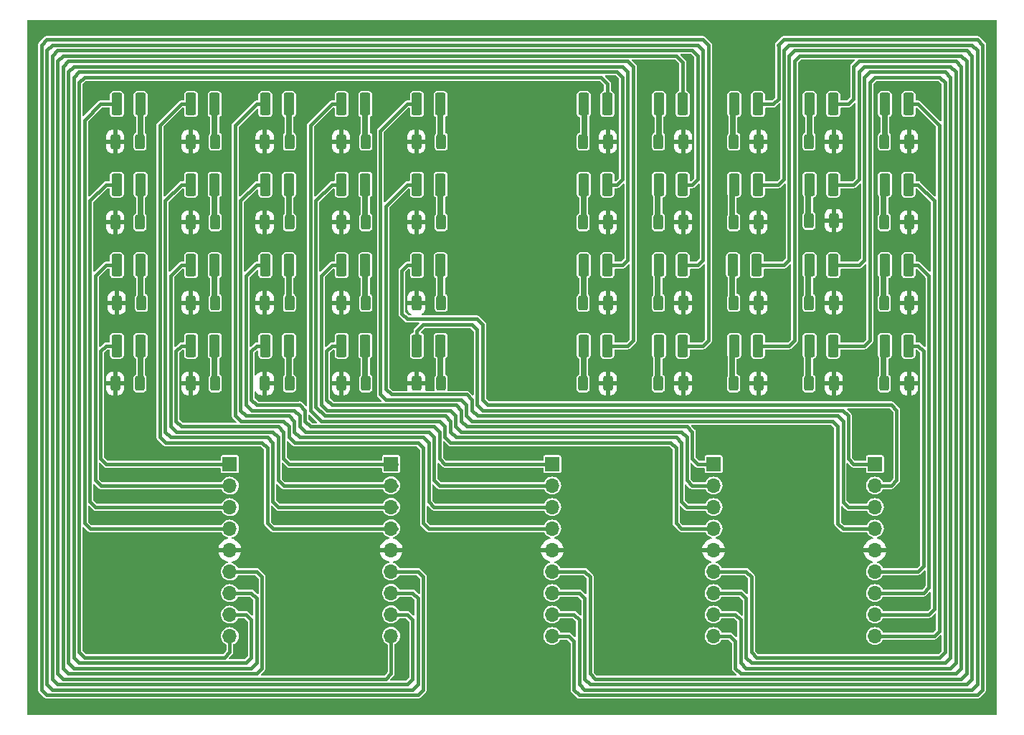
<source format=gbr>
%TF.GenerationSoftware,KiCad,Pcbnew,6.0.4-1.fc36*%
%TF.CreationDate,2022-05-11T16:23:32-07:00*%
%TF.ProjectId,led,6c65642e-6b69-4636-9164-5f7063625858,rev?*%
%TF.SameCoordinates,Original*%
%TF.FileFunction,Copper,L1,Top*%
%TF.FilePolarity,Positive*%
%FSLAX46Y46*%
G04 Gerber Fmt 4.6, Leading zero omitted, Abs format (unit mm)*
G04 Created by KiCad (PCBNEW 6.0.4-1.fc36) date 2022-05-11 16:23:32*
%MOMM*%
%LPD*%
G01*
G04 APERTURE LIST*
G04 Aperture macros list*
%AMRoundRect*
0 Rectangle with rounded corners*
0 $1 Rounding radius*
0 $2 $3 $4 $5 $6 $7 $8 $9 X,Y pos of 4 corners*
0 Add a 4 corners polygon primitive as box body*
4,1,4,$2,$3,$4,$5,$6,$7,$8,$9,$2,$3,0*
0 Add four circle primitives for the rounded corners*
1,1,$1+$1,$2,$3*
1,1,$1+$1,$4,$5*
1,1,$1+$1,$6,$7*
1,1,$1+$1,$8,$9*
0 Add four rect primitives between the rounded corners*
20,1,$1+$1,$2,$3,$4,$5,0*
20,1,$1+$1,$4,$5,$6,$7,0*
20,1,$1+$1,$6,$7,$8,$9,0*
20,1,$1+$1,$8,$9,$2,$3,0*%
G04 Aperture macros list end*
%TA.AperFunction,SMDPad,CuDef*%
%ADD10RoundRect,0.250000X-0.312500X-0.625000X0.312500X-0.625000X0.312500X0.625000X-0.312500X0.625000X0*%
%TD*%
%TA.AperFunction,SMDPad,CuDef*%
%ADD11RoundRect,0.250000X-0.375000X-1.075000X0.375000X-1.075000X0.375000X1.075000X-0.375000X1.075000X0*%
%TD*%
%TA.AperFunction,SMDPad,CuDef*%
%ADD12RoundRect,0.250000X0.375000X1.075000X-0.375000X1.075000X-0.375000X-1.075000X0.375000X-1.075000X0*%
%TD*%
%TA.AperFunction,SMDPad,CuDef*%
%ADD13RoundRect,0.250000X0.312500X0.625000X-0.312500X0.625000X-0.312500X-0.625000X0.312500X-0.625000X0*%
%TD*%
%TA.AperFunction,ComponentPad*%
%ADD14R,1.700000X1.700000*%
%TD*%
%TA.AperFunction,ComponentPad*%
%ADD15O,1.700000X1.700000*%
%TD*%
%TA.AperFunction,Conductor*%
%ADD16C,0.635000*%
%TD*%
%TA.AperFunction,Conductor*%
%ADD17C,0.406400*%
%TD*%
G04 APERTURE END LIST*
D10*
%TO.P,R20,1*%
%TO.N,+5V*%
X81722500Y-73025000D03*
%TO.P,R20,2*%
%TO.N,Net-(D20-Pad2)*%
X84647500Y-73025000D03*
%TD*%
D11*
%TO.P,D10,1,K*%
%TO.N,Net-(D10-Pad1)*%
X63875000Y-49530000D03*
%TO.P,D10,2,A*%
%TO.N,Net-(D10-Pad2)*%
X66675000Y-49530000D03*
%TD*%
D10*
%TO.P,R12,1*%
%TO.N,+5V*%
X63812500Y-73025000D03*
%TO.P,R12,2*%
%TO.N,Net-(D12-Pad2)*%
X66737500Y-73025000D03*
%TD*%
D12*
%TO.P,D21,1,K*%
%TO.N,Net-(D21-Pad1)*%
X104270000Y-40005000D03*
%TO.P,D21,2,A*%
%TO.N,Net-(D21-Pad2)*%
X101470000Y-40005000D03*
%TD*%
%TO.P,D36,1,K*%
%TO.N,Net-(D36-Pad1)*%
X130940000Y-68580000D03*
%TO.P,D36,2,A*%
%TO.N,Net-(D36-Pad2)*%
X128140000Y-68580000D03*
%TD*%
%TO.P,D26,1,K*%
%TO.N,Net-(D26-Pad1)*%
X113160000Y-49530000D03*
%TO.P,D26,2,A*%
%TO.N,Net-(D26-Pad2)*%
X110360000Y-49530000D03*
%TD*%
D10*
%TO.P,R33,1*%
%TO.N,Net-(D33-Pad2)*%
X128077500Y-44450000D03*
%TO.P,R33,2*%
%TO.N,+5V*%
X131002500Y-44450000D03*
%TD*%
D13*
%TO.P,R31,1*%
%TO.N,+5V*%
X122112500Y-63500000D03*
%TO.P,R31,2*%
%TO.N,Net-(D31-Pad2)*%
X119187500Y-63500000D03*
%TD*%
%TO.P,R5,1*%
%TO.N,Net-(D5-Pad2)*%
X57977500Y-44450000D03*
%TO.P,R5,2*%
%TO.N,+5V*%
X55052500Y-44450000D03*
%TD*%
%TO.P,R26,1*%
%TO.N,+5V*%
X113222500Y-53975000D03*
%TO.P,R26,2*%
%TO.N,Net-(D26-Pad2)*%
X110297500Y-53975000D03*
%TD*%
%TO.P,R34,1*%
%TO.N,+5V*%
X131002500Y-53775000D03*
%TO.P,R34,2*%
%TO.N,Net-(D34-Pad2)*%
X128077500Y-53775000D03*
%TD*%
D10*
%TO.P,R18,1*%
%TO.N,+5V*%
X81722500Y-53975000D03*
%TO.P,R18,2*%
%TO.N,Net-(D18-Pad2)*%
X84647500Y-53975000D03*
%TD*%
D12*
%TO.P,D31,1,K*%
%TO.N,Net-(D31-Pad1)*%
X121920000Y-59055000D03*
%TO.P,D31,2,A*%
%TO.N,Net-(D31-Pad2)*%
X119120000Y-59055000D03*
%TD*%
D13*
%TO.P,R35,1*%
%TO.N,+5V*%
X131002500Y-63500000D03*
%TO.P,R35,2*%
%TO.N,Net-(D35-Pad2)*%
X128077500Y-63500000D03*
%TD*%
D11*
%TO.P,D1,1,K*%
%TO.N,Net-(D1-Pad1)*%
X46355000Y-40005000D03*
%TO.P,D1,2,A*%
%TO.N,Net-(D1-Pad2)*%
X49155000Y-40005000D03*
%TD*%
%TO.P,D19,1,K*%
%TO.N,Net-(D19-Pad1)*%
X81785000Y-59055000D03*
%TO.P,D19,2,A*%
%TO.N,Net-(D19-Pad2)*%
X84585000Y-59055000D03*
%TD*%
D13*
%TO.P,R30,1*%
%TO.N,+5V*%
X122112500Y-53975000D03*
%TO.P,R30,2*%
%TO.N,Net-(D30-Pad2)*%
X119187500Y-53975000D03*
%TD*%
D10*
%TO.P,R3,1*%
%TO.N,+5V*%
X46355000Y-63500000D03*
%TO.P,R3,2*%
%TO.N,Net-(D3-Pad2)*%
X49280000Y-63500000D03*
%TD*%
D11*
%TO.P,D7,1,K*%
%TO.N,Net-(D7-Pad1)*%
X55115000Y-59055000D03*
%TO.P,D7,2,A*%
%TO.N,Net-(D7-Pad2)*%
X57915000Y-59055000D03*
%TD*%
D10*
%TO.P,R7,1*%
%TO.N,+5V*%
X55052500Y-63500000D03*
%TO.P,R7,2*%
%TO.N,Net-(D7-Pad2)*%
X57977500Y-63500000D03*
%TD*%
D11*
%TO.P,D18,1,K*%
%TO.N,Net-(D18-Pad1)*%
X81785000Y-49530000D03*
%TO.P,D18,2,A*%
%TO.N,Net-(D18-Pad2)*%
X84585000Y-49530000D03*
%TD*%
D13*
%TO.P,R32,1*%
%TO.N,+5V*%
X122112500Y-73025000D03*
%TO.P,R32,2*%
%TO.N,Net-(D32-Pad2)*%
X119187500Y-73025000D03*
%TD*%
%TO.P,R24,1*%
%TO.N,+5V*%
X104332500Y-73025000D03*
%TO.P,R24,2*%
%TO.N,Net-(D24-Pad2)*%
X101407500Y-73025000D03*
%TD*%
D12*
%TO.P,D30,1,K*%
%TO.N,Net-(D30-Pad1)*%
X122050000Y-49530000D03*
%TO.P,D30,2,A*%
%TO.N,Net-(D30-Pad2)*%
X119250000Y-49530000D03*
%TD*%
D14*
%TO.P,J2,1,Pin_1*%
%TO.N,Net-(D8-Pad1)*%
X78740000Y-82550000D03*
D15*
%TO.P,J2,2,Pin_2*%
%TO.N,Net-(D7-Pad1)*%
X78740000Y-85090000D03*
%TO.P,J2,3,Pin_3*%
%TO.N,Net-(D6-Pad1)*%
X78740000Y-87630000D03*
%TO.P,J2,4,Pin_4*%
%TO.N,Net-(D5-Pad1)*%
X78740000Y-90170000D03*
%TO.P,J2,5,Pin_5*%
%TO.N,+5V*%
X78740000Y-92710000D03*
%TO.P,J2,6,Pin_6*%
%TO.N,Net-(D28-Pad1)*%
X78740000Y-95250000D03*
%TO.P,J2,7,Pin_7*%
%TO.N,Net-(D27-Pad1)*%
X78740000Y-97790000D03*
%TO.P,J2,8,Pin_8*%
%TO.N,Net-(D26-Pad1)*%
X78740000Y-100330000D03*
%TO.P,J2,9,Pin_9*%
%TO.N,Net-(D25-Pad1)*%
X78740000Y-102870000D03*
%TD*%
D12*
%TO.P,D28,1,K*%
%TO.N,Net-(D28-Pad1)*%
X113160000Y-68580000D03*
%TO.P,D28,2,A*%
%TO.N,Net-(D28-Pad2)*%
X110360000Y-68580000D03*
%TD*%
D13*
%TO.P,R23,1*%
%TO.N,+5V*%
X104332500Y-63500000D03*
%TO.P,R23,2*%
%TO.N,Net-(D23-Pad2)*%
X101407500Y-63500000D03*
%TD*%
D10*
%TO.P,R21,1*%
%TO.N,Net-(D21-Pad2)*%
X101407500Y-44450000D03*
%TO.P,R21,2*%
%TO.N,+5V*%
X104332500Y-44450000D03*
%TD*%
D12*
%TO.P,D22,1,K*%
%TO.N,Net-(D22-Pad1)*%
X104270000Y-49530000D03*
%TO.P,D22,2,A*%
%TO.N,Net-(D22-Pad2)*%
X101470000Y-49530000D03*
%TD*%
D10*
%TO.P,R6,1*%
%TO.N,+5V*%
X55052500Y-53975000D03*
%TO.P,R6,2*%
%TO.N,Net-(D6-Pad2)*%
X57977500Y-53975000D03*
%TD*%
D14*
%TO.P,J3,1,Pin_1*%
%TO.N,Net-(D12-Pad1)*%
X97765000Y-82560000D03*
D15*
%TO.P,J3,2,Pin_2*%
%TO.N,Net-(D11-Pad1)*%
X97765000Y-85100000D03*
%TO.P,J3,3,Pin_3*%
%TO.N,Net-(D10-Pad1)*%
X97765000Y-87640000D03*
%TO.P,J3,4,Pin_4*%
%TO.N,Net-(D9-Pad1)*%
X97765000Y-90180000D03*
%TO.P,J3,5,Pin_5*%
%TO.N,+5V*%
X97765000Y-92720000D03*
%TO.P,J3,6,Pin_6*%
%TO.N,Net-(D32-Pad1)*%
X97765000Y-95260000D03*
%TO.P,J3,7,Pin_7*%
%TO.N,Net-(D31-Pad1)*%
X97765000Y-97800000D03*
%TO.P,J3,8,Pin_8*%
%TO.N,Net-(D30-Pad1)*%
X97765000Y-100340000D03*
%TO.P,J3,9,Pin_9*%
%TO.N,Net-(D29-Pad1)*%
X97765000Y-102880000D03*
%TD*%
D11*
%TO.P,D16,1,K*%
%TO.N,Net-(D16-Pad1)*%
X72895000Y-68580000D03*
%TO.P,D16,2,A*%
%TO.N,Net-(D16-Pad2)*%
X75695000Y-68580000D03*
%TD*%
D13*
%TO.P,R22,1*%
%TO.N,+5V*%
X104332500Y-53975000D03*
%TO.P,R22,2*%
%TO.N,Net-(D22-Pad2)*%
X101407500Y-53975000D03*
%TD*%
%TO.P,R28,1*%
%TO.N,+5V*%
X113222500Y-73025000D03*
%TO.P,R28,2*%
%TO.N,Net-(D28-Pad2)*%
X110297500Y-73025000D03*
%TD*%
D11*
%TO.P,D14,1,K*%
%TO.N,Net-(D14-Pad1)*%
X72895000Y-49530000D03*
%TO.P,D14,2,A*%
%TO.N,Net-(D14-Pad2)*%
X75695000Y-49530000D03*
%TD*%
D13*
%TO.P,R36,1*%
%TO.N,+5V*%
X131002500Y-73025000D03*
%TO.P,R36,2*%
%TO.N,Net-(D36-Pad2)*%
X128077500Y-73025000D03*
%TD*%
D10*
%TO.P,R19,1*%
%TO.N,+5V*%
X81722500Y-63500000D03*
%TO.P,R19,2*%
%TO.N,Net-(D19-Pad2)*%
X84647500Y-63500000D03*
%TD*%
D13*
%TO.P,R39,1*%
%TO.N,+5V*%
X139892500Y-63500000D03*
%TO.P,R39,2*%
%TO.N,Net-(D39-Pad2)*%
X136967500Y-63500000D03*
%TD*%
D10*
%TO.P,R2,1*%
%TO.N,+5V*%
X46162500Y-53975000D03*
%TO.P,R2,2*%
%TO.N,Net-(D2-Pad2)*%
X49087500Y-53975000D03*
%TD*%
D11*
%TO.P,D6,1,K*%
%TO.N,Net-(D6-Pad1)*%
X55115000Y-49530000D03*
%TO.P,D6,2,A*%
%TO.N,Net-(D6-Pad2)*%
X57915000Y-49530000D03*
%TD*%
D12*
%TO.P,D24,1,K*%
%TO.N,Net-(D24-Pad1)*%
X104270000Y-68580000D03*
%TO.P,D24,2,A*%
%TO.N,Net-(D24-Pad2)*%
X101470000Y-68580000D03*
%TD*%
%TO.P,D38,1,K*%
%TO.N,Net-(D38-Pad1)*%
X139830000Y-49530000D03*
%TO.P,D38,2,A*%
%TO.N,Net-(D38-Pad2)*%
X137030000Y-49530000D03*
%TD*%
D10*
%TO.P,R37,1*%
%TO.N,Net-(R37-Pad1)*%
X136967500Y-44450000D03*
%TO.P,R37,2*%
%TO.N,+5V*%
X139892500Y-44450000D03*
%TD*%
D13*
%TO.P,R9,1*%
%TO.N,Net-(D9-Pad2)*%
X66737500Y-44450000D03*
%TO.P,R9,2*%
%TO.N,+5V*%
X63812500Y-44450000D03*
%TD*%
D11*
%TO.P,D2,1,K*%
%TO.N,Net-(D2-Pad1)*%
X46355000Y-49530000D03*
%TO.P,D2,2,A*%
%TO.N,Net-(D2-Pad2)*%
X49155000Y-49530000D03*
%TD*%
D12*
%TO.P,D23,1,K*%
%TO.N,Net-(D23-Pad1)*%
X104270000Y-59055000D03*
%TO.P,D23,2,A*%
%TO.N,Net-(D23-Pad2)*%
X101470000Y-59055000D03*
%TD*%
%TO.P,D39,1,K*%
%TO.N,Net-(D39-Pad1)*%
X139830000Y-59055000D03*
%TO.P,D39,2,A*%
%TO.N,Net-(D39-Pad2)*%
X137030000Y-59055000D03*
%TD*%
%TO.P,D35,1,K*%
%TO.N,Net-(D35-Pad1)*%
X130940000Y-59055000D03*
%TO.P,D35,2,A*%
%TO.N,Net-(D35-Pad2)*%
X128140000Y-59055000D03*
%TD*%
D11*
%TO.P,D11,1,K*%
%TO.N,Net-(D11-Pad1)*%
X63875000Y-59055000D03*
%TO.P,D11,2,A*%
%TO.N,Net-(D11-Pad2)*%
X66675000Y-59055000D03*
%TD*%
%TO.P,D9,1,K*%
%TO.N,Net-(D9-Pad1)*%
X63875000Y-40005000D03*
%TO.P,D9,2,A*%
%TO.N,Net-(D9-Pad2)*%
X66675000Y-40005000D03*
%TD*%
%TO.P,D17,1,K*%
%TO.N,Net-(D17-Pad1)*%
X81785000Y-40005000D03*
%TO.P,D17,2,A*%
%TO.N,Net-(D17-Pad2)*%
X84585000Y-40005000D03*
%TD*%
D12*
%TO.P,D29,1,K*%
%TO.N,Net-(D29-Pad1)*%
X122050000Y-40005000D03*
%TO.P,D29,2,A*%
%TO.N,Net-(D29-Pad2)*%
X119250000Y-40005000D03*
%TD*%
%TO.P,D37,1,K*%
%TO.N,Net-(D37-Pad1)*%
X139830000Y-40005000D03*
%TO.P,D37,2,A*%
%TO.N,Net-(R37-Pad1)*%
X137030000Y-40005000D03*
%TD*%
D11*
%TO.P,D12,1,K*%
%TO.N,Net-(D12-Pad1)*%
X63875000Y-68580000D03*
%TO.P,D12,2,A*%
%TO.N,Net-(D12-Pad2)*%
X66675000Y-68580000D03*
%TD*%
%TO.P,D20,1,K*%
%TO.N,Net-(D20-Pad1)*%
X81785000Y-68580000D03*
%TO.P,D20,2,A*%
%TO.N,Net-(D20-Pad2)*%
X84585000Y-68580000D03*
%TD*%
D12*
%TO.P,D34,1,K*%
%TO.N,Net-(D34-Pad1)*%
X130940000Y-49530000D03*
%TO.P,D34,2,A*%
%TO.N,Net-(D34-Pad2)*%
X128140000Y-49530000D03*
%TD*%
D10*
%TO.P,R4,1*%
%TO.N,+5V*%
X46162500Y-73025000D03*
%TO.P,R4,2*%
%TO.N,Net-(D4-Pad2)*%
X49087500Y-73025000D03*
%TD*%
%TO.P,R10,1*%
%TO.N,+5V*%
X63812500Y-53975000D03*
%TO.P,R10,2*%
%TO.N,Net-(D10-Pad2)*%
X66737500Y-53975000D03*
%TD*%
%TO.P,R15,1*%
%TO.N,+5V*%
X72832500Y-63500000D03*
%TO.P,R15,2*%
%TO.N,Net-(D15-Pad2)*%
X75757500Y-63500000D03*
%TD*%
D13*
%TO.P,R13,1*%
%TO.N,Net-(D13-Pad2)*%
X75757500Y-44450000D03*
%TO.P,R13,2*%
%TO.N,+5V*%
X72832500Y-44450000D03*
%TD*%
D10*
%TO.P,R29,1*%
%TO.N,Net-(D29-Pad2)*%
X119187500Y-44450000D03*
%TO.P,R29,2*%
%TO.N,+5V*%
X122112500Y-44450000D03*
%TD*%
%TO.P,R16,1*%
%TO.N,+5V*%
X72832500Y-73025000D03*
%TO.P,R16,2*%
%TO.N,Net-(D16-Pad2)*%
X75757500Y-73025000D03*
%TD*%
D13*
%TO.P,R40,1*%
%TO.N,+5V*%
X139892500Y-73025000D03*
%TO.P,R40,2*%
%TO.N,Net-(D40-Pad2)*%
X136967500Y-73025000D03*
%TD*%
%TO.P,R1,1*%
%TO.N,Net-(D1-Pad2)*%
X49087500Y-44450000D03*
%TO.P,R1,2*%
%TO.N,+5V*%
X46162500Y-44450000D03*
%TD*%
D10*
%TO.P,R25,1*%
%TO.N,Net-(D25-Pad2)*%
X110297500Y-44450000D03*
%TO.P,R25,2*%
%TO.N,+5V*%
X113222500Y-44450000D03*
%TD*%
D13*
%TO.P,R27,1*%
%TO.N,+5V*%
X113222500Y-63500000D03*
%TO.P,R27,2*%
%TO.N,Net-(D27-Pad2)*%
X110297500Y-63500000D03*
%TD*%
D11*
%TO.P,D15,1,K*%
%TO.N,Net-(D15-Pad1)*%
X72895000Y-59055000D03*
%TO.P,D15,2,A*%
%TO.N,Net-(D15-Pad2)*%
X75695000Y-59055000D03*
%TD*%
D14*
%TO.P,J1,1,Pin_1*%
%TO.N,Net-(D4-Pad1)*%
X59690000Y-82570000D03*
D15*
%TO.P,J1,2,Pin_2*%
%TO.N,Net-(D3-Pad1)*%
X59690000Y-85110000D03*
%TO.P,J1,3,Pin_3*%
%TO.N,Net-(D2-Pad1)*%
X59690000Y-87650000D03*
%TO.P,J1,4,Pin_4*%
%TO.N,Net-(D1-Pad1)*%
X59690000Y-90190000D03*
%TO.P,J1,5,Pin_5*%
%TO.N,+5V*%
X59690000Y-92730000D03*
%TO.P,J1,6,Pin_6*%
%TO.N,Net-(D24-Pad1)*%
X59690000Y-95270000D03*
%TO.P,J1,7,Pin_7*%
%TO.N,Net-(D23-Pad1)*%
X59690000Y-97810000D03*
%TO.P,J1,8,Pin_8*%
%TO.N,Net-(D22-Pad1)*%
X59690000Y-100350000D03*
%TO.P,J1,9,Pin_9*%
%TO.N,Net-(D21-Pad1)*%
X59690000Y-102890000D03*
%TD*%
D10*
%TO.P,R11,1*%
%TO.N,+5V*%
X63812500Y-63500000D03*
%TO.P,R11,2*%
%TO.N,Net-(D11-Pad2)*%
X66737500Y-63500000D03*
%TD*%
D12*
%TO.P,D25,1,K*%
%TO.N,Net-(D25-Pad1)*%
X113160000Y-40005000D03*
%TO.P,D25,2,A*%
%TO.N,Net-(D25-Pad2)*%
X110360000Y-40005000D03*
%TD*%
D14*
%TO.P,J5,1,Pin_1*%
%TO.N,Net-(D20-Pad1)*%
X135865000Y-82560000D03*
D15*
%TO.P,J5,2,Pin_2*%
%TO.N,Net-(D19-Pad1)*%
X135865000Y-85100000D03*
%TO.P,J5,3,Pin_3*%
%TO.N,Net-(D18-Pad1)*%
X135865000Y-87640000D03*
%TO.P,J5,4,Pin_4*%
%TO.N,Net-(D17-Pad1)*%
X135865000Y-90180000D03*
%TO.P,J5,5,Pin_5*%
%TO.N,+5V*%
X135865000Y-92720000D03*
%TO.P,J5,6,Pin_6*%
%TO.N,Net-(D40-Pad1)*%
X135865000Y-95260000D03*
%TO.P,J5,7,Pin_7*%
%TO.N,Net-(D39-Pad1)*%
X135865000Y-97800000D03*
%TO.P,J5,8,Pin_8*%
%TO.N,Net-(D38-Pad1)*%
X135865000Y-100340000D03*
%TO.P,J5,9,Pin_9*%
%TO.N,Net-(D37-Pad1)*%
X135865000Y-102880000D03*
%TD*%
D13*
%TO.P,R17,1*%
%TO.N,Net-(D17-Pad2)*%
X84647500Y-44450000D03*
%TO.P,R17,2*%
%TO.N,+5V*%
X81722500Y-44450000D03*
%TD*%
D10*
%TO.P,R14,1*%
%TO.N,+5V*%
X72832500Y-53975000D03*
%TO.P,R14,2*%
%TO.N,Net-(D14-Pad2)*%
X75757500Y-53975000D03*
%TD*%
D13*
%TO.P,R38,1*%
%TO.N,+5V*%
X139892500Y-53975000D03*
%TO.P,R38,2*%
%TO.N,Net-(D38-Pad2)*%
X136967500Y-53975000D03*
%TD*%
D11*
%TO.P,D8,1,K*%
%TO.N,Net-(D8-Pad1)*%
X55115000Y-68580000D03*
%TO.P,D8,2,A*%
%TO.N,Net-(D8-Pad2)*%
X57915000Y-68580000D03*
%TD*%
D12*
%TO.P,D33,1,K*%
%TO.N,Net-(D33-Pad1)*%
X130940000Y-40005000D03*
%TO.P,D33,2,A*%
%TO.N,Net-(D33-Pad2)*%
X128140000Y-40005000D03*
%TD*%
%TO.P,D27,1,K*%
%TO.N,Net-(D27-Pad1)*%
X113160000Y-59055000D03*
%TO.P,D27,2,A*%
%TO.N,Net-(D27-Pad2)*%
X110360000Y-59055000D03*
%TD*%
D11*
%TO.P,D4,1,K*%
%TO.N,Net-(D4-Pad1)*%
X46355000Y-68580000D03*
%TO.P,D4,2,A*%
%TO.N,Net-(D4-Pad2)*%
X49155000Y-68580000D03*
%TD*%
D12*
%TO.P,D32,1,K*%
%TO.N,Net-(D32-Pad1)*%
X122050000Y-68580000D03*
%TO.P,D32,2,A*%
%TO.N,Net-(D32-Pad2)*%
X119250000Y-68580000D03*
%TD*%
D14*
%TO.P,J4,1,Pin_1*%
%TO.N,Net-(D16-Pad1)*%
X116815000Y-82560000D03*
D15*
%TO.P,J4,2,Pin_2*%
%TO.N,Net-(D15-Pad1)*%
X116815000Y-85100000D03*
%TO.P,J4,3,Pin_3*%
%TO.N,Net-(D14-Pad1)*%
X116815000Y-87640000D03*
%TO.P,J4,4,Pin_4*%
%TO.N,Net-(D13-Pad1)*%
X116815000Y-90180000D03*
%TO.P,J4,5,Pin_5*%
%TO.N,+5V*%
X116815000Y-92720000D03*
%TO.P,J4,6,Pin_6*%
%TO.N,Net-(D36-Pad1)*%
X116815000Y-95260000D03*
%TO.P,J4,7,Pin_7*%
%TO.N,Net-(D35-Pad1)*%
X116815000Y-97800000D03*
%TO.P,J4,8,Pin_8*%
%TO.N,Net-(D34-Pad1)*%
X116815000Y-100340000D03*
%TO.P,J4,9,Pin_9*%
%TO.N,Net-(D33-Pad1)*%
X116815000Y-102880000D03*
%TD*%
D12*
%TO.P,D40,1,K*%
%TO.N,Net-(D40-Pad1)*%
X139830000Y-68580000D03*
%TO.P,D40,2,A*%
%TO.N,Net-(D40-Pad2)*%
X137030000Y-68580000D03*
%TD*%
D10*
%TO.P,R8,1*%
%TO.N,+5V*%
X55052500Y-73025000D03*
%TO.P,R8,2*%
%TO.N,Net-(D8-Pad2)*%
X57977500Y-73025000D03*
%TD*%
D11*
%TO.P,D5,1,K*%
%TO.N,Net-(D5-Pad1)*%
X55115000Y-40005000D03*
%TO.P,D5,2,A*%
%TO.N,Net-(D5-Pad2)*%
X57915000Y-40005000D03*
%TD*%
%TO.P,D3,1,K*%
%TO.N,Net-(D3-Pad1)*%
X46355000Y-59055000D03*
%TO.P,D3,2,A*%
%TO.N,Net-(D3-Pad2)*%
X49155000Y-59055000D03*
%TD*%
%TO.P,D13,1,K*%
%TO.N,Net-(D13-Pad1)*%
X72895000Y-40005000D03*
%TO.P,D13,2,A*%
%TO.N,Net-(D13-Pad2)*%
X75695000Y-40005000D03*
%TD*%
D16*
%TO.N,Net-(D1-Pad2)*%
X49155000Y-44382500D02*
X49087500Y-44450000D01*
X49155000Y-40005000D02*
X49155000Y-44382500D01*
D17*
%TO.N,Net-(D3-Pad1)*%
X46355000Y-59055000D02*
X45085000Y-59055000D01*
X43815000Y-60325000D02*
X43815000Y-84455000D01*
X44470000Y-85110000D02*
X59690000Y-85110000D01*
X43815000Y-84455000D02*
X44470000Y-85110000D01*
X45085000Y-59055000D02*
X43815000Y-60325000D01*
D16*
%TO.N,Net-(D3-Pad2)*%
X49152000Y-59117500D02*
X49152000Y-63495000D01*
D17*
%TO.N,Net-(D5-Pad1)*%
X64135000Y-89535000D02*
X64790000Y-90190000D01*
X53975000Y-40005000D02*
X51435000Y-42545000D01*
X64790000Y-90190000D02*
X79375000Y-90190000D01*
X51435000Y-42545000D02*
X51435000Y-79375000D01*
X52090000Y-80030000D02*
X63480000Y-80030000D01*
X64135000Y-80645000D02*
X64135000Y-89535000D01*
X51435000Y-79375000D02*
X52090000Y-80030000D01*
X55115000Y-40005000D02*
X53975000Y-40005000D01*
X63500000Y-80010000D02*
X64135000Y-80645000D01*
X63480000Y-80030000D02*
X63500000Y-80010000D01*
D16*
%TO.N,Net-(D5-Pad2)*%
X57915000Y-40005000D02*
X57915000Y-44387500D01*
X57915000Y-44387500D02*
X57977500Y-44450000D01*
D17*
%TO.N,Net-(D7-Pad1)*%
X64770000Y-78740000D02*
X65405000Y-79375000D01*
X53360000Y-78760000D02*
X64750000Y-78760000D01*
X52705000Y-60325000D02*
X52705000Y-78105000D01*
X64750000Y-78760000D02*
X64770000Y-78740000D01*
X65405000Y-84455000D02*
X66060000Y-85110000D01*
X66060000Y-85110000D02*
X79375000Y-85110000D01*
X53975000Y-59055000D02*
X52705000Y-60325000D01*
X52705000Y-78105000D02*
X53360000Y-78760000D01*
X65405000Y-79375000D02*
X65405000Y-84455000D01*
X55115000Y-59055000D02*
X53975000Y-59055000D01*
D16*
%TO.N,Net-(D7-Pad2)*%
X57912000Y-59117500D02*
X57912000Y-63500000D01*
D17*
%TO.N,Net-(D2-Pad1)*%
X43180000Y-86995000D02*
X43835000Y-87650000D01*
X46355000Y-49530000D02*
X45085000Y-49530000D01*
X43835000Y-87650000D02*
X59690000Y-87650000D01*
X43180000Y-51435000D02*
X43180000Y-86995000D01*
X45085000Y-49530000D02*
X43180000Y-51435000D01*
D16*
%TO.N,Net-(D2-Pad2)*%
X49152000Y-49465500D02*
X49152000Y-53843000D01*
D17*
%TO.N,Net-(D4-Pad1)*%
X45105000Y-82570000D02*
X59690000Y-82570000D01*
X45085000Y-68580000D02*
X44450000Y-69215000D01*
X46355000Y-68580000D02*
X45085000Y-68580000D01*
X44450000Y-81915000D02*
X45105000Y-82570000D01*
X44450000Y-69215000D02*
X44450000Y-81915000D01*
D16*
%TO.N,Net-(D4-Pad2)*%
X49152000Y-69023500D02*
X49152000Y-73401000D01*
D17*
%TO.N,Net-(D6-Pad1)*%
X64770000Y-86995000D02*
X65425000Y-87650000D01*
X64770000Y-80010000D02*
X64770000Y-86995000D01*
X53975000Y-49530000D02*
X52070000Y-51435000D01*
X52070000Y-78740000D02*
X52705000Y-79375000D01*
X52070000Y-51435000D02*
X52070000Y-78740000D01*
X64135000Y-79375000D02*
X64770000Y-80010000D01*
X65425000Y-87650000D02*
X79375000Y-87650000D01*
X52705000Y-79375000D02*
X64135000Y-79375000D01*
X55115000Y-49530000D02*
X53975000Y-49530000D01*
D16*
%TO.N,Net-(D6-Pad2)*%
X57912000Y-49465500D02*
X57912000Y-53848000D01*
D17*
%TO.N,Net-(D8-Pad1)*%
X66695000Y-82570000D02*
X79375000Y-82570000D01*
X53975000Y-68580000D02*
X53340000Y-69215000D01*
X53975000Y-78105000D02*
X65405000Y-78105000D01*
X53340000Y-77470000D02*
X53975000Y-78105000D01*
X65405000Y-78105000D02*
X66040000Y-78740000D01*
X55115000Y-68580000D02*
X53975000Y-68580000D01*
X53340000Y-69215000D02*
X53340000Y-77470000D01*
X66040000Y-81915000D02*
X66695000Y-82570000D01*
X66040000Y-78740000D02*
X66040000Y-81915000D01*
D16*
%TO.N,Net-(D8-Pad2)*%
X57912000Y-69023500D02*
X57912000Y-73406000D01*
D17*
%TO.N,Net-(D9-Pad1)*%
X66675000Y-78105000D02*
X66675000Y-79375000D01*
X60325000Y-76835000D02*
X60980000Y-77490000D01*
X82550000Y-80665000D02*
X82550000Y-89555000D01*
X60980000Y-77490000D02*
X66020000Y-77490000D01*
X83185000Y-90190000D02*
X83195000Y-90180000D01*
X63875000Y-40005000D02*
X62865000Y-40005000D01*
X60325000Y-42545000D02*
X60325000Y-76835000D01*
X82550000Y-89555000D02*
X83185000Y-90190000D01*
X83195000Y-90180000D02*
X97765000Y-90180000D01*
X66675000Y-79375000D02*
X67330000Y-80030000D01*
X62865000Y-40005000D02*
X60325000Y-42545000D01*
X66040000Y-77470000D02*
X66675000Y-78105000D01*
X81915000Y-80030000D02*
X82550000Y-80665000D01*
X67330000Y-80030000D02*
X81915000Y-80030000D01*
X66020000Y-77490000D02*
X66040000Y-77470000D01*
D16*
%TO.N,Net-(D9-Pad2)*%
X66675000Y-40005000D02*
X66675000Y-44387500D01*
X66675000Y-44387500D02*
X66737500Y-44450000D01*
D17*
%TO.N,Net-(D10-Pad1)*%
X67310000Y-77470000D02*
X67310000Y-78740000D01*
X60960000Y-51435000D02*
X60960000Y-76200000D01*
X67965000Y-79395000D02*
X82550000Y-79395000D01*
X83185000Y-87015000D02*
X83810000Y-87640000D01*
X83185000Y-80030000D02*
X83185000Y-87015000D01*
X83810000Y-87640000D02*
X97765000Y-87640000D01*
X60960000Y-76200000D02*
X61595000Y-76835000D01*
X62865000Y-49530000D02*
X60960000Y-51435000D01*
X61595000Y-76835000D02*
X66675000Y-76835000D01*
X82550000Y-79395000D02*
X83185000Y-80030000D01*
X66675000Y-76835000D02*
X67310000Y-77470000D01*
X67310000Y-78740000D02*
X67965000Y-79395000D01*
X63875000Y-49530000D02*
X62865000Y-49530000D01*
D16*
%TO.N,Net-(D10-Pad2)*%
X66672000Y-49465500D02*
X66672000Y-53848000D01*
D17*
%TO.N,Net-(D11-Pad1)*%
X68600000Y-78760000D02*
X83185000Y-78760000D01*
X83185000Y-78760000D02*
X83820000Y-79395000D01*
X62865000Y-59055000D02*
X61595000Y-60325000D01*
X61595000Y-75565000D02*
X62250000Y-76220000D01*
X61595000Y-60325000D02*
X61595000Y-75565000D01*
X84465000Y-85100000D02*
X97765000Y-85100000D01*
X83820000Y-84475000D02*
X84455000Y-85110000D01*
X83820000Y-79395000D02*
X83820000Y-84475000D01*
X62250000Y-76220000D02*
X67290000Y-76220000D01*
X67290000Y-76220000D02*
X67310000Y-76200000D01*
X63875000Y-59055000D02*
X62865000Y-59055000D01*
X67945000Y-76835000D02*
X67945000Y-78105000D01*
X67310000Y-76200000D02*
X67945000Y-76835000D01*
X67945000Y-78105000D02*
X68600000Y-78760000D01*
X84455000Y-85110000D02*
X84465000Y-85100000D01*
D16*
%TO.N,Net-(D11-Pad2)*%
X66672000Y-59117500D02*
X66672000Y-63500000D01*
D17*
%TO.N,Net-(D12-Pad1)*%
X85100000Y-82560000D02*
X97765000Y-82560000D01*
X85090000Y-82570000D02*
X85100000Y-82560000D01*
X62865000Y-68580000D02*
X62230000Y-69215000D01*
X68580000Y-77470000D02*
X69235000Y-78125000D01*
X83820000Y-78125000D02*
X84455000Y-78760000D01*
X68580000Y-76200000D02*
X68580000Y-77470000D01*
X84455000Y-81935000D02*
X85090000Y-82570000D01*
X84455000Y-78760000D02*
X84455000Y-81935000D01*
X69235000Y-78125000D02*
X83820000Y-78125000D01*
X67945000Y-75565000D02*
X68580000Y-76200000D01*
X67925000Y-75585000D02*
X67945000Y-75565000D01*
X62885000Y-75585000D02*
X67925000Y-75585000D01*
X63875000Y-68580000D02*
X62865000Y-68580000D01*
X62230000Y-69215000D02*
X62230000Y-74930000D01*
X62230000Y-74930000D02*
X62885000Y-75585000D01*
D16*
%TO.N,Net-(D12-Pad2)*%
X66672000Y-69023500D02*
X66672000Y-73406000D01*
D17*
%TO.N,Net-(D13-Pad1)*%
X70465000Y-77490000D02*
X73680000Y-77490000D01*
X113030000Y-90190000D02*
X116840000Y-90190000D01*
X111760000Y-80030000D02*
X112395000Y-80665000D01*
X73680000Y-77490000D02*
X84475000Y-77490000D01*
X70505000Y-77490000D02*
X73680000Y-77490000D01*
X112395000Y-89555000D02*
X113030000Y-90190000D01*
X85745000Y-80030000D02*
X111760000Y-80030000D01*
X112395000Y-80665000D02*
X112395000Y-89555000D01*
X85090000Y-79375000D02*
X85745000Y-80030000D01*
X84475000Y-77490000D02*
X85090000Y-78105000D01*
X72895000Y-40005000D02*
X71755000Y-40005000D01*
X69215000Y-42545000D02*
X69215000Y-76200000D01*
X71755000Y-40005000D02*
X69215000Y-42545000D01*
X85090000Y-78105000D02*
X85090000Y-79375000D01*
X69215000Y-76200000D02*
X70505000Y-77490000D01*
D16*
%TO.N,Net-(D13-Pad2)*%
X75695000Y-44387500D02*
X75757500Y-44450000D01*
X75695000Y-40005000D02*
X75695000Y-44387500D01*
D17*
%TO.N,Net-(D14-Pad1)*%
X70913574Y-76855000D02*
X85110000Y-76855000D01*
X100330000Y-79395000D02*
X99695000Y-79395000D01*
X112395000Y-79395000D02*
X113030000Y-80030000D01*
X85725000Y-77470000D02*
X85725000Y-78740000D01*
X85725000Y-78740000D02*
X86380000Y-79395000D01*
X71755000Y-49530000D02*
X69850000Y-51435000D01*
X116840000Y-87650000D02*
X114935000Y-87650000D01*
X72895000Y-49530000D02*
X71755000Y-49530000D01*
X113030000Y-87015000D02*
X113665000Y-87650000D01*
X113665000Y-87650000D02*
X114935000Y-87650000D01*
X85110000Y-76855000D02*
X85725000Y-77470000D01*
X113700000Y-87650000D02*
X113690000Y-87660000D01*
X114935000Y-87650000D02*
X113700000Y-87650000D01*
X69850000Y-51435000D02*
X69850000Y-75791425D01*
X86380000Y-79395000D02*
X99695000Y-79395000D01*
X113030000Y-80030000D02*
X113030000Y-87015000D01*
X69850000Y-75791425D02*
X70913574Y-76855000D01*
X99695000Y-79395000D02*
X112395000Y-79395000D01*
D16*
%TO.N,Net-(D14-Pad2)*%
X75692000Y-49465500D02*
X75692000Y-53848000D01*
D17*
%TO.N,Net-(D15-Pad1)*%
X86360000Y-76835000D02*
X86360000Y-78105000D01*
X71755000Y-59055000D02*
X70485000Y-60325000D01*
X85745000Y-76220000D02*
X86360000Y-76835000D01*
X70485000Y-75565000D02*
X71140000Y-76220000D01*
X86360000Y-78105000D02*
X87015000Y-78760000D01*
X70485000Y-60325000D02*
X70485000Y-75565000D01*
X113665000Y-84475000D02*
X114300000Y-85110000D01*
X87015000Y-78760000D02*
X113030000Y-78760000D01*
X114300000Y-85110000D02*
X116840000Y-85110000D01*
X71140000Y-76220000D02*
X85745000Y-76220000D01*
X113665000Y-79395000D02*
X113665000Y-84475000D01*
X113030000Y-78760000D02*
X113665000Y-79395000D01*
X72895000Y-59055000D02*
X71755000Y-59055000D01*
D16*
%TO.N,Net-(D15-Pad2)*%
X75692000Y-59117500D02*
X75692000Y-63500000D01*
D17*
%TO.N,Net-(D16-Pad1)*%
X87650000Y-78125000D02*
X113665000Y-78125000D01*
X86995000Y-77470000D02*
X87650000Y-78125000D01*
X72895000Y-68580000D02*
X71755000Y-68580000D01*
X71775000Y-75585000D02*
X86380000Y-75585000D01*
X86995000Y-76200000D02*
X86995000Y-77470000D01*
X114300000Y-78760000D02*
X114300000Y-81935000D01*
X71120000Y-74930000D02*
X71775000Y-75585000D01*
X114300000Y-81935000D02*
X114935000Y-82570000D01*
X86380000Y-75585000D02*
X86995000Y-76200000D01*
X71120000Y-69215000D02*
X71120000Y-74930000D01*
X113665000Y-78125000D02*
X114300000Y-78760000D01*
X71755000Y-68580000D02*
X71120000Y-69215000D01*
X114935000Y-82570000D02*
X116840000Y-82570000D01*
D16*
%TO.N,Net-(D16-Pad2)*%
X75692000Y-69023500D02*
X75692000Y-73406000D01*
D17*
%TO.N,Net-(D17-Pad1)*%
X130860000Y-77490000D02*
X131470000Y-78100000D01*
X87630000Y-75565000D02*
X87630000Y-76835000D01*
X131470000Y-89565000D02*
X132105000Y-90200000D01*
X87630000Y-76835000D02*
X88285000Y-77490000D01*
X132115000Y-90190000D02*
X135890000Y-90190000D01*
X80645000Y-40005000D02*
X77470000Y-43180000D01*
X78125000Y-74950000D02*
X86975000Y-74950000D01*
X77470000Y-74295000D02*
X78125000Y-74950000D01*
X81785000Y-40005000D02*
X80645000Y-40005000D01*
X132105000Y-90200000D02*
X132115000Y-90190000D01*
X131470000Y-78100000D02*
X131470000Y-89565000D01*
X86975000Y-74950000D02*
X87590000Y-75565000D01*
X88285000Y-77490000D02*
X130860000Y-77490000D01*
X77470000Y-43180000D02*
X77470000Y-74295000D01*
X87590000Y-75565000D02*
X87630000Y-75565000D01*
D16*
%TO.N,Net-(D17-Pad2)*%
X84585000Y-44387500D02*
X84647500Y-44450000D01*
X84585000Y-40005000D02*
X84585000Y-44387500D01*
D17*
%TO.N,Net-(D18-Pad1)*%
X132740000Y-87660000D02*
X132750000Y-87650000D01*
X78105000Y-52070000D02*
X78105000Y-73660000D01*
X132750000Y-87650000D02*
X135890000Y-87650000D01*
X87650000Y-74315000D02*
X88265000Y-74930000D01*
X80645000Y-49530000D02*
X78105000Y-52070000D01*
X78105000Y-73660000D02*
X78760000Y-74315000D01*
X132105000Y-87025000D02*
X132740000Y-87660000D01*
X131445000Y-76855000D02*
X132105000Y-77515000D01*
X78760000Y-74315000D02*
X87650000Y-74315000D01*
X88920000Y-76855000D02*
X131445000Y-76855000D01*
X81785000Y-49530000D02*
X80645000Y-49530000D01*
X88265000Y-74930000D02*
X88265000Y-76200000D01*
X132105000Y-77515000D02*
X132105000Y-87025000D01*
X88265000Y-76200000D02*
X88920000Y-76855000D01*
D16*
%TO.N,Net-(D18-Pad2)*%
X84582000Y-49465500D02*
X84582000Y-53848000D01*
D17*
%TO.N,Net-(D19-Pad1)*%
X90170000Y-75565000D02*
X137795000Y-75565000D01*
X80010000Y-59690000D02*
X80010000Y-64770000D01*
X80645000Y-65405000D02*
X88900000Y-65405000D01*
X138430000Y-76200000D02*
X138430000Y-84455000D01*
X80010000Y-64770000D02*
X80645000Y-65405000D01*
X137795000Y-75565000D02*
X138430000Y-76200000D01*
X89535000Y-74930000D02*
X90170000Y-75565000D01*
X88900000Y-65405000D02*
X89535000Y-66040000D01*
X81785000Y-59055000D02*
X80645000Y-59055000D01*
X138430000Y-84455000D02*
X137785000Y-85100000D01*
X89535000Y-66040000D02*
X89535000Y-74930000D01*
X80645000Y-59055000D02*
X80010000Y-59690000D01*
X137785000Y-85100000D02*
X135865000Y-85100000D01*
D16*
%TO.N,Net-(D19-Pad2)*%
X84582000Y-59117500D02*
X84582000Y-63500000D01*
D17*
%TO.N,Net-(D20-Pad1)*%
X88900000Y-75565000D02*
X89535000Y-76200000D01*
X81785000Y-68580000D02*
X81785000Y-66805000D01*
X88265000Y-66040000D02*
X88900000Y-66675000D01*
X132715000Y-76835000D02*
X132715000Y-81915000D01*
X132080000Y-76200000D02*
X132715000Y-76835000D01*
X81785000Y-66805000D02*
X82550000Y-66040000D01*
X88900000Y-66675000D02*
X88900000Y-75565000D01*
X132715000Y-81915000D02*
X133360000Y-82560000D01*
X133360000Y-82560000D02*
X135865000Y-82560000D01*
X82550000Y-66040000D02*
X88265000Y-66040000D01*
X89535000Y-76200000D02*
X132080000Y-76200000D01*
D16*
%TO.N,Net-(D20-Pad2)*%
X84582000Y-69023500D02*
X84582000Y-73406000D01*
D17*
%TO.N,Net-(D21-Pad1)*%
X59055000Y-105410000D02*
X59690000Y-104775000D01*
X41910000Y-37465000D02*
X41910000Y-104775000D01*
X104270000Y-40005000D02*
X104270000Y-37595000D01*
X42545000Y-105410000D02*
X59055000Y-105410000D01*
X41910000Y-104775000D02*
X42545000Y-105410000D01*
X42545000Y-36830000D02*
X41910000Y-37465000D01*
X103505000Y-36830000D02*
X42545000Y-36830000D01*
X59690000Y-104775000D02*
X59690000Y-102890000D01*
X104270000Y-37595000D02*
X103505000Y-36830000D01*
D16*
%TO.N,Net-(D21-Pad2)*%
X101603000Y-39813500D02*
X101603000Y-44191000D01*
D17*
%TO.N,Net-(D22-Pad1)*%
X62230000Y-105410000D02*
X61595000Y-106045000D01*
X41275000Y-36830000D02*
X41910000Y-36195000D01*
X59690000Y-100350000D02*
X61575000Y-100350000D01*
X105410000Y-36195000D02*
X106045000Y-36830000D01*
X61595000Y-100330000D02*
X62230000Y-100965000D01*
X62230000Y-100965000D02*
X62230000Y-105410000D01*
X105410000Y-49530000D02*
X104270000Y-49530000D01*
X41910000Y-106045000D02*
X41275000Y-105410000D01*
X61575000Y-100350000D02*
X61595000Y-100330000D01*
X61595000Y-106045000D02*
X41910000Y-106045000D01*
X41910000Y-36195000D02*
X105410000Y-36195000D01*
X41275000Y-105410000D02*
X41275000Y-36830000D01*
X106045000Y-48895000D02*
X105410000Y-49530000D01*
X106045000Y-36830000D02*
X106045000Y-48895000D01*
D16*
%TO.N,Net-(D22-Pad2)*%
X101476000Y-49465500D02*
X101476000Y-53843000D01*
D17*
%TO.N,Net-(D23-Pad1)*%
X106680000Y-58420000D02*
X106680000Y-36195000D01*
X106680000Y-36195000D02*
X106045000Y-35560000D01*
X62865000Y-106045000D02*
X62865000Y-98425000D01*
X41275000Y-106680000D02*
X62230000Y-106680000D01*
X41275000Y-35560000D02*
X40640000Y-36195000D01*
X62230000Y-106680000D02*
X62865000Y-106045000D01*
X40640000Y-36195000D02*
X40640000Y-106045000D01*
X106045000Y-59055000D02*
X106680000Y-58420000D01*
X62210000Y-97810000D02*
X59690000Y-97810000D01*
X62865000Y-98425000D02*
X62230000Y-97790000D01*
X40640000Y-106045000D02*
X41275000Y-106680000D01*
X106045000Y-35560000D02*
X41275000Y-35560000D01*
X104270000Y-59055000D02*
X106045000Y-59055000D01*
X62230000Y-97790000D02*
X62210000Y-97810000D01*
D16*
%TO.N,Net-(D23-Pad2)*%
X101476000Y-58863500D02*
X101476000Y-63241000D01*
D17*
%TO.N,Net-(D24-Pad1)*%
X40005000Y-35560000D02*
X40640000Y-34925000D01*
X62865000Y-95250000D02*
X63500000Y-95885000D01*
X40005000Y-106680000D02*
X40005000Y-35560000D01*
X62865000Y-107315000D02*
X40640000Y-107315000D01*
X40640000Y-107315000D02*
X40005000Y-106680000D01*
X62845000Y-95270000D02*
X62865000Y-95250000D01*
X107315000Y-67945000D02*
X106680000Y-68580000D01*
X107315000Y-35560000D02*
X107315000Y-67945000D01*
X40640000Y-34925000D02*
X106680000Y-34925000D01*
X106680000Y-68580000D02*
X104270000Y-68580000D01*
X59690000Y-95270000D02*
X62845000Y-95270000D01*
X63500000Y-95885000D02*
X63500000Y-106680000D01*
X106680000Y-34925000D02*
X107315000Y-35560000D01*
X63500000Y-106680000D02*
X62865000Y-107315000D01*
D16*
%TO.N,Net-(D24-Pad2)*%
X101476000Y-68896500D02*
X101476000Y-73274000D01*
D17*
%TO.N,Net-(D25-Pad1)*%
X78105000Y-107950000D02*
X40005000Y-107950000D01*
X112395000Y-34290000D02*
X113160000Y-35055000D01*
X78740000Y-102870000D02*
X78740000Y-107315000D01*
X40005000Y-107950000D02*
X39370000Y-107315000D01*
X78740000Y-107315000D02*
X78105000Y-107950000D01*
X113160000Y-35055000D02*
X113160000Y-40005000D01*
X39370000Y-107315000D02*
X39370000Y-34925000D01*
X40005000Y-34290000D02*
X112395000Y-34290000D01*
X39370000Y-34925000D02*
X40005000Y-34290000D01*
D16*
%TO.N,Net-(D25-Pad2)*%
X110363000Y-39813500D02*
X110363000Y-44196000D01*
D17*
%TO.N,Net-(D26-Pad1)*%
X81280000Y-107950000D02*
X81280000Y-100965000D01*
X114300000Y-33655000D02*
X39370000Y-33655000D01*
X80645000Y-108585000D02*
X81280000Y-107950000D01*
X113160000Y-49530000D02*
X114300000Y-49530000D01*
X114935000Y-48895000D02*
X114935000Y-34290000D01*
X81280000Y-100965000D02*
X80645000Y-100330000D01*
X38735000Y-107950000D02*
X39370000Y-108585000D01*
X39370000Y-108585000D02*
X80645000Y-108585000D01*
X114300000Y-49530000D02*
X114935000Y-48895000D01*
X80645000Y-100330000D02*
X78740000Y-100330000D01*
X38735000Y-34290000D02*
X38735000Y-107950000D01*
X39370000Y-33655000D02*
X38735000Y-34290000D01*
X114935000Y-34290000D02*
X114300000Y-33655000D01*
D16*
%TO.N,Net-(D26-Pad2)*%
X110236000Y-49465500D02*
X110236000Y-53848000D01*
D17*
%TO.N,Net-(D27-Pad1)*%
X81280000Y-97790000D02*
X81915000Y-98425000D01*
X81915000Y-108585000D02*
X81280000Y-109220000D01*
X115570000Y-58420000D02*
X114935000Y-59055000D01*
X115570000Y-33655000D02*
X115570000Y-58420000D01*
X81280000Y-109220000D02*
X38735000Y-109220000D01*
X38735000Y-109220000D02*
X38100000Y-108585000D01*
X38735000Y-33020000D02*
X114935000Y-33020000D01*
X114935000Y-33020000D02*
X115570000Y-33655000D01*
X78740000Y-97790000D02*
X81280000Y-97790000D01*
X114935000Y-59055000D02*
X113160000Y-59055000D01*
X81915000Y-98425000D02*
X81915000Y-108585000D01*
X38100000Y-33655000D02*
X38735000Y-33020000D01*
X38100000Y-108585000D02*
X38100000Y-33655000D01*
D16*
%TO.N,Net-(D27-Pad2)*%
X110236000Y-58863500D02*
X110236000Y-63246000D01*
D17*
%TO.N,Net-(D28-Pad1)*%
X115570000Y-68580000D02*
X116205000Y-67945000D01*
X37465000Y-33020000D02*
X37465000Y-109220000D01*
X82550000Y-109220000D02*
X82550000Y-95885000D01*
X38100000Y-32385000D02*
X37465000Y-33020000D01*
X81915000Y-109855000D02*
X82550000Y-109220000D01*
X115570000Y-32385000D02*
X38100000Y-32385000D01*
X116205000Y-33020000D02*
X115570000Y-32385000D01*
X113160000Y-68580000D02*
X115570000Y-68580000D01*
X116205000Y-67945000D02*
X116205000Y-33020000D01*
X82550000Y-95885000D02*
X81915000Y-95250000D01*
X38100000Y-109855000D02*
X81915000Y-109855000D01*
X37465000Y-109220000D02*
X38100000Y-109855000D01*
X81915000Y-95250000D02*
X78740000Y-95250000D01*
D16*
%TO.N,Net-(D28-Pad2)*%
X110236000Y-68896500D02*
X110236000Y-73279000D01*
D17*
%TO.N,Net-(D29-Pad1)*%
X122050000Y-40005000D02*
X123850880Y-40005000D01*
X148590000Y-109220000D02*
X147955000Y-109855000D01*
X148590000Y-33020000D02*
X148590000Y-109220000D01*
X99705000Y-102880000D02*
X97765000Y-102880000D01*
X147955000Y-109855000D02*
X100965000Y-109855000D01*
X100965000Y-109855000D02*
X100330000Y-109220000D01*
X124460000Y-33020000D02*
X125095000Y-32385000D01*
X125095000Y-32385000D02*
X147955000Y-32385000D01*
X100330000Y-109220000D02*
X100330000Y-103505000D01*
X124485880Y-33045880D02*
X124460000Y-33020000D01*
X147955000Y-32385000D02*
X148590000Y-33020000D01*
X124485880Y-39370000D02*
X124485880Y-33045880D01*
X123850880Y-40005000D02*
X124485880Y-39370000D01*
X100330000Y-103505000D02*
X99705000Y-102880000D01*
D16*
%TO.N,Net-(D29-Pad2)*%
X119123000Y-39813500D02*
X119123000Y-44196000D01*
D17*
%TO.N,Net-(D30-Pad1)*%
X147955000Y-33655000D02*
X147320000Y-33020000D01*
X100340000Y-100340000D02*
X100965000Y-100965000D01*
X147955000Y-108585000D02*
X147955000Y-33655000D01*
X125095000Y-33655000D02*
X125095000Y-48895000D01*
X124460000Y-49530000D02*
X122050000Y-49530000D01*
X147320000Y-33020000D02*
X125730000Y-33020000D01*
X97765000Y-100340000D02*
X100340000Y-100340000D01*
X147320000Y-109220000D02*
X147955000Y-108585000D01*
X125095000Y-48895000D02*
X124460000Y-49530000D01*
X100965000Y-100965000D02*
X100965000Y-108585000D01*
X100965000Y-108585000D02*
X101600000Y-109220000D01*
X125730000Y-33020000D02*
X125095000Y-33655000D01*
X101600000Y-109220000D02*
X147320000Y-109220000D01*
D16*
%TO.N,Net-(D30-Pad2)*%
X118996000Y-49465500D02*
X118996000Y-53848000D01*
D17*
%TO.N,Net-(D31-Pad1)*%
X101600000Y-98425000D02*
X100975000Y-97800000D01*
X121920000Y-59055000D02*
X125095000Y-59055000D01*
X125095000Y-59055000D02*
X125730000Y-58420000D01*
X125730000Y-58420000D02*
X125730000Y-34290000D01*
X101600000Y-107950000D02*
X101600000Y-98425000D01*
X146685000Y-33655000D02*
X147320000Y-34290000D01*
X146685000Y-108585000D02*
X102235000Y-108585000D01*
X125730000Y-34290000D02*
X126365000Y-33655000D01*
X147320000Y-107950000D02*
X146685000Y-108585000D01*
X100975000Y-97800000D02*
X97765000Y-97800000D01*
X147320000Y-34290000D02*
X147320000Y-107950000D01*
X102235000Y-108585000D02*
X101600000Y-107950000D01*
X126365000Y-33655000D02*
X146685000Y-33655000D01*
D16*
%TO.N,Net-(D31-Pad2)*%
X118996000Y-58863500D02*
X118996000Y-63246000D01*
D17*
%TO.N,Net-(D32-Pad1)*%
X146685000Y-107315000D02*
X146685000Y-34925000D01*
X102235000Y-107315000D02*
X102870000Y-107950000D01*
X146685000Y-34925000D02*
X146050000Y-34290000D01*
X101610000Y-95260000D02*
X102235000Y-95885000D01*
X126365000Y-34925000D02*
X126365000Y-67945000D01*
X102235000Y-95885000D02*
X102235000Y-107315000D01*
X126365000Y-67945000D02*
X125730000Y-68580000D01*
X127000000Y-34290000D02*
X126365000Y-34925000D01*
X125730000Y-68580000D02*
X122050000Y-68580000D01*
X146050000Y-34290000D02*
X127000000Y-34290000D01*
X97765000Y-95260000D02*
X101610000Y-95260000D01*
X102870000Y-107950000D02*
X146050000Y-107950000D01*
X146050000Y-107950000D02*
X146685000Y-107315000D01*
D16*
%TO.N,Net-(D32-Pad2)*%
X118996000Y-68896500D02*
X118996000Y-73279000D01*
D17*
%TO.N,Net-(D33-Pad1)*%
X119380000Y-103505000D02*
X119380000Y-106680000D01*
X146050000Y-35560000D02*
X145415000Y-34925000D01*
X133350000Y-39370000D02*
X132715000Y-40005000D01*
X120015000Y-107315000D02*
X145415000Y-107315000D01*
X116815000Y-102880000D02*
X118755000Y-102880000D01*
X133350000Y-35560000D02*
X133350000Y-39370000D01*
X119380000Y-106680000D02*
X120015000Y-107315000D01*
X133985000Y-34925000D02*
X133350000Y-35560000D01*
X146050000Y-106680000D02*
X146050000Y-35560000D01*
X145415000Y-34925000D02*
X133985000Y-34925000D01*
X132715000Y-40005000D02*
X130940000Y-40005000D01*
X118755000Y-102880000D02*
X119380000Y-103505000D01*
X145415000Y-107315000D02*
X146050000Y-106680000D01*
D16*
%TO.N,Net-(D33-Pad2)*%
X128143000Y-39813500D02*
X128143000Y-44196000D01*
D17*
%TO.N,Net-(D34-Pad1)*%
X145415000Y-36195000D02*
X145415000Y-106045000D01*
X144780000Y-106680000D02*
X120650000Y-106680000D01*
X134620000Y-35560000D02*
X144780000Y-35560000D01*
X133985000Y-48895000D02*
X133985000Y-36195000D01*
X120650000Y-106680000D02*
X120015000Y-106045000D01*
X120015000Y-106045000D02*
X120015000Y-100965000D01*
X119995000Y-100965000D02*
X119370000Y-100340000D01*
X133985000Y-36195000D02*
X134620000Y-35560000D01*
X145415000Y-106045000D02*
X144780000Y-106680000D01*
X119370000Y-100340000D02*
X116815000Y-100340000D01*
X144780000Y-35560000D02*
X145415000Y-36195000D01*
X133350000Y-49530000D02*
X133985000Y-48895000D01*
X120015000Y-100965000D02*
X119995000Y-100965000D01*
X130940000Y-49530000D02*
X133350000Y-49530000D01*
D16*
%TO.N,Net-(D34-Pad2)*%
X128016000Y-49465500D02*
X128016000Y-53848000D01*
D17*
%TO.N,Net-(D35-Pad1)*%
X144145000Y-36195000D02*
X135255000Y-36195000D01*
X144780000Y-36830000D02*
X144145000Y-36195000D01*
X120650000Y-105410000D02*
X121285000Y-106045000D01*
X144780000Y-105410000D02*
X144780000Y-36830000D01*
X134620000Y-36830000D02*
X134620000Y-58420000D01*
X121285000Y-106045000D02*
X144145000Y-106045000D01*
X120650000Y-98425000D02*
X120650000Y-105410000D01*
X144145000Y-106045000D02*
X144780000Y-105410000D01*
X134620000Y-58420000D02*
X133985000Y-59055000D01*
X135255000Y-36195000D02*
X134620000Y-36830000D01*
X120025000Y-97800000D02*
X120650000Y-98425000D01*
X133985000Y-59055000D02*
X130940000Y-59055000D01*
X116815000Y-97800000D02*
X120025000Y-97800000D01*
D16*
%TO.N,Net-(D35-Pad2)*%
X128016000Y-58863500D02*
X128016000Y-63246000D01*
D17*
%TO.N,Net-(D36-Pad1)*%
X144145000Y-104775000D02*
X143510000Y-105410000D01*
X135890000Y-36830000D02*
X143510000Y-36830000D01*
X120660000Y-95260000D02*
X116815000Y-95260000D01*
X134620000Y-68580000D02*
X135255000Y-67945000D01*
X130940000Y-68580000D02*
X134620000Y-68580000D01*
X121920000Y-105410000D02*
X121285000Y-104775000D01*
X121285000Y-95885000D02*
X120660000Y-95260000D01*
X143510000Y-36830000D02*
X144145000Y-37465000D01*
X135255000Y-67945000D02*
X135255000Y-37465000D01*
X135255000Y-37465000D02*
X135890000Y-36830000D01*
X121285000Y-104775000D02*
X121285000Y-95885000D01*
X143510000Y-105410000D02*
X121920000Y-105410000D01*
X144145000Y-37465000D02*
X144145000Y-104775000D01*
D16*
%TO.N,Net-(D36-Pad2)*%
X128016000Y-68896500D02*
X128016000Y-73279000D01*
D17*
%TO.N,Net-(D37-Pad1)*%
X143484120Y-102260880D02*
X142865000Y-102880000D01*
X140970000Y-40005000D02*
X143484120Y-42519120D01*
X143484120Y-42519120D02*
X143484120Y-102260880D01*
X139830000Y-40005000D02*
X140970000Y-40005000D01*
X142865000Y-102880000D02*
X135865000Y-102880000D01*
%TO.N,Net-(D1-Pad1)*%
X42545000Y-41910000D02*
X42545000Y-89535000D01*
X43200000Y-90190000D02*
X59690000Y-90190000D01*
X46355000Y-40005000D02*
X44450000Y-40005000D01*
X42545000Y-89535000D02*
X43200000Y-90190000D01*
X44450000Y-40005000D02*
X42545000Y-41910000D01*
%TO.N,Net-(D38-Pad1)*%
X140970000Y-49530000D02*
X139830000Y-49530000D01*
X135865000Y-100340000D02*
X142230000Y-100340000D01*
X142875000Y-99695000D02*
X142875000Y-51435000D01*
X142230000Y-100340000D02*
X142875000Y-99695000D01*
X142875000Y-51435000D02*
X140970000Y-49530000D01*
D16*
%TO.N,Net-(D38-Pad2)*%
X136906000Y-49465500D02*
X136906000Y-53848000D01*
D17*
%TO.N,Net-(D39-Pad1)*%
X142240000Y-60325000D02*
X140970000Y-59055000D01*
X140980000Y-97800000D02*
X140990000Y-97790000D01*
X140980000Y-97800000D02*
X135865000Y-97800000D01*
X141605000Y-97790000D02*
X142240000Y-97155000D01*
X142240000Y-97155000D02*
X142240000Y-60325000D01*
X140970000Y-59055000D02*
X139830000Y-59055000D01*
X141595000Y-97800000D02*
X140980000Y-97800000D01*
X140990000Y-97790000D02*
X141605000Y-97790000D01*
D16*
%TO.N,Net-(D39-Pad2)*%
X136906000Y-58863500D02*
X136906000Y-63246000D01*
D17*
%TO.N,Net-(D40-Pad1)*%
X141605000Y-94615000D02*
X141605000Y-69215000D01*
X140960000Y-95260000D02*
X141605000Y-94615000D01*
X140970000Y-68580000D02*
X139830000Y-68580000D01*
X135865000Y-95260000D02*
X140960000Y-95260000D01*
X141605000Y-69215000D02*
X140970000Y-68580000D01*
D16*
%TO.N,Net-(D40-Pad2)*%
X136906000Y-68896500D02*
X136906000Y-73279000D01*
%TO.N,Net-(R37-Pad1)*%
X137033000Y-39813500D02*
X137033000Y-44196000D01*
%TD*%
%TA.AperFunction,Conductor*%
%TO.N,+5V*%
G36*
X150249831Y-30067913D02*
G01*
X150286376Y-30118213D01*
X150291300Y-30149300D01*
X150291300Y-112090700D01*
X150272087Y-112149831D01*
X150221787Y-112186376D01*
X150190700Y-112191300D01*
X35864300Y-112191300D01*
X35805169Y-112172087D01*
X35768624Y-112121787D01*
X35763700Y-112090700D01*
X35763700Y-109284446D01*
X37058100Y-109284446D01*
X37065673Y-109307752D01*
X37069357Y-109323098D01*
X37073191Y-109347306D01*
X37076784Y-109354357D01*
X37076784Y-109354358D01*
X37084316Y-109369140D01*
X37090355Y-109383718D01*
X37097930Y-109407032D01*
X37102586Y-109413440D01*
X37112335Y-109426858D01*
X37120581Y-109440313D01*
X37131708Y-109462151D01*
X37857849Y-110188292D01*
X37879687Y-110199419D01*
X37893141Y-110207664D01*
X37912968Y-110222070D01*
X37936282Y-110229645D01*
X37950858Y-110235683D01*
X37972694Y-110246809D01*
X37980511Y-110248047D01*
X37996902Y-110250643D01*
X38012248Y-110254327D01*
X38035554Y-110261900D01*
X81979446Y-110261900D01*
X82002752Y-110254327D01*
X82018098Y-110250643D01*
X82034489Y-110248047D01*
X82042306Y-110246809D01*
X82064142Y-110235683D01*
X82078718Y-110229645D01*
X82102032Y-110222070D01*
X82121859Y-110207664D01*
X82135313Y-110199419D01*
X82157151Y-110188292D01*
X82883292Y-109462151D01*
X82894419Y-109440313D01*
X82902665Y-109426858D01*
X82912414Y-109413440D01*
X82917070Y-109407032D01*
X82924645Y-109383718D01*
X82930684Y-109369140D01*
X82938216Y-109354358D01*
X82938216Y-109354357D01*
X82941809Y-109347306D01*
X82945643Y-109323098D01*
X82949327Y-109307752D01*
X82956900Y-109284446D01*
X82956900Y-95820554D01*
X82949327Y-95797248D01*
X82945643Y-95781902D01*
X82943047Y-95765511D01*
X82941809Y-95757694D01*
X82930683Y-95735857D01*
X82924644Y-95721279D01*
X82924642Y-95721273D01*
X82917070Y-95697968D01*
X82902664Y-95678141D01*
X82894416Y-95664682D01*
X82883292Y-95642849D01*
X82157151Y-94916708D01*
X82135313Y-94905581D01*
X82121858Y-94897335D01*
X82108440Y-94887586D01*
X82108441Y-94887586D01*
X82102032Y-94882930D01*
X82078718Y-94875355D01*
X82064140Y-94869316D01*
X82059503Y-94866953D01*
X82042306Y-94858191D01*
X82018098Y-94854357D01*
X82002752Y-94850673D01*
X81979446Y-94843100D01*
X79777534Y-94843100D01*
X79718403Y-94823887D01*
X79688709Y-94789729D01*
X79626013Y-94671814D01*
X79621895Y-94664070D01*
X79491292Y-94503935D01*
X79393656Y-94423163D01*
X79335857Y-94375348D01*
X79335856Y-94375347D01*
X79332072Y-94372217D01*
X79150301Y-94273933D01*
X79145601Y-94272478D01*
X79145596Y-94272476D01*
X79024066Y-94234857D01*
X78973261Y-94199018D01*
X78953224Y-94140161D01*
X78971609Y-94080767D01*
X79024905Y-94042399D01*
X79233242Y-93979895D01*
X79240917Y-93976887D01*
X79434022Y-93882285D01*
X79441105Y-93878063D01*
X79616168Y-93753192D01*
X79622463Y-93747873D01*
X79774794Y-93596072D01*
X79780118Y-93589816D01*
X79905615Y-93415168D01*
X79909851Y-93408118D01*
X80005134Y-93215329D01*
X80008165Y-93207675D01*
X80070680Y-93001914D01*
X80072419Y-92993868D01*
X80073294Y-92987223D01*
X96433090Y-92987223D01*
X96463794Y-93123466D01*
X96466253Y-93131311D01*
X96547163Y-93330569D01*
X96550868Y-93337906D01*
X96663236Y-93521274D01*
X96668093Y-93527909D01*
X96808900Y-93690461D01*
X96814775Y-93696214D01*
X96980234Y-93833581D01*
X96986984Y-93838307D01*
X97172652Y-93946803D01*
X97180075Y-93950359D01*
X97380969Y-94027073D01*
X97388887Y-94029373D01*
X97479980Y-94047906D01*
X97534094Y-94078522D01*
X97559877Y-94135098D01*
X97547482Y-94196024D01*
X97501642Y-94238028D01*
X97488328Y-94242993D01*
X97481995Y-94244857D01*
X97368367Y-94278300D01*
X97364007Y-94280579D01*
X97364003Y-94280581D01*
X97208734Y-94361754D01*
X97185241Y-94374036D01*
X97181402Y-94377123D01*
X97181400Y-94377124D01*
X97073450Y-94463918D01*
X97024198Y-94503518D01*
X97021037Y-94507285D01*
X97021036Y-94507286D01*
X97007066Y-94523935D01*
X96891371Y-94661814D01*
X96791821Y-94842895D01*
X96790333Y-94847585D01*
X96790332Y-94847588D01*
X96734000Y-95025170D01*
X96729339Y-95039864D01*
X96728790Y-95044755D01*
X96728790Y-95044757D01*
X96707427Y-95235217D01*
X96706305Y-95245217D01*
X96723596Y-95451133D01*
X96764360Y-95593292D01*
X96777688Y-95639770D01*
X96780555Y-95649770D01*
X96875010Y-95833560D01*
X96878063Y-95837412D01*
X96878065Y-95837415D01*
X96912075Y-95880325D01*
X97003364Y-95995503D01*
X97160730Y-96129431D01*
X97341111Y-96230243D01*
X97345792Y-96231764D01*
X97532959Y-96292579D01*
X97532965Y-96292580D01*
X97537639Y-96294099D01*
X97542521Y-96294681D01*
X97542525Y-96294682D01*
X97737936Y-96317983D01*
X97737937Y-96317983D01*
X97742826Y-96318566D01*
X97948858Y-96302712D01*
X97953599Y-96301388D01*
X97953601Y-96301388D01*
X98143145Y-96248467D01*
X98147887Y-96247143D01*
X98332332Y-96153973D01*
X98495168Y-96026752D01*
X98507013Y-96013030D01*
X98541747Y-95972789D01*
X98630191Y-95870325D01*
X98706580Y-95735857D01*
X98716833Y-95717809D01*
X98762746Y-95675885D01*
X98804304Y-95666900D01*
X101399787Y-95666900D01*
X101458918Y-95686113D01*
X101470922Y-95696365D01*
X101798635Y-96024079D01*
X101826861Y-96079477D01*
X101828100Y-96095214D01*
X101828100Y-97834786D01*
X101808887Y-97893917D01*
X101758587Y-97930462D01*
X101696413Y-97930462D01*
X101656365Y-97905921D01*
X101240077Y-97489634D01*
X101217151Y-97466708D01*
X101195313Y-97455581D01*
X101181858Y-97447335D01*
X101179451Y-97445586D01*
X101162032Y-97432930D01*
X101138718Y-97425355D01*
X101124140Y-97419316D01*
X101109358Y-97411784D01*
X101109357Y-97411784D01*
X101102306Y-97408191D01*
X101078098Y-97404357D01*
X101062752Y-97400673D01*
X101039446Y-97393100D01*
X98802534Y-97393100D01*
X98743403Y-97373887D01*
X98713709Y-97339729D01*
X98649202Y-97218409D01*
X98646895Y-97214070D01*
X98516292Y-97053935D01*
X98418656Y-96973163D01*
X98360857Y-96925348D01*
X98360856Y-96925347D01*
X98357072Y-96922217D01*
X98175301Y-96823933D01*
X98170601Y-96822478D01*
X98170596Y-96822476D01*
X97982602Y-96764283D01*
X97982600Y-96764283D01*
X97977901Y-96762828D01*
X97772392Y-96741228D01*
X97767491Y-96741674D01*
X97767488Y-96741674D01*
X97571499Y-96759510D01*
X97571496Y-96759510D01*
X97566601Y-96759956D01*
X97561887Y-96761343D01*
X97561884Y-96761344D01*
X97517922Y-96774283D01*
X97368367Y-96818300D01*
X97364007Y-96820579D01*
X97364003Y-96820581D01*
X97208734Y-96901754D01*
X97185241Y-96914036D01*
X97181402Y-96917123D01*
X97181400Y-96917124D01*
X97073450Y-97003918D01*
X97024198Y-97043518D01*
X97021037Y-97047285D01*
X97021036Y-97047286D01*
X97007066Y-97063935D01*
X96891371Y-97201814D01*
X96791821Y-97382895D01*
X96790333Y-97387585D01*
X96790332Y-97387588D01*
X96756564Y-97494039D01*
X96729339Y-97579864D01*
X96728790Y-97584755D01*
X96728790Y-97584757D01*
X96707427Y-97775217D01*
X96706305Y-97785217D01*
X96723596Y-97991133D01*
X96764360Y-98133292D01*
X96777688Y-98179770D01*
X96780555Y-98189770D01*
X96875010Y-98373560D01*
X96878063Y-98377412D01*
X96878065Y-98377415D01*
X96912075Y-98420325D01*
X97003364Y-98535503D01*
X97160730Y-98669431D01*
X97341111Y-98770243D01*
X97345792Y-98771764D01*
X97532959Y-98832579D01*
X97532965Y-98832580D01*
X97537639Y-98834099D01*
X97542521Y-98834681D01*
X97542525Y-98834682D01*
X97737936Y-98857983D01*
X97737937Y-98857983D01*
X97742826Y-98858566D01*
X97948858Y-98842712D01*
X97953599Y-98841388D01*
X97953601Y-98841388D01*
X98143145Y-98788467D01*
X98147887Y-98787143D01*
X98332332Y-98693973D01*
X98495168Y-98566752D01*
X98507013Y-98553030D01*
X98541747Y-98512789D01*
X98630191Y-98410325D01*
X98716833Y-98257809D01*
X98762746Y-98215885D01*
X98804304Y-98206900D01*
X100764787Y-98206900D01*
X100823918Y-98226113D01*
X100835922Y-98236365D01*
X101163635Y-98564079D01*
X101191861Y-98619477D01*
X101193100Y-98635214D01*
X101193100Y-100374786D01*
X101173887Y-100433917D01*
X101123587Y-100470462D01*
X101061413Y-100470462D01*
X101021365Y-100445921D01*
X100605077Y-100029634D01*
X100582151Y-100006708D01*
X100560313Y-99995581D01*
X100546858Y-99987335D01*
X100544451Y-99985586D01*
X100527032Y-99972930D01*
X100503718Y-99965355D01*
X100489140Y-99959316D01*
X100474358Y-99951784D01*
X100474357Y-99951784D01*
X100467306Y-99948191D01*
X100443098Y-99944357D01*
X100427752Y-99940673D01*
X100404446Y-99933100D01*
X98802534Y-99933100D01*
X98743403Y-99913887D01*
X98713709Y-99879729D01*
X98649202Y-99758409D01*
X98646895Y-99754070D01*
X98516292Y-99593935D01*
X98418656Y-99513163D01*
X98360857Y-99465348D01*
X98360856Y-99465347D01*
X98357072Y-99462217D01*
X98175301Y-99363933D01*
X98170601Y-99362478D01*
X98170596Y-99362476D01*
X97982602Y-99304283D01*
X97982600Y-99304283D01*
X97977901Y-99302828D01*
X97772392Y-99281228D01*
X97767491Y-99281674D01*
X97767488Y-99281674D01*
X97571499Y-99299510D01*
X97571496Y-99299510D01*
X97566601Y-99299956D01*
X97561887Y-99301343D01*
X97561884Y-99301344D01*
X97517922Y-99314283D01*
X97368367Y-99358300D01*
X97364007Y-99360579D01*
X97364003Y-99360581D01*
X97208734Y-99441754D01*
X97185241Y-99454036D01*
X97181402Y-99457123D01*
X97181400Y-99457124D01*
X97073450Y-99543918D01*
X97024198Y-99583518D01*
X97021037Y-99587285D01*
X97021036Y-99587286D01*
X97007066Y-99603935D01*
X96891371Y-99741814D01*
X96791821Y-99922895D01*
X96790333Y-99927585D01*
X96790332Y-99927588D01*
X96734000Y-100105170D01*
X96729339Y-100119864D01*
X96728790Y-100124755D01*
X96728790Y-100124757D01*
X96707427Y-100315217D01*
X96706305Y-100325217D01*
X96723596Y-100531133D01*
X96764360Y-100673292D01*
X96777688Y-100719770D01*
X96780555Y-100729770D01*
X96875010Y-100913560D01*
X96878063Y-100917412D01*
X96878065Y-100917415D01*
X96912075Y-100960325D01*
X97003364Y-101075503D01*
X97160730Y-101209431D01*
X97341111Y-101310243D01*
X97345792Y-101311764D01*
X97532959Y-101372579D01*
X97532965Y-101372580D01*
X97537639Y-101374099D01*
X97542521Y-101374681D01*
X97542525Y-101374682D01*
X97737936Y-101397983D01*
X97737937Y-101397983D01*
X97742826Y-101398566D01*
X97948858Y-101382712D01*
X97953599Y-101381388D01*
X97953601Y-101381388D01*
X98143145Y-101328467D01*
X98147887Y-101327143D01*
X98332332Y-101233973D01*
X98495168Y-101106752D01*
X98507013Y-101093030D01*
X98541747Y-101052789D01*
X98630191Y-100950325D01*
X98716833Y-100797809D01*
X98762746Y-100755885D01*
X98804304Y-100746900D01*
X100129787Y-100746900D01*
X100188918Y-100766113D01*
X100200922Y-100776365D01*
X100528635Y-101104079D01*
X100556861Y-101159477D01*
X100558100Y-101175214D01*
X100558100Y-102914786D01*
X100538887Y-102973917D01*
X100488587Y-103010462D01*
X100426413Y-103010462D01*
X100386365Y-102985921D01*
X99970077Y-102569634D01*
X99947151Y-102546708D01*
X99925313Y-102535581D01*
X99911858Y-102527335D01*
X99898440Y-102517586D01*
X99898441Y-102517586D01*
X99892032Y-102512930D01*
X99868718Y-102505355D01*
X99854140Y-102499316D01*
X99839358Y-102491784D01*
X99839357Y-102491784D01*
X99832306Y-102488191D01*
X99808098Y-102484357D01*
X99792752Y-102480673D01*
X99769446Y-102473100D01*
X98802534Y-102473100D01*
X98743403Y-102453887D01*
X98713709Y-102419729D01*
X98649202Y-102298409D01*
X98646895Y-102294070D01*
X98516292Y-102133935D01*
X98357072Y-102002217D01*
X98175301Y-101903933D01*
X98170601Y-101902478D01*
X98170596Y-101902476D01*
X97982602Y-101844283D01*
X97982600Y-101844283D01*
X97977901Y-101842828D01*
X97772392Y-101821228D01*
X97767491Y-101821674D01*
X97767488Y-101821674D01*
X97571499Y-101839510D01*
X97571496Y-101839510D01*
X97566601Y-101839956D01*
X97561887Y-101841343D01*
X97561884Y-101841344D01*
X97517922Y-101854283D01*
X97368367Y-101898300D01*
X97364007Y-101900579D01*
X97364003Y-101900581D01*
X97208734Y-101981754D01*
X97185241Y-101994036D01*
X97181402Y-101997123D01*
X97181400Y-101997124D01*
X97168963Y-102007124D01*
X97024198Y-102123518D01*
X97021037Y-102127285D01*
X97021036Y-102127286D01*
X97007066Y-102143935D01*
X96891371Y-102281814D01*
X96791821Y-102462895D01*
X96790333Y-102467585D01*
X96790332Y-102467588D01*
X96753930Y-102582343D01*
X96729339Y-102659864D01*
X96728790Y-102664755D01*
X96728790Y-102664757D01*
X96707427Y-102855217D01*
X96706305Y-102865217D01*
X96723596Y-103071133D01*
X96764360Y-103213292D01*
X96777688Y-103259770D01*
X96780555Y-103269770D01*
X96875010Y-103453560D01*
X96878063Y-103457412D01*
X96878065Y-103457415D01*
X96912075Y-103500325D01*
X97003364Y-103615503D01*
X97160730Y-103749431D01*
X97341111Y-103850243D01*
X97345792Y-103851764D01*
X97532959Y-103912579D01*
X97532965Y-103912580D01*
X97537639Y-103914099D01*
X97542521Y-103914681D01*
X97542525Y-103914682D01*
X97737936Y-103937983D01*
X97737937Y-103937983D01*
X97742826Y-103938566D01*
X97948858Y-103922712D01*
X97953599Y-103921388D01*
X97953601Y-103921388D01*
X98143145Y-103868467D01*
X98147887Y-103867143D01*
X98332332Y-103773973D01*
X98495168Y-103646752D01*
X98507013Y-103633030D01*
X98541747Y-103592789D01*
X98630191Y-103490325D01*
X98716833Y-103337809D01*
X98762746Y-103295885D01*
X98804304Y-103286900D01*
X99494787Y-103286900D01*
X99553918Y-103306113D01*
X99565922Y-103316365D01*
X99893635Y-103644079D01*
X99921861Y-103699477D01*
X99923100Y-103715214D01*
X99923100Y-109284446D01*
X99930673Y-109307752D01*
X99934357Y-109323098D01*
X99938191Y-109347306D01*
X99941784Y-109354357D01*
X99941784Y-109354358D01*
X99949316Y-109369140D01*
X99955355Y-109383718D01*
X99962930Y-109407032D01*
X99967586Y-109413440D01*
X99977335Y-109426858D01*
X99985581Y-109440313D01*
X99996708Y-109462151D01*
X100722849Y-110188292D01*
X100744687Y-110199419D01*
X100758141Y-110207664D01*
X100777968Y-110222070D01*
X100801282Y-110229645D01*
X100815858Y-110235683D01*
X100837694Y-110246809D01*
X100845511Y-110248047D01*
X100861902Y-110250643D01*
X100877248Y-110254327D01*
X100900554Y-110261900D01*
X148019446Y-110261900D01*
X148042752Y-110254327D01*
X148058098Y-110250643D01*
X148074489Y-110248047D01*
X148082306Y-110246809D01*
X148104142Y-110235683D01*
X148118718Y-110229645D01*
X148142032Y-110222070D01*
X148161859Y-110207664D01*
X148175313Y-110199419D01*
X148197151Y-110188292D01*
X148923292Y-109462151D01*
X148934419Y-109440313D01*
X148942665Y-109426858D01*
X148952414Y-109413440D01*
X148957070Y-109407032D01*
X148964645Y-109383718D01*
X148970684Y-109369140D01*
X148978216Y-109354358D01*
X148978216Y-109354357D01*
X148981809Y-109347306D01*
X148985643Y-109323098D01*
X148989327Y-109307752D01*
X148996900Y-109284446D01*
X148996900Y-32955554D01*
X148989327Y-32932248D01*
X148985643Y-32916902D01*
X148983047Y-32900511D01*
X148981809Y-32892694D01*
X148970683Y-32870858D01*
X148964644Y-32856279D01*
X148957070Y-32832968D01*
X148942664Y-32813141D01*
X148934419Y-32799687D01*
X148923292Y-32777849D01*
X148197151Y-32051708D01*
X148175313Y-32040581D01*
X148161858Y-32032335D01*
X148148440Y-32022586D01*
X148148441Y-32022586D01*
X148142032Y-32017930D01*
X148118718Y-32010355D01*
X148104140Y-32004316D01*
X148089358Y-31996784D01*
X148089357Y-31996784D01*
X148082306Y-31993191D01*
X148058098Y-31989357D01*
X148042752Y-31985673D01*
X148019446Y-31978100D01*
X125030554Y-31978100D01*
X125007248Y-31985673D01*
X124991902Y-31989357D01*
X124967694Y-31993191D01*
X124960643Y-31996784D01*
X124960642Y-31996784D01*
X124945860Y-32004316D01*
X124931282Y-32010355D01*
X124907968Y-32017930D01*
X124901559Y-32022586D01*
X124901560Y-32022586D01*
X124888142Y-32032335D01*
X124874687Y-32040581D01*
X124852849Y-32051708D01*
X124200524Y-32704033D01*
X124188521Y-32714284D01*
X124175099Y-32724036D01*
X124175095Y-32724040D01*
X124168692Y-32728692D01*
X124132977Y-32777849D01*
X124092930Y-32832968D01*
X124090483Y-32840499D01*
X124065659Y-32916902D01*
X124053100Y-32955554D01*
X124053100Y-33084446D01*
X124055546Y-33091973D01*
X124055546Y-33091975D01*
X124074056Y-33148943D01*
X124078980Y-33180030D01*
X124078980Y-39159787D01*
X124059767Y-39218918D01*
X124049515Y-39230922D01*
X123711802Y-39568635D01*
X123656404Y-39596861D01*
X123640667Y-39598100D01*
X122979299Y-39598100D01*
X122920168Y-39578887D01*
X122883623Y-39528587D01*
X122878699Y-39497500D01*
X122878699Y-38875784D01*
X122875698Y-38844025D01*
X122830494Y-38715302D01*
X122749438Y-38605562D01*
X122743389Y-38601094D01*
X122645749Y-38528975D01*
X122645747Y-38528974D01*
X122639698Y-38524506D01*
X122632599Y-38522013D01*
X122516762Y-38481334D01*
X122516760Y-38481334D01*
X122510975Y-38479302D01*
X122504873Y-38478725D01*
X122504872Y-38478725D01*
X122481580Y-38476523D01*
X122481572Y-38476523D01*
X122479217Y-38476300D01*
X122476839Y-38476300D01*
X122048279Y-38476301D01*
X121620784Y-38476301D01*
X121589025Y-38479302D01*
X121583242Y-38481333D01*
X121583241Y-38481333D01*
X121575832Y-38483935D01*
X121460302Y-38524506D01*
X121454253Y-38528974D01*
X121454251Y-38528975D01*
X121356611Y-38601094D01*
X121350562Y-38605562D01*
X121269506Y-38715302D01*
X121224302Y-38844025D01*
X121221300Y-38875783D01*
X121221301Y-41134216D01*
X121224302Y-41165975D01*
X121269506Y-41294698D01*
X121273974Y-41300747D01*
X121273975Y-41300749D01*
X121340579Y-41390922D01*
X121350562Y-41404438D01*
X121356611Y-41408906D01*
X121454251Y-41481025D01*
X121454253Y-41481026D01*
X121460302Y-41485494D01*
X121467401Y-41487987D01*
X121583238Y-41528666D01*
X121583240Y-41528666D01*
X121589025Y-41530698D01*
X121595127Y-41531275D01*
X121595128Y-41531275D01*
X121618420Y-41533477D01*
X121618428Y-41533477D01*
X121620783Y-41533700D01*
X121623161Y-41533700D01*
X122051721Y-41533699D01*
X122479216Y-41533699D01*
X122510975Y-41530698D01*
X122516758Y-41528667D01*
X122516759Y-41528667D01*
X122632599Y-41487987D01*
X122639698Y-41485494D01*
X122645747Y-41481026D01*
X122645749Y-41481025D01*
X122743389Y-41408906D01*
X122749438Y-41404438D01*
X122759421Y-41390922D01*
X122826025Y-41300749D01*
X122826026Y-41300747D01*
X122830494Y-41294698D01*
X122875698Y-41165975D01*
X122878700Y-41134217D01*
X122878700Y-40512500D01*
X122897913Y-40453369D01*
X122948213Y-40416824D01*
X122979300Y-40411900D01*
X123915326Y-40411900D01*
X123938632Y-40404327D01*
X123953978Y-40400643D01*
X123970369Y-40398047D01*
X123978186Y-40396809D01*
X124000022Y-40385683D01*
X124014598Y-40379645D01*
X124037912Y-40372070D01*
X124057739Y-40357664D01*
X124071193Y-40349419D01*
X124093031Y-40338292D01*
X124516365Y-39914958D01*
X124571763Y-39886732D01*
X124633171Y-39896458D01*
X124677135Y-39940422D01*
X124688100Y-39986093D01*
X124688100Y-48684787D01*
X124668887Y-48743918D01*
X124658635Y-48755922D01*
X124320922Y-49093635D01*
X124265524Y-49121861D01*
X124249787Y-49123100D01*
X122979299Y-49123100D01*
X122920168Y-49103887D01*
X122883623Y-49053587D01*
X122878699Y-49022500D01*
X122878699Y-48400784D01*
X122875698Y-48369025D01*
X122830494Y-48240302D01*
X122749438Y-48130562D01*
X122743389Y-48126094D01*
X122645749Y-48053975D01*
X122645747Y-48053974D01*
X122639698Y-48049506D01*
X122632599Y-48047013D01*
X122516762Y-48006334D01*
X122516760Y-48006334D01*
X122510975Y-48004302D01*
X122504873Y-48003725D01*
X122504872Y-48003725D01*
X122481580Y-48001523D01*
X122481572Y-48001523D01*
X122479217Y-48001300D01*
X122476839Y-48001300D01*
X122048279Y-48001301D01*
X121620784Y-48001301D01*
X121589025Y-48004302D01*
X121583242Y-48006333D01*
X121583241Y-48006333D01*
X121467401Y-48047013D01*
X121460302Y-48049506D01*
X121454253Y-48053974D01*
X121454251Y-48053975D01*
X121356611Y-48126094D01*
X121350562Y-48130562D01*
X121269506Y-48240302D01*
X121224302Y-48369025D01*
X121221300Y-48400783D01*
X121221301Y-50659216D01*
X121224302Y-50690975D01*
X121269506Y-50819698D01*
X121273974Y-50825747D01*
X121273975Y-50825749D01*
X121339590Y-50914583D01*
X121350562Y-50929438D01*
X121356611Y-50933906D01*
X121454251Y-51006025D01*
X121454253Y-51006026D01*
X121460302Y-51010494D01*
X121467401Y-51012987D01*
X121583238Y-51053666D01*
X121583240Y-51053666D01*
X121589025Y-51055698D01*
X121595127Y-51056275D01*
X121595128Y-51056275D01*
X121618420Y-51058477D01*
X121618428Y-51058477D01*
X121620783Y-51058700D01*
X121623161Y-51058700D01*
X122051721Y-51058699D01*
X122479216Y-51058699D01*
X122510975Y-51055698D01*
X122516758Y-51053667D01*
X122516759Y-51053667D01*
X122632599Y-51012987D01*
X122639698Y-51010494D01*
X122645747Y-51006026D01*
X122645749Y-51006025D01*
X122743389Y-50933906D01*
X122749438Y-50929438D01*
X122760410Y-50914583D01*
X122826025Y-50825749D01*
X122826026Y-50825747D01*
X122830494Y-50819698D01*
X122875698Y-50690975D01*
X122878700Y-50659217D01*
X122878700Y-50037500D01*
X122897913Y-49978369D01*
X122948213Y-49941824D01*
X122979300Y-49936900D01*
X124524446Y-49936900D01*
X124547752Y-49929327D01*
X124563098Y-49925643D01*
X124579489Y-49923047D01*
X124587306Y-49921809D01*
X124609142Y-49910683D01*
X124623718Y-49904645D01*
X124647032Y-49897070D01*
X124666859Y-49882664D01*
X124680313Y-49874419D01*
X124702151Y-49863292D01*
X125151365Y-49414078D01*
X125206763Y-49385852D01*
X125268171Y-49395578D01*
X125312135Y-49439542D01*
X125323100Y-49485213D01*
X125323100Y-58209787D01*
X125303887Y-58268918D01*
X125293635Y-58280922D01*
X124955922Y-58618635D01*
X124900524Y-58646861D01*
X124884787Y-58648100D01*
X122849299Y-58648100D01*
X122790168Y-58628887D01*
X122753623Y-58578587D01*
X122748699Y-58547500D01*
X122748699Y-57925784D01*
X122745698Y-57894025D01*
X122700494Y-57765302D01*
X122619438Y-57655562D01*
X122613389Y-57651094D01*
X122515749Y-57578975D01*
X122515747Y-57578974D01*
X122509698Y-57574506D01*
X122502599Y-57572013D01*
X122386762Y-57531334D01*
X122386760Y-57531334D01*
X122380975Y-57529302D01*
X122374873Y-57528725D01*
X122374872Y-57528725D01*
X122351580Y-57526523D01*
X122351572Y-57526523D01*
X122349217Y-57526300D01*
X122346839Y-57526300D01*
X121918279Y-57526301D01*
X121490784Y-57526301D01*
X121459025Y-57529302D01*
X121453242Y-57531333D01*
X121453241Y-57531333D01*
X121337401Y-57572013D01*
X121330302Y-57574506D01*
X121324253Y-57578974D01*
X121324251Y-57578975D01*
X121226611Y-57651094D01*
X121220562Y-57655562D01*
X121139506Y-57765302D01*
X121094302Y-57894025D01*
X121091300Y-57925783D01*
X121091301Y-60184216D01*
X121094302Y-60215975D01*
X121139506Y-60344698D01*
X121220562Y-60454438D01*
X121226611Y-60458906D01*
X121324251Y-60531025D01*
X121324253Y-60531026D01*
X121330302Y-60535494D01*
X121337401Y-60537987D01*
X121453238Y-60578666D01*
X121453240Y-60578666D01*
X121459025Y-60580698D01*
X121465127Y-60581275D01*
X121465128Y-60581275D01*
X121488420Y-60583477D01*
X121488428Y-60583477D01*
X121490783Y-60583700D01*
X121493161Y-60583700D01*
X121921721Y-60583699D01*
X122349216Y-60583699D01*
X122380975Y-60580698D01*
X122386758Y-60578667D01*
X122386759Y-60578667D01*
X122502599Y-60537987D01*
X122509698Y-60535494D01*
X122515747Y-60531026D01*
X122515749Y-60531025D01*
X122613389Y-60458906D01*
X122619438Y-60454438D01*
X122700494Y-60344698D01*
X122745698Y-60215975D01*
X122748700Y-60184217D01*
X122748700Y-59562500D01*
X122767913Y-59503369D01*
X122818213Y-59466824D01*
X122849300Y-59461900D01*
X125159446Y-59461900D01*
X125182752Y-59454327D01*
X125198098Y-59450643D01*
X125214489Y-59448047D01*
X125222306Y-59446809D01*
X125244142Y-59435683D01*
X125258718Y-59429645D01*
X125282032Y-59422070D01*
X125301859Y-59407664D01*
X125315313Y-59399419D01*
X125337151Y-59388292D01*
X125786365Y-58939078D01*
X125841763Y-58910852D01*
X125903171Y-58920578D01*
X125947135Y-58964542D01*
X125958100Y-59010213D01*
X125958100Y-67734787D01*
X125938887Y-67793918D01*
X125928635Y-67805922D01*
X125590922Y-68143635D01*
X125535524Y-68171861D01*
X125519787Y-68173100D01*
X122979299Y-68173100D01*
X122920168Y-68153887D01*
X122883623Y-68103587D01*
X122878699Y-68072500D01*
X122878699Y-67450784D01*
X122875698Y-67419025D01*
X122830494Y-67290302D01*
X122749438Y-67180562D01*
X122743389Y-67176094D01*
X122645749Y-67103975D01*
X122645747Y-67103974D01*
X122639698Y-67099506D01*
X122562061Y-67072242D01*
X122516762Y-67056334D01*
X122516760Y-67056334D01*
X122510975Y-67054302D01*
X122504873Y-67053725D01*
X122504872Y-67053725D01*
X122481580Y-67051523D01*
X122481572Y-67051523D01*
X122479217Y-67051300D01*
X122476839Y-67051300D01*
X122048279Y-67051301D01*
X121620784Y-67051301D01*
X121589025Y-67054302D01*
X121583242Y-67056333D01*
X121583241Y-67056333D01*
X121575832Y-67058935D01*
X121460302Y-67099506D01*
X121454253Y-67103974D01*
X121454251Y-67103975D01*
X121356611Y-67176094D01*
X121350562Y-67180562D01*
X121269506Y-67290302D01*
X121224302Y-67419025D01*
X121221300Y-67450783D01*
X121221301Y-69709216D01*
X121224302Y-69740975D01*
X121269506Y-69869698D01*
X121273974Y-69875747D01*
X121273975Y-69875749D01*
X121293307Y-69901922D01*
X121350562Y-69979438D01*
X121356611Y-69983906D01*
X121454251Y-70056025D01*
X121454253Y-70056026D01*
X121460302Y-70060494D01*
X121467401Y-70062987D01*
X121583238Y-70103666D01*
X121583240Y-70103666D01*
X121589025Y-70105698D01*
X121595127Y-70106275D01*
X121595128Y-70106275D01*
X121618420Y-70108477D01*
X121618428Y-70108477D01*
X121620783Y-70108700D01*
X121623161Y-70108700D01*
X122051721Y-70108699D01*
X122479216Y-70108699D01*
X122510975Y-70105698D01*
X122516758Y-70103667D01*
X122516759Y-70103667D01*
X122632599Y-70062987D01*
X122639698Y-70060494D01*
X122645747Y-70056026D01*
X122645749Y-70056025D01*
X122743389Y-69983906D01*
X122749438Y-69979438D01*
X122806693Y-69901922D01*
X122826025Y-69875749D01*
X122826026Y-69875747D01*
X122830494Y-69869698D01*
X122875698Y-69740975D01*
X122878700Y-69709217D01*
X122878700Y-69087500D01*
X122897913Y-69028369D01*
X122948213Y-68991824D01*
X122979300Y-68986900D01*
X125794446Y-68986900D01*
X125817752Y-68979327D01*
X125833098Y-68975643D01*
X125849489Y-68973047D01*
X125857306Y-68971809D01*
X125879142Y-68960683D01*
X125893718Y-68954645D01*
X125917032Y-68947070D01*
X125936859Y-68932664D01*
X125950313Y-68924419D01*
X125972151Y-68913292D01*
X126698292Y-68187151D01*
X126709419Y-68165313D01*
X126717665Y-68151858D01*
X126727414Y-68138440D01*
X126732070Y-68132032D01*
X126739645Y-68108718D01*
X126745684Y-68094140D01*
X126753216Y-68079358D01*
X126753216Y-68079357D01*
X126756809Y-68072306D01*
X126760643Y-68048098D01*
X126764327Y-68032752D01*
X126771900Y-68009446D01*
X126771900Y-62820783D01*
X127311300Y-62820783D01*
X127311301Y-64179216D01*
X127314302Y-64210975D01*
X127359506Y-64339698D01*
X127440562Y-64449438D01*
X127446611Y-64453906D01*
X127544251Y-64526025D01*
X127544253Y-64526026D01*
X127550302Y-64530494D01*
X127557401Y-64532987D01*
X127673238Y-64573666D01*
X127673240Y-64573666D01*
X127679025Y-64575698D01*
X127685127Y-64576275D01*
X127685128Y-64576275D01*
X127708420Y-64578477D01*
X127708428Y-64578477D01*
X127710783Y-64578700D01*
X127713161Y-64578700D01*
X128078970Y-64578699D01*
X128444216Y-64578699D01*
X128475975Y-64575698D01*
X128481758Y-64573667D01*
X128481759Y-64573667D01*
X128597599Y-64532987D01*
X128604698Y-64530494D01*
X128610747Y-64526026D01*
X128610749Y-64526025D01*
X128708389Y-64453906D01*
X128714438Y-64449438D01*
X128795494Y-64339698D01*
X128840698Y-64210975D01*
X128843700Y-64179217D01*
X128843700Y-64172756D01*
X129932001Y-64172756D01*
X129932270Y-64177953D01*
X129942399Y-64275584D01*
X129944712Y-64286291D01*
X129997055Y-64443184D01*
X130001984Y-64453705D01*
X130088839Y-64594061D01*
X130096055Y-64603166D01*
X130212872Y-64719780D01*
X130221985Y-64726977D01*
X130362501Y-64813592D01*
X130373021Y-64818498D01*
X130530026Y-64870574D01*
X130540709Y-64872864D01*
X130637077Y-64882738D01*
X130642209Y-64883000D01*
X130732567Y-64883000D01*
X130745457Y-64878812D01*
X130748500Y-64874623D01*
X130748500Y-64867066D01*
X131256500Y-64867066D01*
X131260688Y-64879956D01*
X131264877Y-64882999D01*
X131362756Y-64882999D01*
X131367953Y-64882730D01*
X131465584Y-64872601D01*
X131476291Y-64870288D01*
X131633184Y-64817945D01*
X131643705Y-64813016D01*
X131784061Y-64726161D01*
X131793166Y-64718945D01*
X131909780Y-64602128D01*
X131916977Y-64593015D01*
X132003592Y-64452499D01*
X132008498Y-64441979D01*
X132060574Y-64284974D01*
X132062864Y-64274291D01*
X132072738Y-64177923D01*
X132073000Y-64172791D01*
X132073000Y-63769933D01*
X132068812Y-63757043D01*
X132064623Y-63754000D01*
X131272433Y-63754000D01*
X131259543Y-63758188D01*
X131256500Y-63762377D01*
X131256500Y-64867066D01*
X130748500Y-64867066D01*
X130748500Y-63769933D01*
X130744312Y-63757043D01*
X130740123Y-63754000D01*
X129947934Y-63754000D01*
X129935044Y-63758188D01*
X129932001Y-63762377D01*
X129932001Y-64172756D01*
X128843700Y-64172756D01*
X128843699Y-63230067D01*
X129932000Y-63230067D01*
X129936188Y-63242957D01*
X129940377Y-63246000D01*
X130732567Y-63246000D01*
X130745457Y-63241812D01*
X130748500Y-63237623D01*
X130748500Y-63230067D01*
X131256500Y-63230067D01*
X131260688Y-63242957D01*
X131264877Y-63246000D01*
X132057066Y-63246000D01*
X132069956Y-63241812D01*
X132072999Y-63237623D01*
X132072999Y-62827244D01*
X132072730Y-62822047D01*
X132062601Y-62724416D01*
X132060288Y-62713709D01*
X132007945Y-62556816D01*
X132003016Y-62546295D01*
X131916161Y-62405939D01*
X131908945Y-62396834D01*
X131792128Y-62280220D01*
X131783015Y-62273023D01*
X131642499Y-62186408D01*
X131631979Y-62181502D01*
X131474974Y-62129426D01*
X131464291Y-62127136D01*
X131367923Y-62117262D01*
X131362791Y-62117000D01*
X131272433Y-62117000D01*
X131259543Y-62121188D01*
X131256500Y-62125377D01*
X131256500Y-63230067D01*
X130748500Y-63230067D01*
X130748500Y-62132934D01*
X130744312Y-62120044D01*
X130740123Y-62117001D01*
X130642244Y-62117001D01*
X130637047Y-62117270D01*
X130539416Y-62127399D01*
X130528709Y-62129712D01*
X130371816Y-62182055D01*
X130361295Y-62186984D01*
X130220939Y-62273839D01*
X130211834Y-62281055D01*
X130095220Y-62397872D01*
X130088023Y-62406985D01*
X130001408Y-62547501D01*
X129996502Y-62558021D01*
X129944426Y-62715026D01*
X129942136Y-62725709D01*
X129932262Y-62822077D01*
X129932000Y-62827209D01*
X129932000Y-63230067D01*
X128843699Y-63230067D01*
X128843699Y-62820784D01*
X128840698Y-62789025D01*
X128795494Y-62660302D01*
X128790201Y-62653135D01*
X128718906Y-62556611D01*
X128714438Y-62550562D01*
X128604698Y-62469506D01*
X128597605Y-62467015D01*
X128590955Y-62463494D01*
X128592601Y-62460386D01*
X128554992Y-62431631D01*
X128537200Y-62374507D01*
X128537200Y-60674388D01*
X128556413Y-60615257D01*
X128604467Y-60579472D01*
X128729698Y-60535494D01*
X128735747Y-60531026D01*
X128735749Y-60531025D01*
X128833389Y-60458906D01*
X128839438Y-60454438D01*
X128920494Y-60344698D01*
X128965698Y-60215975D01*
X128968700Y-60184217D01*
X128968699Y-57925784D01*
X128965698Y-57894025D01*
X128920494Y-57765302D01*
X128839438Y-57655562D01*
X128833389Y-57651094D01*
X128735749Y-57578975D01*
X128735747Y-57578974D01*
X128729698Y-57574506D01*
X128722599Y-57572013D01*
X128606762Y-57531334D01*
X128606760Y-57531334D01*
X128600975Y-57529302D01*
X128594873Y-57528725D01*
X128594872Y-57528725D01*
X128571580Y-57526523D01*
X128571572Y-57526523D01*
X128569217Y-57526300D01*
X128566839Y-57526300D01*
X128138279Y-57526301D01*
X127710784Y-57526301D01*
X127679025Y-57529302D01*
X127673242Y-57531333D01*
X127673241Y-57531333D01*
X127557401Y-57572013D01*
X127550302Y-57574506D01*
X127544253Y-57578974D01*
X127544251Y-57578975D01*
X127446611Y-57651094D01*
X127440562Y-57655562D01*
X127359506Y-57765302D01*
X127314302Y-57894025D01*
X127311300Y-57925783D01*
X127311301Y-60184216D01*
X127314302Y-60215975D01*
X127359506Y-60344698D01*
X127440562Y-60454438D01*
X127446611Y-60458906D01*
X127446612Y-60458907D01*
X127453970Y-60464342D01*
X127490118Y-60514928D01*
X127494800Y-60545261D01*
X127494800Y-62459739D01*
X127475587Y-62518870D01*
X127453970Y-62540658D01*
X127446612Y-62546093D01*
X127446611Y-62546094D01*
X127440562Y-62550562D01*
X127436094Y-62556611D01*
X127364800Y-62653135D01*
X127359506Y-62660302D01*
X127314302Y-62789025D01*
X127311300Y-62820783D01*
X126771900Y-62820783D01*
X126771900Y-53095783D01*
X127311300Y-53095783D01*
X127311301Y-54454216D01*
X127314302Y-54485975D01*
X127359506Y-54614698D01*
X127363974Y-54620747D01*
X127363975Y-54620749D01*
X127416425Y-54691759D01*
X127440562Y-54724438D01*
X127446611Y-54728906D01*
X127544251Y-54801025D01*
X127544253Y-54801026D01*
X127550302Y-54805494D01*
X127557401Y-54807987D01*
X127673238Y-54848666D01*
X127673240Y-54848666D01*
X127679025Y-54850698D01*
X127685127Y-54851275D01*
X127685128Y-54851275D01*
X127708420Y-54853477D01*
X127708428Y-54853477D01*
X127710783Y-54853700D01*
X127713161Y-54853700D01*
X128078970Y-54853699D01*
X128444216Y-54853699D01*
X128475975Y-54850698D01*
X128481758Y-54848667D01*
X128481759Y-54848667D01*
X128597599Y-54807987D01*
X128604698Y-54805494D01*
X128610747Y-54801026D01*
X128610749Y-54801025D01*
X128708389Y-54728906D01*
X128714438Y-54724438D01*
X128738575Y-54691759D01*
X128791025Y-54620749D01*
X128791026Y-54620747D01*
X128795494Y-54614698D01*
X128840698Y-54485975D01*
X128843700Y-54454217D01*
X128843700Y-54447756D01*
X129932001Y-54447756D01*
X129932270Y-54452953D01*
X129942399Y-54550584D01*
X129944712Y-54561291D01*
X129997055Y-54718184D01*
X130001984Y-54728705D01*
X130088839Y-54869061D01*
X130096055Y-54878166D01*
X130212872Y-54994780D01*
X130221985Y-55001977D01*
X130362501Y-55088592D01*
X130373021Y-55093498D01*
X130530026Y-55145574D01*
X130540709Y-55147864D01*
X130637077Y-55157738D01*
X130642209Y-55158000D01*
X130732567Y-55158000D01*
X130745457Y-55153812D01*
X130748500Y-55149623D01*
X130748500Y-55142066D01*
X131256500Y-55142066D01*
X131260688Y-55154956D01*
X131264877Y-55157999D01*
X131362756Y-55157999D01*
X131367953Y-55157730D01*
X131465584Y-55147601D01*
X131476291Y-55145288D01*
X131633184Y-55092945D01*
X131643705Y-55088016D01*
X131784061Y-55001161D01*
X131793166Y-54993945D01*
X131909780Y-54877128D01*
X131916977Y-54868015D01*
X132003592Y-54727499D01*
X132008498Y-54716979D01*
X132060574Y-54559974D01*
X132062864Y-54549291D01*
X132072738Y-54452923D01*
X132073000Y-54447791D01*
X132073000Y-54044933D01*
X132068812Y-54032043D01*
X132064623Y-54029000D01*
X131272433Y-54029000D01*
X131259543Y-54033188D01*
X131256500Y-54037377D01*
X131256500Y-55142066D01*
X130748500Y-55142066D01*
X130748500Y-54044933D01*
X130744312Y-54032043D01*
X130740123Y-54029000D01*
X129947934Y-54029000D01*
X129935044Y-54033188D01*
X129932001Y-54037377D01*
X129932001Y-54447756D01*
X128843700Y-54447756D01*
X128843699Y-53505067D01*
X129932000Y-53505067D01*
X129936188Y-53517957D01*
X129940377Y-53521000D01*
X130732567Y-53521000D01*
X130745457Y-53516812D01*
X130748500Y-53512623D01*
X130748500Y-53505067D01*
X131256500Y-53505067D01*
X131260688Y-53517957D01*
X131264877Y-53521000D01*
X132057066Y-53521000D01*
X132069956Y-53516812D01*
X132072999Y-53512623D01*
X132072999Y-53102244D01*
X132072730Y-53097047D01*
X132062601Y-52999416D01*
X132060288Y-52988709D01*
X132007945Y-52831816D01*
X132003016Y-52821295D01*
X131916161Y-52680939D01*
X131908945Y-52671834D01*
X131792128Y-52555220D01*
X131783015Y-52548023D01*
X131642499Y-52461408D01*
X131631979Y-52456502D01*
X131474974Y-52404426D01*
X131464291Y-52402136D01*
X131367923Y-52392262D01*
X131362791Y-52392000D01*
X131272433Y-52392000D01*
X131259543Y-52396188D01*
X131256500Y-52400377D01*
X131256500Y-53505067D01*
X130748500Y-53505067D01*
X130748500Y-52407934D01*
X130744312Y-52395044D01*
X130740123Y-52392001D01*
X130642244Y-52392001D01*
X130637047Y-52392270D01*
X130539416Y-52402399D01*
X130528709Y-52404712D01*
X130371816Y-52457055D01*
X130361295Y-52461984D01*
X130220939Y-52548839D01*
X130211834Y-52556055D01*
X130095220Y-52672872D01*
X130088023Y-52681985D01*
X130001408Y-52822501D01*
X129996502Y-52833021D01*
X129944426Y-52990026D01*
X129942136Y-53000709D01*
X129932262Y-53097077D01*
X129932000Y-53102209D01*
X129932000Y-53505067D01*
X128843699Y-53505067D01*
X128843699Y-53095784D01*
X128840698Y-53064025D01*
X128825693Y-53021295D01*
X128797987Y-52942401D01*
X128795494Y-52935302D01*
X128784007Y-52919749D01*
X128718906Y-52831611D01*
X128714438Y-52825562D01*
X128604698Y-52744506D01*
X128597605Y-52742015D01*
X128590955Y-52738494D01*
X128592601Y-52735386D01*
X128554992Y-52706631D01*
X128537200Y-52649507D01*
X128537200Y-51149388D01*
X128556413Y-51090257D01*
X128604467Y-51054472D01*
X128729698Y-51010494D01*
X128735747Y-51006026D01*
X128735749Y-51006025D01*
X128833389Y-50933906D01*
X128839438Y-50929438D01*
X128850410Y-50914583D01*
X128916025Y-50825749D01*
X128916026Y-50825747D01*
X128920494Y-50819698D01*
X128965698Y-50690975D01*
X128968700Y-50659217D01*
X128968699Y-48400784D01*
X128965698Y-48369025D01*
X128920494Y-48240302D01*
X128839438Y-48130562D01*
X128833389Y-48126094D01*
X128735749Y-48053975D01*
X128735747Y-48053974D01*
X128729698Y-48049506D01*
X128722599Y-48047013D01*
X128606762Y-48006334D01*
X128606760Y-48006334D01*
X128600975Y-48004302D01*
X128594873Y-48003725D01*
X128594872Y-48003725D01*
X128571580Y-48001523D01*
X128571572Y-48001523D01*
X128569217Y-48001300D01*
X128566839Y-48001300D01*
X128138279Y-48001301D01*
X127710784Y-48001301D01*
X127679025Y-48004302D01*
X127673242Y-48006333D01*
X127673241Y-48006333D01*
X127557401Y-48047013D01*
X127550302Y-48049506D01*
X127544253Y-48053974D01*
X127544251Y-48053975D01*
X127446611Y-48126094D01*
X127440562Y-48130562D01*
X127359506Y-48240302D01*
X127314302Y-48369025D01*
X127311300Y-48400783D01*
X127311301Y-50659216D01*
X127314302Y-50690975D01*
X127359506Y-50819698D01*
X127363974Y-50825747D01*
X127363975Y-50825749D01*
X127429590Y-50914583D01*
X127440562Y-50929438D01*
X127446611Y-50933906D01*
X127446612Y-50933907D01*
X127453970Y-50939342D01*
X127490118Y-50989928D01*
X127494800Y-51020261D01*
X127494800Y-52734739D01*
X127475587Y-52793870D01*
X127453970Y-52815658D01*
X127446612Y-52821093D01*
X127446611Y-52821094D01*
X127440562Y-52825562D01*
X127436094Y-52831611D01*
X127370994Y-52919749D01*
X127359506Y-52935302D01*
X127357013Y-52942401D01*
X127329308Y-53021295D01*
X127314302Y-53064025D01*
X127311300Y-53095783D01*
X126771900Y-53095783D01*
X126771900Y-43770783D01*
X127311300Y-43770783D01*
X127311301Y-45129216D01*
X127314302Y-45160975D01*
X127359506Y-45289698D01*
X127440562Y-45399438D01*
X127446611Y-45403906D01*
X127544251Y-45476025D01*
X127544253Y-45476026D01*
X127550302Y-45480494D01*
X127557401Y-45482987D01*
X127673238Y-45523666D01*
X127673240Y-45523666D01*
X127679025Y-45525698D01*
X127685127Y-45526275D01*
X127685128Y-45526275D01*
X127708420Y-45528477D01*
X127708428Y-45528477D01*
X127710783Y-45528700D01*
X127713161Y-45528700D01*
X128078970Y-45528699D01*
X128444216Y-45528699D01*
X128475975Y-45525698D01*
X128481758Y-45523667D01*
X128481759Y-45523667D01*
X128597599Y-45482987D01*
X128604698Y-45480494D01*
X128610747Y-45476026D01*
X128610749Y-45476025D01*
X128708389Y-45403906D01*
X128714438Y-45399438D01*
X128795494Y-45289698D01*
X128840698Y-45160975D01*
X128843700Y-45129217D01*
X128843700Y-45122756D01*
X129932001Y-45122756D01*
X129932270Y-45127953D01*
X129942399Y-45225584D01*
X129944712Y-45236291D01*
X129997055Y-45393184D01*
X130001984Y-45403705D01*
X130088839Y-45544061D01*
X130096055Y-45553166D01*
X130212872Y-45669780D01*
X130221985Y-45676977D01*
X130362501Y-45763592D01*
X130373021Y-45768498D01*
X130530026Y-45820574D01*
X130540709Y-45822864D01*
X130637077Y-45832738D01*
X130642209Y-45833000D01*
X130732567Y-45833000D01*
X130745457Y-45828812D01*
X130748500Y-45824623D01*
X130748500Y-45817066D01*
X131256500Y-45817066D01*
X131260688Y-45829956D01*
X131264877Y-45832999D01*
X131362756Y-45832999D01*
X131367953Y-45832730D01*
X131465584Y-45822601D01*
X131476291Y-45820288D01*
X131633184Y-45767945D01*
X131643705Y-45763016D01*
X131784061Y-45676161D01*
X131793166Y-45668945D01*
X131909780Y-45552128D01*
X131916977Y-45543015D01*
X132003592Y-45402499D01*
X132008498Y-45391979D01*
X132060574Y-45234974D01*
X132062864Y-45224291D01*
X132072738Y-45127923D01*
X132073000Y-45122791D01*
X132073000Y-44719933D01*
X132068812Y-44707043D01*
X132064623Y-44704000D01*
X131272433Y-44704000D01*
X131259543Y-44708188D01*
X131256500Y-44712377D01*
X131256500Y-45817066D01*
X130748500Y-45817066D01*
X130748500Y-44719933D01*
X130744312Y-44707043D01*
X130740123Y-44704000D01*
X129947934Y-44704000D01*
X129935044Y-44708188D01*
X129932001Y-44712377D01*
X129932001Y-45122756D01*
X128843700Y-45122756D01*
X128843699Y-44180067D01*
X129932000Y-44180067D01*
X129936188Y-44192957D01*
X129940377Y-44196000D01*
X130732567Y-44196000D01*
X130745457Y-44191812D01*
X130748500Y-44187623D01*
X130748500Y-44180067D01*
X131256500Y-44180067D01*
X131260688Y-44192957D01*
X131264877Y-44196000D01*
X132057066Y-44196000D01*
X132069956Y-44191812D01*
X132072999Y-44187623D01*
X132072999Y-43777244D01*
X132072730Y-43772047D01*
X132062601Y-43674416D01*
X132060288Y-43663709D01*
X132007945Y-43506816D01*
X132003016Y-43496295D01*
X131916161Y-43355939D01*
X131908945Y-43346834D01*
X131792128Y-43230220D01*
X131783015Y-43223023D01*
X131642499Y-43136408D01*
X131631979Y-43131502D01*
X131474974Y-43079426D01*
X131464291Y-43077136D01*
X131367923Y-43067262D01*
X131362791Y-43067000D01*
X131272433Y-43067000D01*
X131259543Y-43071188D01*
X131256500Y-43075377D01*
X131256500Y-44180067D01*
X130748500Y-44180067D01*
X130748500Y-43082934D01*
X130744312Y-43070044D01*
X130740123Y-43067001D01*
X130642244Y-43067001D01*
X130637047Y-43067270D01*
X130539416Y-43077399D01*
X130528709Y-43079712D01*
X130371816Y-43132055D01*
X130361295Y-43136984D01*
X130220939Y-43223839D01*
X130211834Y-43231055D01*
X130095220Y-43347872D01*
X130088023Y-43356985D01*
X130001408Y-43497501D01*
X129996502Y-43508021D01*
X129944426Y-43665026D01*
X129942136Y-43675709D01*
X129932262Y-43772077D01*
X129932000Y-43777209D01*
X129932000Y-44180067D01*
X128843699Y-44180067D01*
X128843699Y-43770784D01*
X128840698Y-43739025D01*
X128795494Y-43610302D01*
X128714438Y-43500562D01*
X128705031Y-43493614D01*
X128668883Y-43443029D01*
X128664200Y-43412694D01*
X128664200Y-41579474D01*
X128683413Y-41520343D01*
X128717728Y-41490566D01*
X128722599Y-41487987D01*
X128729698Y-41485494D01*
X128839438Y-41404438D01*
X128849421Y-41390922D01*
X128916025Y-41300749D01*
X128916026Y-41300747D01*
X128920494Y-41294698D01*
X128965698Y-41165975D01*
X128968700Y-41134217D01*
X128968699Y-38875784D01*
X128965698Y-38844025D01*
X128920494Y-38715302D01*
X128839438Y-38605562D01*
X128833389Y-38601094D01*
X128735749Y-38528975D01*
X128735747Y-38528974D01*
X128729698Y-38524506D01*
X128722599Y-38522013D01*
X128606762Y-38481334D01*
X128606760Y-38481334D01*
X128600975Y-38479302D01*
X128594873Y-38478725D01*
X128594872Y-38478725D01*
X128571580Y-38476523D01*
X128571572Y-38476523D01*
X128569217Y-38476300D01*
X128566839Y-38476300D01*
X128138279Y-38476301D01*
X127710784Y-38476301D01*
X127679025Y-38479302D01*
X127673242Y-38481333D01*
X127673241Y-38481333D01*
X127665832Y-38483935D01*
X127550302Y-38524506D01*
X127544253Y-38528974D01*
X127544251Y-38528975D01*
X127446611Y-38601094D01*
X127440562Y-38605562D01*
X127359506Y-38715302D01*
X127314302Y-38844025D01*
X127311300Y-38875783D01*
X127311301Y-41134216D01*
X127314302Y-41165975D01*
X127359506Y-41294698D01*
X127363974Y-41300747D01*
X127363975Y-41300749D01*
X127430579Y-41390922D01*
X127440562Y-41404438D01*
X127446611Y-41408906D01*
X127544251Y-41481025D01*
X127544253Y-41481026D01*
X127550302Y-41485494D01*
X127557401Y-41487987D01*
X127564042Y-41491503D01*
X127563011Y-41493451D01*
X127603952Y-41524690D01*
X127621800Y-41581896D01*
X127621800Y-43323104D01*
X127602587Y-43382235D01*
X127563070Y-43411661D01*
X127564042Y-43413497D01*
X127557401Y-43417013D01*
X127550302Y-43419506D01*
X127544253Y-43423974D01*
X127544251Y-43423975D01*
X127447966Y-43495093D01*
X127440562Y-43500562D01*
X127359506Y-43610302D01*
X127314302Y-43739025D01*
X127311300Y-43770783D01*
X126771900Y-43770783D01*
X126771900Y-35135213D01*
X126791113Y-35076082D01*
X126801365Y-35064078D01*
X127139078Y-34726365D01*
X127194476Y-34698139D01*
X127210213Y-34696900D01*
X133394787Y-34696900D01*
X133453918Y-34716113D01*
X133490463Y-34766413D01*
X133490463Y-34828587D01*
X133465922Y-34868635D01*
X133016708Y-35317849D01*
X133005581Y-35339687D01*
X132997336Y-35353141D01*
X132982930Y-35372968D01*
X132975356Y-35396279D01*
X132969317Y-35410858D01*
X132958191Y-35432694D01*
X132956953Y-35440511D01*
X132954357Y-35456902D01*
X132950673Y-35472248D01*
X132943100Y-35495554D01*
X132943100Y-39159787D01*
X132923887Y-39218918D01*
X132913635Y-39230922D01*
X132575922Y-39568635D01*
X132520524Y-39596861D01*
X132504787Y-39598100D01*
X131869299Y-39598100D01*
X131810168Y-39578887D01*
X131773623Y-39528587D01*
X131768699Y-39497500D01*
X131768699Y-38875784D01*
X131765698Y-38844025D01*
X131720494Y-38715302D01*
X131639438Y-38605562D01*
X131633389Y-38601094D01*
X131535749Y-38528975D01*
X131535747Y-38528974D01*
X131529698Y-38524506D01*
X131522599Y-38522013D01*
X131406762Y-38481334D01*
X131406760Y-38481334D01*
X131400975Y-38479302D01*
X131394873Y-38478725D01*
X131394872Y-38478725D01*
X131371580Y-38476523D01*
X131371572Y-38476523D01*
X131369217Y-38476300D01*
X131366839Y-38476300D01*
X130938279Y-38476301D01*
X130510784Y-38476301D01*
X130479025Y-38479302D01*
X130473242Y-38481333D01*
X130473241Y-38481333D01*
X130465832Y-38483935D01*
X130350302Y-38524506D01*
X130344253Y-38528974D01*
X130344251Y-38528975D01*
X130246611Y-38601094D01*
X130240562Y-38605562D01*
X130159506Y-38715302D01*
X130114302Y-38844025D01*
X130111300Y-38875783D01*
X130111301Y-41134216D01*
X130114302Y-41165975D01*
X130159506Y-41294698D01*
X130163974Y-41300747D01*
X130163975Y-41300749D01*
X130230579Y-41390922D01*
X130240562Y-41404438D01*
X130246611Y-41408906D01*
X130344251Y-41481025D01*
X130344253Y-41481026D01*
X130350302Y-41485494D01*
X130357401Y-41487987D01*
X130473238Y-41528666D01*
X130473240Y-41528666D01*
X130479025Y-41530698D01*
X130485127Y-41531275D01*
X130485128Y-41531275D01*
X130508420Y-41533477D01*
X130508428Y-41533477D01*
X130510783Y-41533700D01*
X130513161Y-41533700D01*
X130941721Y-41533699D01*
X131369216Y-41533699D01*
X131400975Y-41530698D01*
X131406758Y-41528667D01*
X131406759Y-41528667D01*
X131522599Y-41487987D01*
X131529698Y-41485494D01*
X131535747Y-41481026D01*
X131535749Y-41481025D01*
X131633389Y-41408906D01*
X131639438Y-41404438D01*
X131649421Y-41390922D01*
X131716025Y-41300749D01*
X131716026Y-41300747D01*
X131720494Y-41294698D01*
X131765698Y-41165975D01*
X131768700Y-41134217D01*
X131768700Y-40512500D01*
X131787913Y-40453369D01*
X131838213Y-40416824D01*
X131869300Y-40411900D01*
X132779446Y-40411900D01*
X132802752Y-40404327D01*
X132818098Y-40400643D01*
X132834489Y-40398047D01*
X132842306Y-40396809D01*
X132864142Y-40385683D01*
X132878718Y-40379645D01*
X132902032Y-40372070D01*
X132921859Y-40357664D01*
X132935313Y-40349419D01*
X132957151Y-40338292D01*
X133406365Y-39889078D01*
X133461763Y-39860852D01*
X133523171Y-39870578D01*
X133567135Y-39914542D01*
X133578100Y-39960213D01*
X133578100Y-48684787D01*
X133558887Y-48743918D01*
X133548635Y-48755922D01*
X133210922Y-49093635D01*
X133155524Y-49121861D01*
X133139787Y-49123100D01*
X131869299Y-49123100D01*
X131810168Y-49103887D01*
X131773623Y-49053587D01*
X131768699Y-49022500D01*
X131768699Y-48400784D01*
X131765698Y-48369025D01*
X131720494Y-48240302D01*
X131639438Y-48130562D01*
X131633389Y-48126094D01*
X131535749Y-48053975D01*
X131535747Y-48053974D01*
X131529698Y-48049506D01*
X131522599Y-48047013D01*
X131406762Y-48006334D01*
X131406760Y-48006334D01*
X131400975Y-48004302D01*
X131394873Y-48003725D01*
X131394872Y-48003725D01*
X131371580Y-48001523D01*
X131371572Y-48001523D01*
X131369217Y-48001300D01*
X131366839Y-48001300D01*
X130938279Y-48001301D01*
X130510784Y-48001301D01*
X130479025Y-48004302D01*
X130473242Y-48006333D01*
X130473241Y-48006333D01*
X130357401Y-48047013D01*
X130350302Y-48049506D01*
X130344253Y-48053974D01*
X130344251Y-48053975D01*
X130246611Y-48126094D01*
X130240562Y-48130562D01*
X130159506Y-48240302D01*
X130114302Y-48369025D01*
X130111300Y-48400783D01*
X130111301Y-50659216D01*
X130114302Y-50690975D01*
X130159506Y-50819698D01*
X130163974Y-50825747D01*
X130163975Y-50825749D01*
X130229590Y-50914583D01*
X130240562Y-50929438D01*
X130246611Y-50933906D01*
X130344251Y-51006025D01*
X130344253Y-51006026D01*
X130350302Y-51010494D01*
X130357401Y-51012987D01*
X130473238Y-51053666D01*
X130473240Y-51053666D01*
X130479025Y-51055698D01*
X130485127Y-51056275D01*
X130485128Y-51056275D01*
X130508420Y-51058477D01*
X130508428Y-51058477D01*
X130510783Y-51058700D01*
X130513161Y-51058700D01*
X130941721Y-51058699D01*
X131369216Y-51058699D01*
X131400975Y-51055698D01*
X131406758Y-51053667D01*
X131406759Y-51053667D01*
X131522599Y-51012987D01*
X131529698Y-51010494D01*
X131535747Y-51006026D01*
X131535749Y-51006025D01*
X131633389Y-50933906D01*
X131639438Y-50929438D01*
X131650410Y-50914583D01*
X131716025Y-50825749D01*
X131716026Y-50825747D01*
X131720494Y-50819698D01*
X131765698Y-50690975D01*
X131768700Y-50659217D01*
X131768700Y-50037500D01*
X131787913Y-49978369D01*
X131838213Y-49941824D01*
X131869300Y-49936900D01*
X133414446Y-49936900D01*
X133437752Y-49929327D01*
X133453098Y-49925643D01*
X133469489Y-49923047D01*
X133477306Y-49921809D01*
X133499142Y-49910683D01*
X133513718Y-49904645D01*
X133537032Y-49897070D01*
X133556859Y-49882664D01*
X133570313Y-49874419D01*
X133592151Y-49863292D01*
X134041365Y-49414078D01*
X134096763Y-49385852D01*
X134158171Y-49395578D01*
X134202135Y-49439542D01*
X134213100Y-49485213D01*
X134213100Y-58209787D01*
X134193887Y-58268918D01*
X134183635Y-58280922D01*
X133845922Y-58618635D01*
X133790524Y-58646861D01*
X133774787Y-58648100D01*
X131869299Y-58648100D01*
X131810168Y-58628887D01*
X131773623Y-58578587D01*
X131768699Y-58547500D01*
X131768699Y-57925784D01*
X131765698Y-57894025D01*
X131720494Y-57765302D01*
X131639438Y-57655562D01*
X131633389Y-57651094D01*
X131535749Y-57578975D01*
X131535747Y-57578974D01*
X131529698Y-57574506D01*
X131522599Y-57572013D01*
X131406762Y-57531334D01*
X131406760Y-57531334D01*
X131400975Y-57529302D01*
X131394873Y-57528725D01*
X131394872Y-57528725D01*
X131371580Y-57526523D01*
X131371572Y-57526523D01*
X131369217Y-57526300D01*
X131366839Y-57526300D01*
X130938279Y-57526301D01*
X130510784Y-57526301D01*
X130479025Y-57529302D01*
X130473242Y-57531333D01*
X130473241Y-57531333D01*
X130357401Y-57572013D01*
X130350302Y-57574506D01*
X130344253Y-57578974D01*
X130344251Y-57578975D01*
X130246611Y-57651094D01*
X130240562Y-57655562D01*
X130159506Y-57765302D01*
X130114302Y-57894025D01*
X130111300Y-57925783D01*
X130111301Y-60184216D01*
X130114302Y-60215975D01*
X130159506Y-60344698D01*
X130240562Y-60454438D01*
X130246611Y-60458906D01*
X130344251Y-60531025D01*
X130344253Y-60531026D01*
X130350302Y-60535494D01*
X130357401Y-60537987D01*
X130473238Y-60578666D01*
X130473240Y-60578666D01*
X130479025Y-60580698D01*
X130485127Y-60581275D01*
X130485128Y-60581275D01*
X130508420Y-60583477D01*
X130508428Y-60583477D01*
X130510783Y-60583700D01*
X130513161Y-60583700D01*
X130941721Y-60583699D01*
X131369216Y-60583699D01*
X131400975Y-60580698D01*
X131406758Y-60578667D01*
X131406759Y-60578667D01*
X131522599Y-60537987D01*
X131529698Y-60535494D01*
X131535747Y-60531026D01*
X131535749Y-60531025D01*
X131633389Y-60458906D01*
X131639438Y-60454438D01*
X131720494Y-60344698D01*
X131765698Y-60215975D01*
X131768700Y-60184217D01*
X131768700Y-59562500D01*
X131787913Y-59503369D01*
X131838213Y-59466824D01*
X131869300Y-59461900D01*
X134049446Y-59461900D01*
X134072752Y-59454327D01*
X134088098Y-59450643D01*
X134104489Y-59448047D01*
X134112306Y-59446809D01*
X134134142Y-59435683D01*
X134148718Y-59429645D01*
X134172032Y-59422070D01*
X134191859Y-59407664D01*
X134205313Y-59399419D01*
X134227151Y-59388292D01*
X134676365Y-58939078D01*
X134731763Y-58910852D01*
X134793171Y-58920578D01*
X134837135Y-58964542D01*
X134848100Y-59010213D01*
X134848100Y-67734787D01*
X134828887Y-67793918D01*
X134818635Y-67805922D01*
X134480922Y-68143635D01*
X134425524Y-68171861D01*
X134409787Y-68173100D01*
X131869299Y-68173100D01*
X131810168Y-68153887D01*
X131773623Y-68103587D01*
X131768699Y-68072500D01*
X131768699Y-67450784D01*
X131765698Y-67419025D01*
X131720494Y-67290302D01*
X131639438Y-67180562D01*
X131633389Y-67176094D01*
X131535749Y-67103975D01*
X131535747Y-67103974D01*
X131529698Y-67099506D01*
X131452061Y-67072242D01*
X131406762Y-67056334D01*
X131406760Y-67056334D01*
X131400975Y-67054302D01*
X131394873Y-67053725D01*
X131394872Y-67053725D01*
X131371580Y-67051523D01*
X131371572Y-67051523D01*
X131369217Y-67051300D01*
X131366839Y-67051300D01*
X130938279Y-67051301D01*
X130510784Y-67051301D01*
X130479025Y-67054302D01*
X130473242Y-67056333D01*
X130473241Y-67056333D01*
X130465832Y-67058935D01*
X130350302Y-67099506D01*
X130344253Y-67103974D01*
X130344251Y-67103975D01*
X130246611Y-67176094D01*
X130240562Y-67180562D01*
X130159506Y-67290302D01*
X130114302Y-67419025D01*
X130111300Y-67450783D01*
X130111301Y-69709216D01*
X130114302Y-69740975D01*
X130159506Y-69869698D01*
X130163974Y-69875747D01*
X130163975Y-69875749D01*
X130183307Y-69901922D01*
X130240562Y-69979438D01*
X130246611Y-69983906D01*
X130344251Y-70056025D01*
X130344253Y-70056026D01*
X130350302Y-70060494D01*
X130357401Y-70062987D01*
X130473238Y-70103666D01*
X130473240Y-70103666D01*
X130479025Y-70105698D01*
X130485127Y-70106275D01*
X130485128Y-70106275D01*
X130508420Y-70108477D01*
X130508428Y-70108477D01*
X130510783Y-70108700D01*
X130513161Y-70108700D01*
X130941721Y-70108699D01*
X131369216Y-70108699D01*
X131400975Y-70105698D01*
X131406758Y-70103667D01*
X131406759Y-70103667D01*
X131522599Y-70062987D01*
X131529698Y-70060494D01*
X131535747Y-70056026D01*
X131535749Y-70056025D01*
X131633389Y-69983906D01*
X131639438Y-69979438D01*
X131696693Y-69901922D01*
X131716025Y-69875749D01*
X131716026Y-69875747D01*
X131720494Y-69869698D01*
X131765698Y-69740975D01*
X131768700Y-69709217D01*
X131768700Y-69087500D01*
X131787913Y-69028369D01*
X131838213Y-68991824D01*
X131869300Y-68986900D01*
X134684446Y-68986900D01*
X134707752Y-68979327D01*
X134723098Y-68975643D01*
X134739489Y-68973047D01*
X134747306Y-68971809D01*
X134769142Y-68960683D01*
X134783718Y-68954645D01*
X134807032Y-68947070D01*
X134826859Y-68932664D01*
X134840313Y-68924419D01*
X134862151Y-68913292D01*
X135588292Y-68187151D01*
X135599419Y-68165313D01*
X135607665Y-68151858D01*
X135617414Y-68138440D01*
X135622070Y-68132032D01*
X135629645Y-68108718D01*
X135635684Y-68094140D01*
X135643216Y-68079358D01*
X135643216Y-68079357D01*
X135646809Y-68072306D01*
X135650643Y-68048098D01*
X135654327Y-68032752D01*
X135661900Y-68009446D01*
X135661900Y-62820783D01*
X136201300Y-62820783D01*
X136201301Y-64179216D01*
X136204302Y-64210975D01*
X136249506Y-64339698D01*
X136330562Y-64449438D01*
X136336611Y-64453906D01*
X136434251Y-64526025D01*
X136434253Y-64526026D01*
X136440302Y-64530494D01*
X136447401Y-64532987D01*
X136563238Y-64573666D01*
X136563240Y-64573666D01*
X136569025Y-64575698D01*
X136575127Y-64576275D01*
X136575128Y-64576275D01*
X136598420Y-64578477D01*
X136598428Y-64578477D01*
X136600783Y-64578700D01*
X136603161Y-64578700D01*
X136968970Y-64578699D01*
X137334216Y-64578699D01*
X137365975Y-64575698D01*
X137371758Y-64573667D01*
X137371759Y-64573667D01*
X137487599Y-64532987D01*
X137494698Y-64530494D01*
X137500747Y-64526026D01*
X137500749Y-64526025D01*
X137598389Y-64453906D01*
X137604438Y-64449438D01*
X137685494Y-64339698D01*
X137730698Y-64210975D01*
X137733700Y-64179217D01*
X137733700Y-64172756D01*
X138822001Y-64172756D01*
X138822270Y-64177953D01*
X138832399Y-64275584D01*
X138834712Y-64286291D01*
X138887055Y-64443184D01*
X138891984Y-64453705D01*
X138978839Y-64594061D01*
X138986055Y-64603166D01*
X139102872Y-64719780D01*
X139111985Y-64726977D01*
X139252501Y-64813592D01*
X139263021Y-64818498D01*
X139420026Y-64870574D01*
X139430709Y-64872864D01*
X139527077Y-64882738D01*
X139532209Y-64883000D01*
X139622567Y-64883000D01*
X139635457Y-64878812D01*
X139638500Y-64874623D01*
X139638500Y-64867066D01*
X140146500Y-64867066D01*
X140150688Y-64879956D01*
X140154877Y-64882999D01*
X140252756Y-64882999D01*
X140257953Y-64882730D01*
X140355584Y-64872601D01*
X140366291Y-64870288D01*
X140523184Y-64817945D01*
X140533705Y-64813016D01*
X140674061Y-64726161D01*
X140683166Y-64718945D01*
X140799780Y-64602128D01*
X140806977Y-64593015D01*
X140893592Y-64452499D01*
X140898498Y-64441979D01*
X140950574Y-64284974D01*
X140952864Y-64274291D01*
X140962738Y-64177923D01*
X140963000Y-64172791D01*
X140963000Y-63769933D01*
X140958812Y-63757043D01*
X140954623Y-63754000D01*
X140162433Y-63754000D01*
X140149543Y-63758188D01*
X140146500Y-63762377D01*
X140146500Y-64867066D01*
X139638500Y-64867066D01*
X139638500Y-63769933D01*
X139634312Y-63757043D01*
X139630123Y-63754000D01*
X138837934Y-63754000D01*
X138825044Y-63758188D01*
X138822001Y-63762377D01*
X138822001Y-64172756D01*
X137733700Y-64172756D01*
X137733699Y-63230067D01*
X138822000Y-63230067D01*
X138826188Y-63242957D01*
X138830377Y-63246000D01*
X139622567Y-63246000D01*
X139635457Y-63241812D01*
X139638500Y-63237623D01*
X139638500Y-63230067D01*
X140146500Y-63230067D01*
X140150688Y-63242957D01*
X140154877Y-63246000D01*
X140947066Y-63246000D01*
X140959956Y-63241812D01*
X140962999Y-63237623D01*
X140962999Y-62827244D01*
X140962730Y-62822047D01*
X140952601Y-62724416D01*
X140950288Y-62713709D01*
X140897945Y-62556816D01*
X140893016Y-62546295D01*
X140806161Y-62405939D01*
X140798945Y-62396834D01*
X140682128Y-62280220D01*
X140673015Y-62273023D01*
X140532499Y-62186408D01*
X140521979Y-62181502D01*
X140364974Y-62129426D01*
X140354291Y-62127136D01*
X140257923Y-62117262D01*
X140252791Y-62117000D01*
X140162433Y-62117000D01*
X140149543Y-62121188D01*
X140146500Y-62125377D01*
X140146500Y-63230067D01*
X139638500Y-63230067D01*
X139638500Y-62132934D01*
X139634312Y-62120044D01*
X139630123Y-62117001D01*
X139532244Y-62117001D01*
X139527047Y-62117270D01*
X139429416Y-62127399D01*
X139418709Y-62129712D01*
X139261816Y-62182055D01*
X139251295Y-62186984D01*
X139110939Y-62273839D01*
X139101834Y-62281055D01*
X138985220Y-62397872D01*
X138978023Y-62406985D01*
X138891408Y-62547501D01*
X138886502Y-62558021D01*
X138834426Y-62715026D01*
X138832136Y-62725709D01*
X138822262Y-62822077D01*
X138822000Y-62827209D01*
X138822000Y-63230067D01*
X137733699Y-63230067D01*
X137733699Y-62820784D01*
X137730698Y-62789025D01*
X137685494Y-62660302D01*
X137680201Y-62653135D01*
X137608906Y-62556611D01*
X137604438Y-62550562D01*
X137494698Y-62469506D01*
X137487605Y-62467015D01*
X137480955Y-62463494D01*
X137482601Y-62460386D01*
X137444992Y-62431631D01*
X137427200Y-62374507D01*
X137427200Y-60674388D01*
X137446413Y-60615257D01*
X137494467Y-60579472D01*
X137619698Y-60535494D01*
X137625747Y-60531026D01*
X137625749Y-60531025D01*
X137723389Y-60458906D01*
X137729438Y-60454438D01*
X137810494Y-60344698D01*
X137855698Y-60215975D01*
X137858700Y-60184217D01*
X137858699Y-57925784D01*
X137855698Y-57894025D01*
X137810494Y-57765302D01*
X137729438Y-57655562D01*
X137723389Y-57651094D01*
X137625749Y-57578975D01*
X137625747Y-57578974D01*
X137619698Y-57574506D01*
X137612599Y-57572013D01*
X137496762Y-57531334D01*
X137496760Y-57531334D01*
X137490975Y-57529302D01*
X137484873Y-57528725D01*
X137484872Y-57528725D01*
X137461580Y-57526523D01*
X137461572Y-57526523D01*
X137459217Y-57526300D01*
X137456839Y-57526300D01*
X137028279Y-57526301D01*
X136600784Y-57526301D01*
X136569025Y-57529302D01*
X136563242Y-57531333D01*
X136563241Y-57531333D01*
X136447401Y-57572013D01*
X136440302Y-57574506D01*
X136434253Y-57578974D01*
X136434251Y-57578975D01*
X136336611Y-57651094D01*
X136330562Y-57655562D01*
X136249506Y-57765302D01*
X136204302Y-57894025D01*
X136201300Y-57925783D01*
X136201301Y-60184216D01*
X136204302Y-60215975D01*
X136249506Y-60344698D01*
X136330562Y-60454438D01*
X136336611Y-60458906D01*
X136336612Y-60458907D01*
X136343970Y-60464342D01*
X136380118Y-60514928D01*
X136384800Y-60545261D01*
X136384800Y-62459739D01*
X136365587Y-62518870D01*
X136343970Y-62540658D01*
X136336612Y-62546093D01*
X136336611Y-62546094D01*
X136330562Y-62550562D01*
X136326094Y-62556611D01*
X136254800Y-62653135D01*
X136249506Y-62660302D01*
X136204302Y-62789025D01*
X136201300Y-62820783D01*
X135661900Y-62820783D01*
X135661900Y-53295783D01*
X136201300Y-53295783D01*
X136201301Y-54654216D01*
X136204302Y-54685975D01*
X136206333Y-54691758D01*
X136206333Y-54691759D01*
X136219378Y-54728906D01*
X136249506Y-54814698D01*
X136253974Y-54820747D01*
X136253975Y-54820749D01*
X136325053Y-54916979D01*
X136330562Y-54924438D01*
X136336611Y-54928906D01*
X136434251Y-55001025D01*
X136434253Y-55001026D01*
X136440302Y-55005494D01*
X136447401Y-55007987D01*
X136563238Y-55048666D01*
X136563240Y-55048666D01*
X136569025Y-55050698D01*
X136575127Y-55051275D01*
X136575128Y-55051275D01*
X136598420Y-55053477D01*
X136598428Y-55053477D01*
X136600783Y-55053700D01*
X136603161Y-55053700D01*
X136968970Y-55053699D01*
X137334216Y-55053699D01*
X137365975Y-55050698D01*
X137371758Y-55048667D01*
X137371759Y-55048667D01*
X137487599Y-55007987D01*
X137494698Y-55005494D01*
X137500747Y-55001026D01*
X137500749Y-55001025D01*
X137598389Y-54928906D01*
X137604438Y-54924438D01*
X137609947Y-54916979D01*
X137681025Y-54820749D01*
X137681026Y-54820747D01*
X137685494Y-54814698D01*
X137715622Y-54728906D01*
X137728666Y-54691762D01*
X137728667Y-54691759D01*
X137730698Y-54685975D01*
X137733700Y-54654217D01*
X137733700Y-54647756D01*
X138822001Y-54647756D01*
X138822270Y-54652953D01*
X138832399Y-54750584D01*
X138834712Y-54761291D01*
X138887055Y-54918184D01*
X138891984Y-54928705D01*
X138978839Y-55069061D01*
X138986055Y-55078166D01*
X139102872Y-55194780D01*
X139111985Y-55201977D01*
X139252501Y-55288592D01*
X139263021Y-55293498D01*
X139420026Y-55345574D01*
X139430709Y-55347864D01*
X139527077Y-55357738D01*
X139532209Y-55358000D01*
X139622567Y-55358000D01*
X139635457Y-55353812D01*
X139638500Y-55349623D01*
X139638500Y-55342066D01*
X140146500Y-55342066D01*
X140150688Y-55354956D01*
X140154877Y-55357999D01*
X140252756Y-55357999D01*
X140257953Y-55357730D01*
X140355584Y-55347601D01*
X140366291Y-55345288D01*
X140523184Y-55292945D01*
X140533705Y-55288016D01*
X140674061Y-55201161D01*
X140683166Y-55193945D01*
X140799780Y-55077128D01*
X140806977Y-55068015D01*
X140893592Y-54927499D01*
X140898498Y-54916979D01*
X140950574Y-54759974D01*
X140952864Y-54749291D01*
X140962738Y-54652923D01*
X140963000Y-54647791D01*
X140963000Y-54244933D01*
X140958812Y-54232043D01*
X140954623Y-54229000D01*
X140162433Y-54229000D01*
X140149543Y-54233188D01*
X140146500Y-54237377D01*
X140146500Y-55342066D01*
X139638500Y-55342066D01*
X139638500Y-54244933D01*
X139634312Y-54232043D01*
X139630123Y-54229000D01*
X138837934Y-54229000D01*
X138825044Y-54233188D01*
X138822001Y-54237377D01*
X138822001Y-54647756D01*
X137733700Y-54647756D01*
X137733699Y-53705067D01*
X138822000Y-53705067D01*
X138826188Y-53717957D01*
X138830377Y-53721000D01*
X139622567Y-53721000D01*
X139635457Y-53716812D01*
X139638500Y-53712623D01*
X139638500Y-53705067D01*
X140146500Y-53705067D01*
X140150688Y-53717957D01*
X140154877Y-53721000D01*
X140947066Y-53721000D01*
X140959956Y-53716812D01*
X140962999Y-53712623D01*
X140962999Y-53302244D01*
X140962730Y-53297047D01*
X140952601Y-53199416D01*
X140950288Y-53188709D01*
X140897945Y-53031816D01*
X140893016Y-53021295D01*
X140806161Y-52880939D01*
X140798945Y-52871834D01*
X140682128Y-52755220D01*
X140673015Y-52748023D01*
X140532499Y-52661408D01*
X140521979Y-52656502D01*
X140364974Y-52604426D01*
X140354291Y-52602136D01*
X140257923Y-52592262D01*
X140252791Y-52592000D01*
X140162433Y-52592000D01*
X140149543Y-52596188D01*
X140146500Y-52600377D01*
X140146500Y-53705067D01*
X139638500Y-53705067D01*
X139638500Y-52607934D01*
X139634312Y-52595044D01*
X139630123Y-52592001D01*
X139532244Y-52592001D01*
X139527047Y-52592270D01*
X139429416Y-52602399D01*
X139418709Y-52604712D01*
X139261816Y-52657055D01*
X139251295Y-52661984D01*
X139110939Y-52748839D01*
X139101834Y-52756055D01*
X138985220Y-52872872D01*
X138978023Y-52881985D01*
X138891408Y-53022501D01*
X138886502Y-53033021D01*
X138834426Y-53190026D01*
X138832136Y-53200709D01*
X138822262Y-53297077D01*
X138822000Y-53302209D01*
X138822000Y-53705067D01*
X137733699Y-53705067D01*
X137733699Y-53295784D01*
X137730698Y-53264025D01*
X137685494Y-53135302D01*
X137680201Y-53128135D01*
X137608906Y-53031611D01*
X137604438Y-53025562D01*
X137494698Y-52944506D01*
X137487605Y-52942015D01*
X137480955Y-52938494D01*
X137482601Y-52935386D01*
X137444992Y-52906631D01*
X137427200Y-52849507D01*
X137427200Y-51149388D01*
X137446413Y-51090257D01*
X137494467Y-51054472D01*
X137619698Y-51010494D01*
X137625747Y-51006026D01*
X137625749Y-51006025D01*
X137723389Y-50933906D01*
X137729438Y-50929438D01*
X137740410Y-50914583D01*
X137806025Y-50825749D01*
X137806026Y-50825747D01*
X137810494Y-50819698D01*
X137855698Y-50690975D01*
X137858700Y-50659217D01*
X137858699Y-48400784D01*
X137855698Y-48369025D01*
X137810494Y-48240302D01*
X137729438Y-48130562D01*
X137723389Y-48126094D01*
X137625749Y-48053975D01*
X137625747Y-48053974D01*
X137619698Y-48049506D01*
X137612599Y-48047013D01*
X137496762Y-48006334D01*
X137496760Y-48006334D01*
X137490975Y-48004302D01*
X137484873Y-48003725D01*
X137484872Y-48003725D01*
X137461580Y-48001523D01*
X137461572Y-48001523D01*
X137459217Y-48001300D01*
X137456839Y-48001300D01*
X137028279Y-48001301D01*
X136600784Y-48001301D01*
X136569025Y-48004302D01*
X136563242Y-48006333D01*
X136563241Y-48006333D01*
X136447401Y-48047013D01*
X136440302Y-48049506D01*
X136434253Y-48053974D01*
X136434251Y-48053975D01*
X136336611Y-48126094D01*
X136330562Y-48130562D01*
X136249506Y-48240302D01*
X136204302Y-48369025D01*
X136201300Y-48400783D01*
X136201301Y-50659216D01*
X136204302Y-50690975D01*
X136249506Y-50819698D01*
X136253974Y-50825747D01*
X136253975Y-50825749D01*
X136319590Y-50914583D01*
X136330562Y-50929438D01*
X136336611Y-50933906D01*
X136336612Y-50933907D01*
X136343970Y-50939342D01*
X136380118Y-50989928D01*
X136384800Y-51020261D01*
X136384800Y-52934739D01*
X136365587Y-52993870D01*
X136343970Y-53015658D01*
X136336612Y-53021093D01*
X136336611Y-53021094D01*
X136330562Y-53025562D01*
X136326094Y-53031611D01*
X136254800Y-53128135D01*
X136249506Y-53135302D01*
X136204302Y-53264025D01*
X136201300Y-53295783D01*
X135661900Y-53295783D01*
X135661900Y-43770783D01*
X136201300Y-43770783D01*
X136201301Y-45129216D01*
X136204302Y-45160975D01*
X136249506Y-45289698D01*
X136330562Y-45399438D01*
X136336611Y-45403906D01*
X136434251Y-45476025D01*
X136434253Y-45476026D01*
X136440302Y-45480494D01*
X136447401Y-45482987D01*
X136563238Y-45523666D01*
X136563240Y-45523666D01*
X136569025Y-45525698D01*
X136575127Y-45526275D01*
X136575128Y-45526275D01*
X136598420Y-45528477D01*
X136598428Y-45528477D01*
X136600783Y-45528700D01*
X136603161Y-45528700D01*
X136968970Y-45528699D01*
X137334216Y-45528699D01*
X137365975Y-45525698D01*
X137371758Y-45523667D01*
X137371759Y-45523667D01*
X137487599Y-45482987D01*
X137494698Y-45480494D01*
X137500747Y-45476026D01*
X137500749Y-45476025D01*
X137598389Y-45403906D01*
X137604438Y-45399438D01*
X137685494Y-45289698D01*
X137730698Y-45160975D01*
X137733700Y-45129217D01*
X137733700Y-45122756D01*
X138822001Y-45122756D01*
X138822270Y-45127953D01*
X138832399Y-45225584D01*
X138834712Y-45236291D01*
X138887055Y-45393184D01*
X138891984Y-45403705D01*
X138978839Y-45544061D01*
X138986055Y-45553166D01*
X139102872Y-45669780D01*
X139111985Y-45676977D01*
X139252501Y-45763592D01*
X139263021Y-45768498D01*
X139420026Y-45820574D01*
X139430709Y-45822864D01*
X139527077Y-45832738D01*
X139532209Y-45833000D01*
X139622567Y-45833000D01*
X139635457Y-45828812D01*
X139638500Y-45824623D01*
X139638500Y-45817066D01*
X140146500Y-45817066D01*
X140150688Y-45829956D01*
X140154877Y-45832999D01*
X140252756Y-45832999D01*
X140257953Y-45832730D01*
X140355584Y-45822601D01*
X140366291Y-45820288D01*
X140523184Y-45767945D01*
X140533705Y-45763016D01*
X140674061Y-45676161D01*
X140683166Y-45668945D01*
X140799780Y-45552128D01*
X140806977Y-45543015D01*
X140893592Y-45402499D01*
X140898498Y-45391979D01*
X140950574Y-45234974D01*
X140952864Y-45224291D01*
X140962738Y-45127923D01*
X140963000Y-45122791D01*
X140963000Y-44719933D01*
X140958812Y-44707043D01*
X140954623Y-44704000D01*
X140162433Y-44704000D01*
X140149543Y-44708188D01*
X140146500Y-44712377D01*
X140146500Y-45817066D01*
X139638500Y-45817066D01*
X139638500Y-44719933D01*
X139634312Y-44707043D01*
X139630123Y-44704000D01*
X138837934Y-44704000D01*
X138825044Y-44708188D01*
X138822001Y-44712377D01*
X138822001Y-45122756D01*
X137733700Y-45122756D01*
X137733699Y-44180067D01*
X138822000Y-44180067D01*
X138826188Y-44192957D01*
X138830377Y-44196000D01*
X139622567Y-44196000D01*
X139635457Y-44191812D01*
X139638500Y-44187623D01*
X139638500Y-44180067D01*
X140146500Y-44180067D01*
X140150688Y-44192957D01*
X140154877Y-44196000D01*
X140947066Y-44196000D01*
X140959956Y-44191812D01*
X140962999Y-44187623D01*
X140962999Y-43777244D01*
X140962730Y-43772047D01*
X140952601Y-43674416D01*
X140950288Y-43663709D01*
X140897945Y-43506816D01*
X140893016Y-43496295D01*
X140806161Y-43355939D01*
X140798945Y-43346834D01*
X140682128Y-43230220D01*
X140673015Y-43223023D01*
X140532499Y-43136408D01*
X140521979Y-43131502D01*
X140364974Y-43079426D01*
X140354291Y-43077136D01*
X140257923Y-43067262D01*
X140252791Y-43067000D01*
X140162433Y-43067000D01*
X140149543Y-43071188D01*
X140146500Y-43075377D01*
X140146500Y-44180067D01*
X139638500Y-44180067D01*
X139638500Y-43082934D01*
X139634312Y-43070044D01*
X139630123Y-43067001D01*
X139532244Y-43067001D01*
X139527047Y-43067270D01*
X139429416Y-43077399D01*
X139418709Y-43079712D01*
X139261816Y-43132055D01*
X139251295Y-43136984D01*
X139110939Y-43223839D01*
X139101834Y-43231055D01*
X138985220Y-43347872D01*
X138978023Y-43356985D01*
X138891408Y-43497501D01*
X138886502Y-43508021D01*
X138834426Y-43665026D01*
X138832136Y-43675709D01*
X138822262Y-43772077D01*
X138822000Y-43777209D01*
X138822000Y-44180067D01*
X137733699Y-44180067D01*
X137733699Y-43770784D01*
X137730698Y-43739025D01*
X137685494Y-43610302D01*
X137604438Y-43500562D01*
X137595031Y-43493614D01*
X137558883Y-43443029D01*
X137554200Y-43412694D01*
X137554200Y-41579474D01*
X137573413Y-41520343D01*
X137607728Y-41490566D01*
X137612599Y-41487987D01*
X137619698Y-41485494D01*
X137729438Y-41404438D01*
X137739421Y-41390922D01*
X137806025Y-41300749D01*
X137806026Y-41300747D01*
X137810494Y-41294698D01*
X137855698Y-41165975D01*
X137858700Y-41134217D01*
X137858699Y-38875784D01*
X137855698Y-38844025D01*
X137810494Y-38715302D01*
X137729438Y-38605562D01*
X137723389Y-38601094D01*
X137625749Y-38528975D01*
X137625747Y-38528974D01*
X137619698Y-38524506D01*
X137612599Y-38522013D01*
X137496762Y-38481334D01*
X137496760Y-38481334D01*
X137490975Y-38479302D01*
X137484873Y-38478725D01*
X137484872Y-38478725D01*
X137461580Y-38476523D01*
X137461572Y-38476523D01*
X137459217Y-38476300D01*
X137456839Y-38476300D01*
X137028279Y-38476301D01*
X136600784Y-38476301D01*
X136569025Y-38479302D01*
X136563242Y-38481333D01*
X136563241Y-38481333D01*
X136555832Y-38483935D01*
X136440302Y-38524506D01*
X136434253Y-38528974D01*
X136434251Y-38528975D01*
X136336611Y-38601094D01*
X136330562Y-38605562D01*
X136249506Y-38715302D01*
X136204302Y-38844025D01*
X136201300Y-38875783D01*
X136201301Y-41134216D01*
X136204302Y-41165975D01*
X136249506Y-41294698D01*
X136253974Y-41300747D01*
X136253975Y-41300749D01*
X136320579Y-41390922D01*
X136330562Y-41404438D01*
X136336611Y-41408906D01*
X136434251Y-41481025D01*
X136434253Y-41481026D01*
X136440302Y-41485494D01*
X136447401Y-41487987D01*
X136454042Y-41491503D01*
X136453011Y-41493451D01*
X136493952Y-41524690D01*
X136511800Y-41581896D01*
X136511800Y-43323104D01*
X136492587Y-43382235D01*
X136453070Y-43411661D01*
X136454042Y-43413497D01*
X136447401Y-43417013D01*
X136440302Y-43419506D01*
X136434253Y-43423974D01*
X136434251Y-43423975D01*
X136337966Y-43495093D01*
X136330562Y-43500562D01*
X136249506Y-43610302D01*
X136204302Y-43739025D01*
X136201300Y-43770783D01*
X135661900Y-43770783D01*
X135661900Y-37675213D01*
X135681113Y-37616082D01*
X135691365Y-37604078D01*
X136029078Y-37266365D01*
X136084476Y-37238139D01*
X136100213Y-37236900D01*
X143299787Y-37236900D01*
X143358918Y-37256113D01*
X143370922Y-37266365D01*
X143708635Y-37604078D01*
X143736861Y-37659476D01*
X143738100Y-37675213D01*
X143738100Y-41954787D01*
X143718887Y-42013918D01*
X143668587Y-42050463D01*
X143606413Y-42050463D01*
X143566365Y-42025922D01*
X141212151Y-39671708D01*
X141190313Y-39660581D01*
X141176858Y-39652335D01*
X141163440Y-39642586D01*
X141163441Y-39642586D01*
X141157032Y-39637930D01*
X141133718Y-39630355D01*
X141119140Y-39624316D01*
X141104358Y-39616784D01*
X141104357Y-39616784D01*
X141097306Y-39613191D01*
X141073098Y-39609357D01*
X141057752Y-39605673D01*
X141034446Y-39598100D01*
X140759299Y-39598100D01*
X140700168Y-39578887D01*
X140663623Y-39528587D01*
X140658699Y-39497500D01*
X140658699Y-38875784D01*
X140655698Y-38844025D01*
X140610494Y-38715302D01*
X140529438Y-38605562D01*
X140523389Y-38601094D01*
X140425749Y-38528975D01*
X140425747Y-38528974D01*
X140419698Y-38524506D01*
X140412599Y-38522013D01*
X140296762Y-38481334D01*
X140296760Y-38481334D01*
X140290975Y-38479302D01*
X140284873Y-38478725D01*
X140284872Y-38478725D01*
X140261580Y-38476523D01*
X140261572Y-38476523D01*
X140259217Y-38476300D01*
X140256839Y-38476300D01*
X139828279Y-38476301D01*
X139400784Y-38476301D01*
X139369025Y-38479302D01*
X139363242Y-38481333D01*
X139363241Y-38481333D01*
X139355832Y-38483935D01*
X139240302Y-38524506D01*
X139234253Y-38528974D01*
X139234251Y-38528975D01*
X139136611Y-38601094D01*
X139130562Y-38605562D01*
X139049506Y-38715302D01*
X139004302Y-38844025D01*
X139001300Y-38875783D01*
X139001301Y-41134216D01*
X139004302Y-41165975D01*
X139049506Y-41294698D01*
X139053974Y-41300747D01*
X139053975Y-41300749D01*
X139120579Y-41390922D01*
X139130562Y-41404438D01*
X139136611Y-41408906D01*
X139234251Y-41481025D01*
X139234253Y-41481026D01*
X139240302Y-41485494D01*
X139247401Y-41487987D01*
X139363238Y-41528666D01*
X139363240Y-41528666D01*
X139369025Y-41530698D01*
X139375127Y-41531275D01*
X139375128Y-41531275D01*
X139398420Y-41533477D01*
X139398428Y-41533477D01*
X139400783Y-41533700D01*
X139403161Y-41533700D01*
X139831721Y-41533699D01*
X140259216Y-41533699D01*
X140290975Y-41530698D01*
X140296758Y-41528667D01*
X140296759Y-41528667D01*
X140412599Y-41487987D01*
X140419698Y-41485494D01*
X140425747Y-41481026D01*
X140425749Y-41481025D01*
X140523389Y-41408906D01*
X140529438Y-41404438D01*
X140539421Y-41390922D01*
X140606025Y-41300749D01*
X140606026Y-41300747D01*
X140610494Y-41294698D01*
X140655698Y-41165975D01*
X140658700Y-41134217D01*
X140658700Y-40512500D01*
X140677913Y-40453369D01*
X140728213Y-40416824D01*
X140759300Y-40411900D01*
X140759787Y-40411900D01*
X140818918Y-40431113D01*
X140830922Y-40441365D01*
X143047755Y-42658198D01*
X143075981Y-42713596D01*
X143077220Y-42729333D01*
X143077220Y-50818907D01*
X143058007Y-50878038D01*
X143007707Y-50914583D01*
X142945533Y-50914583D01*
X142905485Y-50890042D01*
X141212151Y-49196708D01*
X141190313Y-49185581D01*
X141176858Y-49177335D01*
X141163440Y-49167586D01*
X141163441Y-49167586D01*
X141157032Y-49162930D01*
X141133718Y-49155355D01*
X141119140Y-49149316D01*
X141104358Y-49141784D01*
X141104357Y-49141784D01*
X141097306Y-49138191D01*
X141073098Y-49134357D01*
X141057752Y-49130673D01*
X141034446Y-49123100D01*
X140759299Y-49123100D01*
X140700168Y-49103887D01*
X140663623Y-49053587D01*
X140658699Y-49022500D01*
X140658699Y-48400784D01*
X140655698Y-48369025D01*
X140610494Y-48240302D01*
X140529438Y-48130562D01*
X140523389Y-48126094D01*
X140425749Y-48053975D01*
X140425747Y-48053974D01*
X140419698Y-48049506D01*
X140412599Y-48047013D01*
X140296762Y-48006334D01*
X140296760Y-48006334D01*
X140290975Y-48004302D01*
X140284873Y-48003725D01*
X140284872Y-48003725D01*
X140261580Y-48001523D01*
X140261572Y-48001523D01*
X140259217Y-48001300D01*
X140256839Y-48001300D01*
X139828279Y-48001301D01*
X139400784Y-48001301D01*
X139369025Y-48004302D01*
X139363242Y-48006333D01*
X139363241Y-48006333D01*
X139247401Y-48047013D01*
X139240302Y-48049506D01*
X139234253Y-48053974D01*
X139234251Y-48053975D01*
X139136611Y-48126094D01*
X139130562Y-48130562D01*
X139049506Y-48240302D01*
X139004302Y-48369025D01*
X139001300Y-48400783D01*
X139001301Y-50659216D01*
X139004302Y-50690975D01*
X139049506Y-50819698D01*
X139053974Y-50825747D01*
X139053975Y-50825749D01*
X139119590Y-50914583D01*
X139130562Y-50929438D01*
X139136611Y-50933906D01*
X139234251Y-51006025D01*
X139234253Y-51006026D01*
X139240302Y-51010494D01*
X139247401Y-51012987D01*
X139363238Y-51053666D01*
X139363240Y-51053666D01*
X139369025Y-51055698D01*
X139375127Y-51056275D01*
X139375128Y-51056275D01*
X139398420Y-51058477D01*
X139398428Y-51058477D01*
X139400783Y-51058700D01*
X139403161Y-51058700D01*
X139831721Y-51058699D01*
X140259216Y-51058699D01*
X140290975Y-51055698D01*
X140296758Y-51053667D01*
X140296759Y-51053667D01*
X140412599Y-51012987D01*
X140419698Y-51010494D01*
X140425747Y-51006026D01*
X140425749Y-51006025D01*
X140523389Y-50933906D01*
X140529438Y-50929438D01*
X140540410Y-50914583D01*
X140606025Y-50825749D01*
X140606026Y-50825747D01*
X140610494Y-50819698D01*
X140655698Y-50690975D01*
X140658700Y-50659217D01*
X140658700Y-50037500D01*
X140677913Y-49978369D01*
X140728213Y-49941824D01*
X140759300Y-49936900D01*
X140759787Y-49936900D01*
X140818918Y-49956113D01*
X140830922Y-49966365D01*
X142438635Y-51574078D01*
X142466861Y-51629476D01*
X142468100Y-51645213D01*
X142468100Y-59734786D01*
X142448887Y-59793917D01*
X142398587Y-59830462D01*
X142336413Y-59830462D01*
X142296365Y-59805921D01*
X141235077Y-58744634D01*
X141212151Y-58721708D01*
X141190313Y-58710581D01*
X141176858Y-58702335D01*
X141163440Y-58692586D01*
X141163441Y-58692586D01*
X141157032Y-58687930D01*
X141133718Y-58680355D01*
X141119140Y-58674316D01*
X141104358Y-58666784D01*
X141104357Y-58666784D01*
X141097306Y-58663191D01*
X141073098Y-58659357D01*
X141057752Y-58655673D01*
X141034446Y-58648100D01*
X140759299Y-58648100D01*
X140700168Y-58628887D01*
X140663623Y-58578587D01*
X140658699Y-58547500D01*
X140658699Y-57925784D01*
X140655698Y-57894025D01*
X140610494Y-57765302D01*
X140529438Y-57655562D01*
X140523389Y-57651094D01*
X140425749Y-57578975D01*
X140425747Y-57578974D01*
X140419698Y-57574506D01*
X140412599Y-57572013D01*
X140296762Y-57531334D01*
X140296760Y-57531334D01*
X140290975Y-57529302D01*
X140284873Y-57528725D01*
X140284872Y-57528725D01*
X140261580Y-57526523D01*
X140261572Y-57526523D01*
X140259217Y-57526300D01*
X140256839Y-57526300D01*
X139828279Y-57526301D01*
X139400784Y-57526301D01*
X139369025Y-57529302D01*
X139363242Y-57531333D01*
X139363241Y-57531333D01*
X139247401Y-57572013D01*
X139240302Y-57574506D01*
X139234253Y-57578974D01*
X139234251Y-57578975D01*
X139136611Y-57651094D01*
X139130562Y-57655562D01*
X139049506Y-57765302D01*
X139004302Y-57894025D01*
X139001300Y-57925783D01*
X139001301Y-60184216D01*
X139004302Y-60215975D01*
X139049506Y-60344698D01*
X139130562Y-60454438D01*
X139136611Y-60458906D01*
X139234251Y-60531025D01*
X139234253Y-60531026D01*
X139240302Y-60535494D01*
X139247401Y-60537987D01*
X139363238Y-60578666D01*
X139363240Y-60578666D01*
X139369025Y-60580698D01*
X139375127Y-60581275D01*
X139375128Y-60581275D01*
X139398420Y-60583477D01*
X139398428Y-60583477D01*
X139400783Y-60583700D01*
X139403161Y-60583700D01*
X139831721Y-60583699D01*
X140259216Y-60583699D01*
X140290975Y-60580698D01*
X140296758Y-60578667D01*
X140296759Y-60578667D01*
X140412599Y-60537987D01*
X140419698Y-60535494D01*
X140425747Y-60531026D01*
X140425749Y-60531025D01*
X140523389Y-60458906D01*
X140529438Y-60454438D01*
X140610494Y-60344698D01*
X140655698Y-60215975D01*
X140658700Y-60184217D01*
X140658700Y-59562500D01*
X140677913Y-59503369D01*
X140728213Y-59466824D01*
X140759300Y-59461900D01*
X140759787Y-59461900D01*
X140818918Y-59481113D01*
X140830922Y-59491365D01*
X141803635Y-60464079D01*
X141831861Y-60519477D01*
X141833100Y-60535214D01*
X141833100Y-68624787D01*
X141813887Y-68683918D01*
X141763587Y-68720463D01*
X141701413Y-68720463D01*
X141661365Y-68695922D01*
X141212151Y-68246708D01*
X141190313Y-68235581D01*
X141176858Y-68227335D01*
X141163440Y-68217586D01*
X141163441Y-68217586D01*
X141157032Y-68212930D01*
X141133718Y-68205355D01*
X141119140Y-68199316D01*
X141104358Y-68191784D01*
X141104357Y-68191784D01*
X141097306Y-68188191D01*
X141073098Y-68184357D01*
X141057752Y-68180673D01*
X141034446Y-68173100D01*
X140759299Y-68173100D01*
X140700168Y-68153887D01*
X140663623Y-68103587D01*
X140658699Y-68072500D01*
X140658699Y-67450784D01*
X140655698Y-67419025D01*
X140610494Y-67290302D01*
X140529438Y-67180562D01*
X140523389Y-67176094D01*
X140425749Y-67103975D01*
X140425747Y-67103974D01*
X140419698Y-67099506D01*
X140342061Y-67072242D01*
X140296762Y-67056334D01*
X140296760Y-67056334D01*
X140290975Y-67054302D01*
X140284873Y-67053725D01*
X140284872Y-67053725D01*
X140261580Y-67051523D01*
X140261572Y-67051523D01*
X140259217Y-67051300D01*
X140256839Y-67051300D01*
X139828279Y-67051301D01*
X139400784Y-67051301D01*
X139369025Y-67054302D01*
X139363242Y-67056333D01*
X139363241Y-67056333D01*
X139355832Y-67058935D01*
X139240302Y-67099506D01*
X139234253Y-67103974D01*
X139234251Y-67103975D01*
X139136611Y-67176094D01*
X139130562Y-67180562D01*
X139049506Y-67290302D01*
X139004302Y-67419025D01*
X139001300Y-67450783D01*
X139001301Y-69709216D01*
X139004302Y-69740975D01*
X139049506Y-69869698D01*
X139053974Y-69875747D01*
X139053975Y-69875749D01*
X139073307Y-69901922D01*
X139130562Y-69979438D01*
X139136611Y-69983906D01*
X139234251Y-70056025D01*
X139234253Y-70056026D01*
X139240302Y-70060494D01*
X139247401Y-70062987D01*
X139363238Y-70103666D01*
X139363240Y-70103666D01*
X139369025Y-70105698D01*
X139375127Y-70106275D01*
X139375128Y-70106275D01*
X139398420Y-70108477D01*
X139398428Y-70108477D01*
X139400783Y-70108700D01*
X139403161Y-70108700D01*
X139831721Y-70108699D01*
X140259216Y-70108699D01*
X140290975Y-70105698D01*
X140296758Y-70103667D01*
X140296759Y-70103667D01*
X140412599Y-70062987D01*
X140419698Y-70060494D01*
X140425747Y-70056026D01*
X140425749Y-70056025D01*
X140523389Y-69983906D01*
X140529438Y-69979438D01*
X140586693Y-69901922D01*
X140606025Y-69875749D01*
X140606026Y-69875747D01*
X140610494Y-69869698D01*
X140655698Y-69740975D01*
X140658700Y-69709217D01*
X140658700Y-69087500D01*
X140677913Y-69028369D01*
X140728213Y-68991824D01*
X140759300Y-68986900D01*
X140759787Y-68986900D01*
X140818918Y-69006113D01*
X140830922Y-69016365D01*
X141168635Y-69354078D01*
X141196861Y-69409476D01*
X141198100Y-69425213D01*
X141198100Y-94404787D01*
X141178887Y-94463918D01*
X141168635Y-94475922D01*
X140820922Y-94823635D01*
X140765524Y-94851861D01*
X140749787Y-94853100D01*
X136902534Y-94853100D01*
X136843403Y-94833887D01*
X136813709Y-94799729D01*
X136749202Y-94678409D01*
X136746895Y-94674070D01*
X136616292Y-94513935D01*
X136518656Y-94433163D01*
X136460857Y-94385348D01*
X136460856Y-94385347D01*
X136457072Y-94382217D01*
X136275301Y-94283933D01*
X136270601Y-94282478D01*
X136270596Y-94282476D01*
X136149066Y-94244857D01*
X136098261Y-94209018D01*
X136078224Y-94150161D01*
X136096609Y-94090767D01*
X136149905Y-94052399D01*
X136358242Y-93989895D01*
X136365917Y-93986887D01*
X136559022Y-93892285D01*
X136566105Y-93888063D01*
X136741168Y-93763192D01*
X136747463Y-93757873D01*
X136899794Y-93606072D01*
X136905118Y-93599816D01*
X137030615Y-93425168D01*
X137034851Y-93418118D01*
X137130134Y-93225329D01*
X137133165Y-93217675D01*
X137195680Y-93011914D01*
X137197419Y-93003868D01*
X137199271Y-92989799D01*
X137196801Y-92976470D01*
X137195478Y-92975214D01*
X137190112Y-92974000D01*
X134546043Y-92974000D01*
X134533514Y-92978071D01*
X134533090Y-92987223D01*
X134563794Y-93123466D01*
X134566253Y-93131311D01*
X134647163Y-93330569D01*
X134650868Y-93337906D01*
X134763236Y-93521274D01*
X134768093Y-93527909D01*
X134908900Y-93690461D01*
X134914775Y-93696214D01*
X135080234Y-93833581D01*
X135086984Y-93838307D01*
X135272652Y-93946803D01*
X135280075Y-93950359D01*
X135480969Y-94027073D01*
X135488887Y-94029373D01*
X135579980Y-94047906D01*
X135634094Y-94078522D01*
X135659877Y-94135098D01*
X135647482Y-94196024D01*
X135601642Y-94238028D01*
X135588328Y-94242993D01*
X135581995Y-94244857D01*
X135468367Y-94278300D01*
X135464007Y-94280579D01*
X135464003Y-94280581D01*
X135308734Y-94361754D01*
X135285241Y-94374036D01*
X135281402Y-94377123D01*
X135281400Y-94377124D01*
X135173450Y-94463918D01*
X135124198Y-94503518D01*
X135121037Y-94507285D01*
X135121036Y-94507286D01*
X135107066Y-94523935D01*
X134991371Y-94661814D01*
X134891821Y-94842895D01*
X134890333Y-94847585D01*
X134890332Y-94847588D01*
X134834000Y-95025170D01*
X134829339Y-95039864D01*
X134828790Y-95044755D01*
X134828790Y-95044757D01*
X134807427Y-95235217D01*
X134806305Y-95245217D01*
X134823596Y-95451133D01*
X134864360Y-95593292D01*
X134877688Y-95639770D01*
X134880555Y-95649770D01*
X134975010Y-95833560D01*
X134978063Y-95837412D01*
X134978065Y-95837415D01*
X135012075Y-95880325D01*
X135103364Y-95995503D01*
X135260730Y-96129431D01*
X135441111Y-96230243D01*
X135445792Y-96231764D01*
X135632959Y-96292579D01*
X135632965Y-96292580D01*
X135637639Y-96294099D01*
X135642521Y-96294681D01*
X135642525Y-96294682D01*
X135837936Y-96317983D01*
X135837937Y-96317983D01*
X135842826Y-96318566D01*
X136048858Y-96302712D01*
X136053599Y-96301388D01*
X136053601Y-96301388D01*
X136243145Y-96248467D01*
X136247887Y-96247143D01*
X136432332Y-96153973D01*
X136595168Y-96026752D01*
X136607013Y-96013030D01*
X136641747Y-95972789D01*
X136730191Y-95870325D01*
X136806580Y-95735857D01*
X136816833Y-95717809D01*
X136862746Y-95675885D01*
X136904304Y-95666900D01*
X141024446Y-95666900D01*
X141047752Y-95659327D01*
X141063098Y-95655643D01*
X141079489Y-95653047D01*
X141087306Y-95651809D01*
X141109142Y-95640683D01*
X141123718Y-95634645D01*
X141147032Y-95627070D01*
X141166859Y-95612664D01*
X141180313Y-95604419D01*
X141202151Y-95593292D01*
X141661365Y-95134078D01*
X141716763Y-95105852D01*
X141778171Y-95115578D01*
X141822135Y-95159542D01*
X141833100Y-95205213D01*
X141833100Y-96944787D01*
X141813887Y-97003918D01*
X141803635Y-97015922D01*
X141465922Y-97353635D01*
X141410524Y-97381861D01*
X141394787Y-97383100D01*
X140925553Y-97383100D01*
X140909929Y-97388176D01*
X140878844Y-97393100D01*
X136902534Y-97393100D01*
X136843403Y-97373887D01*
X136813709Y-97339729D01*
X136749202Y-97218409D01*
X136746895Y-97214070D01*
X136616292Y-97053935D01*
X136518656Y-96973163D01*
X136460857Y-96925348D01*
X136460856Y-96925347D01*
X136457072Y-96922217D01*
X136275301Y-96823933D01*
X136270601Y-96822478D01*
X136270596Y-96822476D01*
X136082602Y-96764283D01*
X136082600Y-96764283D01*
X136077901Y-96762828D01*
X135872392Y-96741228D01*
X135867491Y-96741674D01*
X135867488Y-96741674D01*
X135671499Y-96759510D01*
X135671496Y-96759510D01*
X135666601Y-96759956D01*
X135661887Y-96761343D01*
X135661884Y-96761344D01*
X135617922Y-96774283D01*
X135468367Y-96818300D01*
X135464007Y-96820579D01*
X135464003Y-96820581D01*
X135308734Y-96901754D01*
X135285241Y-96914036D01*
X135281402Y-96917123D01*
X135281400Y-96917124D01*
X135173450Y-97003918D01*
X135124198Y-97043518D01*
X135121037Y-97047285D01*
X135121036Y-97047286D01*
X135107066Y-97063935D01*
X134991371Y-97201814D01*
X134891821Y-97382895D01*
X134890333Y-97387585D01*
X134890332Y-97387588D01*
X134856564Y-97494039D01*
X134829339Y-97579864D01*
X134828790Y-97584755D01*
X134828790Y-97584757D01*
X134807427Y-97775217D01*
X134806305Y-97785217D01*
X134823596Y-97991133D01*
X134864360Y-98133292D01*
X134877688Y-98179770D01*
X134880555Y-98189770D01*
X134975010Y-98373560D01*
X134978063Y-98377412D01*
X134978065Y-98377415D01*
X135012075Y-98420325D01*
X135103364Y-98535503D01*
X135260730Y-98669431D01*
X135441111Y-98770243D01*
X135445792Y-98771764D01*
X135632959Y-98832579D01*
X135632965Y-98832580D01*
X135637639Y-98834099D01*
X135642521Y-98834681D01*
X135642525Y-98834682D01*
X135837936Y-98857983D01*
X135837937Y-98857983D01*
X135842826Y-98858566D01*
X136048858Y-98842712D01*
X136053599Y-98841388D01*
X136053601Y-98841388D01*
X136243145Y-98788467D01*
X136247887Y-98787143D01*
X136432332Y-98693973D01*
X136595168Y-98566752D01*
X136607013Y-98553030D01*
X136641747Y-98512789D01*
X136730191Y-98410325D01*
X136816833Y-98257809D01*
X136862746Y-98215885D01*
X136904304Y-98206900D01*
X141627024Y-98206900D01*
X141672042Y-98199770D01*
X141714485Y-98193048D01*
X141714487Y-98193047D01*
X141722306Y-98191809D01*
X141787761Y-98158458D01*
X141792032Y-98157070D01*
X141795665Y-98154430D01*
X141797127Y-98153685D01*
X141797128Y-98153685D01*
X141830095Y-98136887D01*
X141837151Y-98133292D01*
X142296365Y-97674078D01*
X142351763Y-97645852D01*
X142413171Y-97655578D01*
X142457135Y-97699542D01*
X142468100Y-97745213D01*
X142468100Y-99484787D01*
X142448887Y-99543918D01*
X142438635Y-99555922D01*
X142090922Y-99903635D01*
X142035524Y-99931861D01*
X142019787Y-99933100D01*
X136902534Y-99933100D01*
X136843403Y-99913887D01*
X136813709Y-99879729D01*
X136749202Y-99758409D01*
X136746895Y-99754070D01*
X136616292Y-99593935D01*
X136518656Y-99513163D01*
X136460857Y-99465348D01*
X136460856Y-99465347D01*
X136457072Y-99462217D01*
X136275301Y-99363933D01*
X136270601Y-99362478D01*
X136270596Y-99362476D01*
X136082602Y-99304283D01*
X136082600Y-99304283D01*
X136077901Y-99302828D01*
X135872392Y-99281228D01*
X135867491Y-99281674D01*
X135867488Y-99281674D01*
X135671499Y-99299510D01*
X135671496Y-99299510D01*
X135666601Y-99299956D01*
X135661887Y-99301343D01*
X135661884Y-99301344D01*
X135617922Y-99314283D01*
X135468367Y-99358300D01*
X135464007Y-99360579D01*
X135464003Y-99360581D01*
X135308734Y-99441754D01*
X135285241Y-99454036D01*
X135281402Y-99457123D01*
X135281400Y-99457124D01*
X135173450Y-99543918D01*
X135124198Y-99583518D01*
X135121037Y-99587285D01*
X135121036Y-99587286D01*
X135107066Y-99603935D01*
X134991371Y-99741814D01*
X134891821Y-99922895D01*
X134890333Y-99927585D01*
X134890332Y-99927588D01*
X134834000Y-100105170D01*
X134829339Y-100119864D01*
X134828790Y-100124755D01*
X134828790Y-100124757D01*
X134807427Y-100315217D01*
X134806305Y-100325217D01*
X134823596Y-100531133D01*
X134864360Y-100673292D01*
X134877688Y-100719770D01*
X134880555Y-100729770D01*
X134975010Y-100913560D01*
X134978063Y-100917412D01*
X134978065Y-100917415D01*
X135012075Y-100960325D01*
X135103364Y-101075503D01*
X135260730Y-101209431D01*
X135441111Y-101310243D01*
X135445792Y-101311764D01*
X135632959Y-101372579D01*
X135632965Y-101372580D01*
X135637639Y-101374099D01*
X135642521Y-101374681D01*
X135642525Y-101374682D01*
X135837936Y-101397983D01*
X135837937Y-101397983D01*
X135842826Y-101398566D01*
X136048858Y-101382712D01*
X136053599Y-101381388D01*
X136053601Y-101381388D01*
X136243145Y-101328467D01*
X136247887Y-101327143D01*
X136432332Y-101233973D01*
X136595168Y-101106752D01*
X136607013Y-101093030D01*
X136641747Y-101052789D01*
X136730191Y-100950325D01*
X136816833Y-100797809D01*
X136862746Y-100755885D01*
X136904304Y-100746900D01*
X142294446Y-100746900D01*
X142317752Y-100739327D01*
X142333098Y-100735643D01*
X142349489Y-100733047D01*
X142357306Y-100731809D01*
X142379142Y-100720683D01*
X142393718Y-100714645D01*
X142417032Y-100707070D01*
X142436859Y-100692664D01*
X142450313Y-100684419D01*
X142472151Y-100673292D01*
X142905485Y-100239958D01*
X142960883Y-100211732D01*
X143022291Y-100221458D01*
X143066255Y-100265422D01*
X143077220Y-100311093D01*
X143077220Y-102050667D01*
X143058007Y-102109798D01*
X143047755Y-102121802D01*
X142725922Y-102443635D01*
X142670524Y-102471861D01*
X142654787Y-102473100D01*
X136902534Y-102473100D01*
X136843403Y-102453887D01*
X136813709Y-102419729D01*
X136749202Y-102298409D01*
X136746895Y-102294070D01*
X136616292Y-102133935D01*
X136457072Y-102002217D01*
X136275301Y-101903933D01*
X136270601Y-101902478D01*
X136270596Y-101902476D01*
X136082602Y-101844283D01*
X136082600Y-101844283D01*
X136077901Y-101842828D01*
X135872392Y-101821228D01*
X135867491Y-101821674D01*
X135867488Y-101821674D01*
X135671499Y-101839510D01*
X135671496Y-101839510D01*
X135666601Y-101839956D01*
X135661887Y-101841343D01*
X135661884Y-101841344D01*
X135617922Y-101854283D01*
X135468367Y-101898300D01*
X135464007Y-101900579D01*
X135464003Y-101900581D01*
X135308734Y-101981754D01*
X135285241Y-101994036D01*
X135281402Y-101997123D01*
X135281400Y-101997124D01*
X135268963Y-102007124D01*
X135124198Y-102123518D01*
X135121037Y-102127285D01*
X135121036Y-102127286D01*
X135107066Y-102143935D01*
X134991371Y-102281814D01*
X134891821Y-102462895D01*
X134890333Y-102467585D01*
X134890332Y-102467588D01*
X134853930Y-102582343D01*
X134829339Y-102659864D01*
X134828790Y-102664755D01*
X134828790Y-102664757D01*
X134807427Y-102855217D01*
X134806305Y-102865217D01*
X134823596Y-103071133D01*
X134864360Y-103213292D01*
X134877688Y-103259770D01*
X134880555Y-103269770D01*
X134975010Y-103453560D01*
X134978063Y-103457412D01*
X134978065Y-103457415D01*
X135012075Y-103500325D01*
X135103364Y-103615503D01*
X135260730Y-103749431D01*
X135441111Y-103850243D01*
X135445792Y-103851764D01*
X135632959Y-103912579D01*
X135632965Y-103912580D01*
X135637639Y-103914099D01*
X135642521Y-103914681D01*
X135642525Y-103914682D01*
X135837936Y-103937983D01*
X135837937Y-103937983D01*
X135842826Y-103938566D01*
X136048858Y-103922712D01*
X136053599Y-103921388D01*
X136053601Y-103921388D01*
X136243145Y-103868467D01*
X136247887Y-103867143D01*
X136432332Y-103773973D01*
X136595168Y-103646752D01*
X136607013Y-103633030D01*
X136641747Y-103592789D01*
X136730191Y-103490325D01*
X136816833Y-103337809D01*
X136862746Y-103295885D01*
X136904304Y-103286900D01*
X142929446Y-103286900D01*
X142952752Y-103279327D01*
X142968098Y-103275643D01*
X142984489Y-103273047D01*
X142992306Y-103271809D01*
X143014142Y-103260683D01*
X143028718Y-103254645D01*
X143052032Y-103247070D01*
X143071859Y-103232664D01*
X143085313Y-103224419D01*
X143107151Y-103213292D01*
X143566365Y-102754078D01*
X143621763Y-102725852D01*
X143683171Y-102735578D01*
X143727135Y-102779542D01*
X143738100Y-102825213D01*
X143738100Y-104564787D01*
X143718887Y-104623918D01*
X143708635Y-104635922D01*
X143370922Y-104973635D01*
X143315524Y-105001861D01*
X143299787Y-105003100D01*
X122130213Y-105003100D01*
X122071082Y-104983887D01*
X122059078Y-104973635D01*
X121721365Y-104635922D01*
X121693139Y-104580524D01*
X121691900Y-104564787D01*
X121691900Y-95852976D01*
X121691899Y-95852970D01*
X121691899Y-95820553D01*
X121684327Y-95797248D01*
X121680643Y-95781900D01*
X121678048Y-95765513D01*
X121678047Y-95765510D01*
X121676809Y-95757694D01*
X121673214Y-95750638D01*
X121665683Y-95735857D01*
X121659642Y-95721273D01*
X121654517Y-95705501D01*
X121654516Y-95705499D01*
X121652069Y-95697968D01*
X121647414Y-95691560D01*
X121637664Y-95678141D01*
X121629416Y-95664682D01*
X121629415Y-95664679D01*
X121618292Y-95642849D01*
X121595369Y-95619926D01*
X121595366Y-95619922D01*
X120925077Y-94949634D01*
X120902151Y-94926708D01*
X120880313Y-94915581D01*
X120866858Y-94907335D01*
X120864451Y-94905586D01*
X120847032Y-94892930D01*
X120823718Y-94885355D01*
X120809140Y-94879316D01*
X120794358Y-94871784D01*
X120794357Y-94871784D01*
X120787306Y-94868191D01*
X120763098Y-94864357D01*
X120747752Y-94860673D01*
X120724446Y-94853100D01*
X117852534Y-94853100D01*
X117793403Y-94833887D01*
X117763709Y-94799729D01*
X117699202Y-94678409D01*
X117696895Y-94674070D01*
X117566292Y-94513935D01*
X117468656Y-94433163D01*
X117410857Y-94385348D01*
X117410856Y-94385347D01*
X117407072Y-94382217D01*
X117225301Y-94283933D01*
X117220601Y-94282478D01*
X117220596Y-94282476D01*
X117099066Y-94244857D01*
X117048261Y-94209018D01*
X117028224Y-94150161D01*
X117046609Y-94090767D01*
X117099905Y-94052399D01*
X117308242Y-93989895D01*
X117315917Y-93986887D01*
X117509022Y-93892285D01*
X117516105Y-93888063D01*
X117691168Y-93763192D01*
X117697463Y-93757873D01*
X117849794Y-93606072D01*
X117855118Y-93599816D01*
X117980615Y-93425168D01*
X117984851Y-93418118D01*
X118080134Y-93225329D01*
X118083165Y-93217675D01*
X118145680Y-93011914D01*
X118147419Y-93003868D01*
X118149271Y-92989799D01*
X118146801Y-92976470D01*
X118145478Y-92975214D01*
X118140112Y-92974000D01*
X115496043Y-92974000D01*
X115483514Y-92978071D01*
X115483090Y-92987223D01*
X115513794Y-93123466D01*
X115516253Y-93131311D01*
X115597163Y-93330569D01*
X115600868Y-93337906D01*
X115713236Y-93521274D01*
X115718093Y-93527909D01*
X115858900Y-93690461D01*
X115864775Y-93696214D01*
X116030234Y-93833581D01*
X116036984Y-93838307D01*
X116222652Y-93946803D01*
X116230075Y-93950359D01*
X116430969Y-94027073D01*
X116438887Y-94029373D01*
X116529980Y-94047906D01*
X116584094Y-94078522D01*
X116609877Y-94135098D01*
X116597482Y-94196024D01*
X116551642Y-94238028D01*
X116538328Y-94242993D01*
X116531995Y-94244857D01*
X116418367Y-94278300D01*
X116414007Y-94280579D01*
X116414003Y-94280581D01*
X116258734Y-94361754D01*
X116235241Y-94374036D01*
X116231402Y-94377123D01*
X116231400Y-94377124D01*
X116123450Y-94463918D01*
X116074198Y-94503518D01*
X116071037Y-94507285D01*
X116071036Y-94507286D01*
X116057066Y-94523935D01*
X115941371Y-94661814D01*
X115841821Y-94842895D01*
X115840333Y-94847585D01*
X115840332Y-94847588D01*
X115784000Y-95025170D01*
X115779339Y-95039864D01*
X115778790Y-95044755D01*
X115778790Y-95044757D01*
X115757427Y-95235217D01*
X115756305Y-95245217D01*
X115773596Y-95451133D01*
X115814360Y-95593292D01*
X115827688Y-95639770D01*
X115830555Y-95649770D01*
X115925010Y-95833560D01*
X115928063Y-95837412D01*
X115928065Y-95837415D01*
X115962075Y-95880325D01*
X116053364Y-95995503D01*
X116210730Y-96129431D01*
X116391111Y-96230243D01*
X116395792Y-96231764D01*
X116582959Y-96292579D01*
X116582965Y-96292580D01*
X116587639Y-96294099D01*
X116592521Y-96294681D01*
X116592525Y-96294682D01*
X116787936Y-96317983D01*
X116787937Y-96317983D01*
X116792826Y-96318566D01*
X116998858Y-96302712D01*
X117003599Y-96301388D01*
X117003601Y-96301388D01*
X117193145Y-96248467D01*
X117197887Y-96247143D01*
X117382332Y-96153973D01*
X117545168Y-96026752D01*
X117557013Y-96013030D01*
X117591747Y-95972789D01*
X117680191Y-95870325D01*
X117756580Y-95735857D01*
X117766833Y-95717809D01*
X117812746Y-95675885D01*
X117854304Y-95666900D01*
X120449787Y-95666900D01*
X120508918Y-95686113D01*
X120520922Y-95696365D01*
X120848635Y-96024079D01*
X120876861Y-96079477D01*
X120878100Y-96095214D01*
X120878100Y-97834786D01*
X120858887Y-97893917D01*
X120808587Y-97930462D01*
X120746413Y-97930462D01*
X120706365Y-97905921D01*
X120290077Y-97489634D01*
X120267151Y-97466708D01*
X120245313Y-97455581D01*
X120231858Y-97447335D01*
X120229451Y-97445586D01*
X120212032Y-97432930D01*
X120188718Y-97425355D01*
X120174140Y-97419316D01*
X120159358Y-97411784D01*
X120159357Y-97411784D01*
X120152306Y-97408191D01*
X120128098Y-97404357D01*
X120112752Y-97400673D01*
X120089446Y-97393100D01*
X117852534Y-97393100D01*
X117793403Y-97373887D01*
X117763709Y-97339729D01*
X117699202Y-97218409D01*
X117696895Y-97214070D01*
X117566292Y-97053935D01*
X117468656Y-96973163D01*
X117410857Y-96925348D01*
X117410856Y-96925347D01*
X117407072Y-96922217D01*
X117225301Y-96823933D01*
X117220601Y-96822478D01*
X117220596Y-96822476D01*
X117032602Y-96764283D01*
X117032600Y-96764283D01*
X117027901Y-96762828D01*
X116822392Y-96741228D01*
X116817491Y-96741674D01*
X116817488Y-96741674D01*
X116621499Y-96759510D01*
X116621496Y-96759510D01*
X116616601Y-96759956D01*
X116611887Y-96761343D01*
X116611884Y-96761344D01*
X116567922Y-96774283D01*
X116418367Y-96818300D01*
X116414007Y-96820579D01*
X116414003Y-96820581D01*
X116258734Y-96901754D01*
X116235241Y-96914036D01*
X116231402Y-96917123D01*
X116231400Y-96917124D01*
X116123450Y-97003918D01*
X116074198Y-97043518D01*
X116071037Y-97047285D01*
X116071036Y-97047286D01*
X116057066Y-97063935D01*
X115941371Y-97201814D01*
X115841821Y-97382895D01*
X115840333Y-97387585D01*
X115840332Y-97387588D01*
X115806564Y-97494039D01*
X115779339Y-97579864D01*
X115778790Y-97584755D01*
X115778790Y-97584757D01*
X115757427Y-97775217D01*
X115756305Y-97785217D01*
X115773596Y-97991133D01*
X115814360Y-98133292D01*
X115827688Y-98179770D01*
X115830555Y-98189770D01*
X115925010Y-98373560D01*
X115928063Y-98377412D01*
X115928065Y-98377415D01*
X115962075Y-98420325D01*
X116053364Y-98535503D01*
X116210730Y-98669431D01*
X116391111Y-98770243D01*
X116395792Y-98771764D01*
X116582959Y-98832579D01*
X116582965Y-98832580D01*
X116587639Y-98834099D01*
X116592521Y-98834681D01*
X116592525Y-98834682D01*
X116787936Y-98857983D01*
X116787937Y-98857983D01*
X116792826Y-98858566D01*
X116998858Y-98842712D01*
X117003599Y-98841388D01*
X117003601Y-98841388D01*
X117193145Y-98788467D01*
X117197887Y-98787143D01*
X117382332Y-98693973D01*
X117545168Y-98566752D01*
X117557013Y-98553030D01*
X117591747Y-98512789D01*
X117680191Y-98410325D01*
X117766833Y-98257809D01*
X117812746Y-98215885D01*
X117854304Y-98206900D01*
X119814787Y-98206900D01*
X119873918Y-98226113D01*
X119885922Y-98236365D01*
X120213635Y-98564079D01*
X120241861Y-98619477D01*
X120243100Y-98635214D01*
X120243100Y-100394786D01*
X120223887Y-100453917D01*
X120173587Y-100490462D01*
X120111413Y-100490462D01*
X120071365Y-100465921D01*
X119635077Y-100029634D01*
X119612151Y-100006708D01*
X119590313Y-99995581D01*
X119576858Y-99987335D01*
X119574451Y-99985586D01*
X119557032Y-99972930D01*
X119533718Y-99965355D01*
X119519140Y-99959316D01*
X119504358Y-99951784D01*
X119504357Y-99951784D01*
X119497306Y-99948191D01*
X119473098Y-99944357D01*
X119457752Y-99940673D01*
X119434446Y-99933100D01*
X117852534Y-99933100D01*
X117793403Y-99913887D01*
X117763709Y-99879729D01*
X117699202Y-99758409D01*
X117696895Y-99754070D01*
X117566292Y-99593935D01*
X117468656Y-99513163D01*
X117410857Y-99465348D01*
X117410856Y-99465347D01*
X117407072Y-99462217D01*
X117225301Y-99363933D01*
X117220601Y-99362478D01*
X117220596Y-99362476D01*
X117032602Y-99304283D01*
X117032600Y-99304283D01*
X117027901Y-99302828D01*
X116822392Y-99281228D01*
X116817491Y-99281674D01*
X116817488Y-99281674D01*
X116621499Y-99299510D01*
X116621496Y-99299510D01*
X116616601Y-99299956D01*
X116611887Y-99301343D01*
X116611884Y-99301344D01*
X116567922Y-99314283D01*
X116418367Y-99358300D01*
X116414007Y-99360579D01*
X116414003Y-99360581D01*
X116258734Y-99441754D01*
X116235241Y-99454036D01*
X116231402Y-99457123D01*
X116231400Y-99457124D01*
X116123450Y-99543918D01*
X116074198Y-99583518D01*
X116071037Y-99587285D01*
X116071036Y-99587286D01*
X116057066Y-99603935D01*
X115941371Y-99741814D01*
X115841821Y-99922895D01*
X115840333Y-99927585D01*
X115840332Y-99927588D01*
X115784000Y-100105170D01*
X115779339Y-100119864D01*
X115778790Y-100124755D01*
X115778790Y-100124757D01*
X115757427Y-100315217D01*
X115756305Y-100325217D01*
X115773596Y-100531133D01*
X115814360Y-100673292D01*
X115827688Y-100719770D01*
X115830555Y-100729770D01*
X115925010Y-100913560D01*
X115928063Y-100917412D01*
X115928065Y-100917415D01*
X115962075Y-100960325D01*
X116053364Y-101075503D01*
X116210730Y-101209431D01*
X116391111Y-101310243D01*
X116395792Y-101311764D01*
X116582959Y-101372579D01*
X116582965Y-101372580D01*
X116587639Y-101374099D01*
X116592521Y-101374681D01*
X116592525Y-101374682D01*
X116787936Y-101397983D01*
X116787937Y-101397983D01*
X116792826Y-101398566D01*
X116998858Y-101382712D01*
X117003599Y-101381388D01*
X117003601Y-101381388D01*
X117193145Y-101328467D01*
X117197887Y-101327143D01*
X117382332Y-101233973D01*
X117545168Y-101106752D01*
X117557013Y-101093030D01*
X117591747Y-101052789D01*
X117680191Y-100950325D01*
X117766833Y-100797809D01*
X117812746Y-100755885D01*
X117854304Y-100746900D01*
X119159787Y-100746900D01*
X119218918Y-100766113D01*
X119230922Y-100776365D01*
X119578635Y-101124079D01*
X119606861Y-101179477D01*
X119608100Y-101195214D01*
X119608100Y-102914786D01*
X119588887Y-102973917D01*
X119538587Y-103010462D01*
X119476413Y-103010462D01*
X119436365Y-102985921D01*
X119020077Y-102569634D01*
X118997151Y-102546708D01*
X118975313Y-102535581D01*
X118961858Y-102527335D01*
X118948440Y-102517586D01*
X118948441Y-102517586D01*
X118942032Y-102512930D01*
X118918718Y-102505355D01*
X118904140Y-102499316D01*
X118889358Y-102491784D01*
X118889357Y-102491784D01*
X118882306Y-102488191D01*
X118858098Y-102484357D01*
X118842752Y-102480673D01*
X118819446Y-102473100D01*
X117852534Y-102473100D01*
X117793403Y-102453887D01*
X117763709Y-102419729D01*
X117699202Y-102298409D01*
X117696895Y-102294070D01*
X117566292Y-102133935D01*
X117407072Y-102002217D01*
X117225301Y-101903933D01*
X117220601Y-101902478D01*
X117220596Y-101902476D01*
X117032602Y-101844283D01*
X117032600Y-101844283D01*
X117027901Y-101842828D01*
X116822392Y-101821228D01*
X116817491Y-101821674D01*
X116817488Y-101821674D01*
X116621499Y-101839510D01*
X116621496Y-101839510D01*
X116616601Y-101839956D01*
X116611887Y-101841343D01*
X116611884Y-101841344D01*
X116567922Y-101854283D01*
X116418367Y-101898300D01*
X116414007Y-101900579D01*
X116414003Y-101900581D01*
X116258734Y-101981754D01*
X116235241Y-101994036D01*
X116231402Y-101997123D01*
X116231400Y-101997124D01*
X116218963Y-102007124D01*
X116074198Y-102123518D01*
X116071037Y-102127285D01*
X116071036Y-102127286D01*
X116057066Y-102143935D01*
X115941371Y-102281814D01*
X115841821Y-102462895D01*
X115840333Y-102467585D01*
X115840332Y-102467588D01*
X115803930Y-102582343D01*
X115779339Y-102659864D01*
X115778790Y-102664755D01*
X115778790Y-102664757D01*
X115757427Y-102855217D01*
X115756305Y-102865217D01*
X115773596Y-103071133D01*
X115814360Y-103213292D01*
X115827688Y-103259770D01*
X115830555Y-103269770D01*
X115925010Y-103453560D01*
X115928063Y-103457412D01*
X115928065Y-103457415D01*
X115962075Y-103500325D01*
X116053364Y-103615503D01*
X116210730Y-103749431D01*
X116391111Y-103850243D01*
X116395792Y-103851764D01*
X116582959Y-103912579D01*
X116582965Y-103912580D01*
X116587639Y-103914099D01*
X116592521Y-103914681D01*
X116592525Y-103914682D01*
X116787936Y-103937983D01*
X116787937Y-103937983D01*
X116792826Y-103938566D01*
X116998858Y-103922712D01*
X117003599Y-103921388D01*
X117003601Y-103921388D01*
X117193145Y-103868467D01*
X117197887Y-103867143D01*
X117382332Y-103773973D01*
X117545168Y-103646752D01*
X117557013Y-103633030D01*
X117591747Y-103592789D01*
X117680191Y-103490325D01*
X117766833Y-103337809D01*
X117812746Y-103295885D01*
X117854304Y-103286900D01*
X118544787Y-103286900D01*
X118603918Y-103306113D01*
X118615922Y-103316365D01*
X118943635Y-103644079D01*
X118971861Y-103699477D01*
X118973100Y-103715214D01*
X118973100Y-106744446D01*
X118980673Y-106767752D01*
X118984357Y-106783098D01*
X118988191Y-106807306D01*
X118991784Y-106814357D01*
X118991784Y-106814358D01*
X118999316Y-106829140D01*
X119005355Y-106843718D01*
X119012930Y-106867032D01*
X119017586Y-106873440D01*
X119027335Y-106886858D01*
X119035581Y-106900313D01*
X119046708Y-106922151D01*
X119495922Y-107371365D01*
X119524148Y-107426763D01*
X119514422Y-107488171D01*
X119470458Y-107532135D01*
X119424787Y-107543100D01*
X103080213Y-107543100D01*
X103021082Y-107523887D01*
X103009078Y-107513635D01*
X102671365Y-107175922D01*
X102643139Y-107120524D01*
X102641900Y-107104787D01*
X102641900Y-95852976D01*
X102641899Y-95852970D01*
X102641899Y-95820553D01*
X102634327Y-95797248D01*
X102630643Y-95781900D01*
X102628048Y-95765513D01*
X102628047Y-95765510D01*
X102626809Y-95757694D01*
X102623214Y-95750638D01*
X102615683Y-95735857D01*
X102609642Y-95721273D01*
X102604517Y-95705501D01*
X102604516Y-95705499D01*
X102602069Y-95697968D01*
X102597414Y-95691560D01*
X102587664Y-95678141D01*
X102579416Y-95664682D01*
X102579415Y-95664679D01*
X102568292Y-95642849D01*
X102545369Y-95619926D01*
X102545366Y-95619922D01*
X101875077Y-94949634D01*
X101852151Y-94926708D01*
X101830313Y-94915581D01*
X101816858Y-94907335D01*
X101814451Y-94905586D01*
X101797032Y-94892930D01*
X101773718Y-94885355D01*
X101759140Y-94879316D01*
X101744358Y-94871784D01*
X101744357Y-94871784D01*
X101737306Y-94868191D01*
X101713098Y-94864357D01*
X101697752Y-94860673D01*
X101674446Y-94853100D01*
X98802534Y-94853100D01*
X98743403Y-94833887D01*
X98713709Y-94799729D01*
X98649202Y-94678409D01*
X98646895Y-94674070D01*
X98516292Y-94513935D01*
X98418656Y-94433163D01*
X98360857Y-94385348D01*
X98360856Y-94385347D01*
X98357072Y-94382217D01*
X98175301Y-94283933D01*
X98170601Y-94282478D01*
X98170596Y-94282476D01*
X98049066Y-94244857D01*
X97998261Y-94209018D01*
X97978224Y-94150161D01*
X97996609Y-94090767D01*
X98049905Y-94052399D01*
X98258242Y-93989895D01*
X98265917Y-93986887D01*
X98459022Y-93892285D01*
X98466105Y-93888063D01*
X98641168Y-93763192D01*
X98647463Y-93757873D01*
X98799794Y-93606072D01*
X98805118Y-93599816D01*
X98930615Y-93425168D01*
X98934851Y-93418118D01*
X99030134Y-93225329D01*
X99033165Y-93217675D01*
X99095680Y-93011914D01*
X99097419Y-93003868D01*
X99099271Y-92989799D01*
X99096801Y-92976470D01*
X99095478Y-92975214D01*
X99090112Y-92974000D01*
X96446043Y-92974000D01*
X96433514Y-92978071D01*
X96433090Y-92987223D01*
X80073294Y-92987223D01*
X80074271Y-92979799D01*
X80071801Y-92966470D01*
X80070478Y-92965214D01*
X80065112Y-92964000D01*
X77421043Y-92964000D01*
X77408514Y-92968071D01*
X77408090Y-92977223D01*
X77438794Y-93113466D01*
X77441253Y-93121311D01*
X77522163Y-93320569D01*
X77525868Y-93327906D01*
X77638236Y-93511274D01*
X77643093Y-93517909D01*
X77783900Y-93680461D01*
X77789775Y-93686214D01*
X77955234Y-93823581D01*
X77961984Y-93828307D01*
X78147652Y-93936803D01*
X78155075Y-93940359D01*
X78355969Y-94017073D01*
X78363887Y-94019373D01*
X78454980Y-94037906D01*
X78509094Y-94068522D01*
X78534877Y-94125098D01*
X78522482Y-94186024D01*
X78476642Y-94228028D01*
X78463328Y-94232993D01*
X78456995Y-94234857D01*
X78343367Y-94268300D01*
X78339007Y-94270579D01*
X78339003Y-94270581D01*
X78164606Y-94361754D01*
X78160241Y-94364036D01*
X78156402Y-94367123D01*
X78156400Y-94367124D01*
X78143963Y-94377124D01*
X77999198Y-94493518D01*
X77996037Y-94497285D01*
X77996036Y-94497286D01*
X77973675Y-94523935D01*
X77866371Y-94651814D01*
X77766821Y-94832895D01*
X77765333Y-94837585D01*
X77765332Y-94837588D01*
X77720626Y-94978521D01*
X77704339Y-95029864D01*
X77703790Y-95034755D01*
X77703790Y-95034757D01*
X77692650Y-95134078D01*
X77681305Y-95235217D01*
X77698596Y-95441133D01*
X77755555Y-95639770D01*
X77850010Y-95823560D01*
X77853063Y-95827412D01*
X77853065Y-95827415D01*
X77895001Y-95880325D01*
X77978364Y-95985503D01*
X78135730Y-96119431D01*
X78316111Y-96220243D01*
X78320792Y-96221764D01*
X78507959Y-96282579D01*
X78507965Y-96282580D01*
X78512639Y-96284099D01*
X78517521Y-96284681D01*
X78517525Y-96284682D01*
X78712936Y-96307983D01*
X78712937Y-96307983D01*
X78717826Y-96308566D01*
X78923858Y-96292712D01*
X78928599Y-96291388D01*
X78928601Y-96291388D01*
X79118145Y-96238467D01*
X79122887Y-96237143D01*
X79307332Y-96143973D01*
X79470168Y-96016752D01*
X79477124Y-96008694D01*
X79584713Y-95884049D01*
X79605191Y-95860325D01*
X79667502Y-95750638D01*
X79691833Y-95707809D01*
X79737746Y-95665885D01*
X79779304Y-95656900D01*
X81704787Y-95656900D01*
X81763918Y-95676113D01*
X81775922Y-95686365D01*
X82113635Y-96024078D01*
X82141861Y-96079476D01*
X82143100Y-96095213D01*
X82143100Y-97834787D01*
X82123887Y-97893918D01*
X82073587Y-97930463D01*
X82011413Y-97930463D01*
X81971365Y-97905922D01*
X81522151Y-97456708D01*
X81500313Y-97445581D01*
X81486858Y-97437335D01*
X81473440Y-97427586D01*
X81473441Y-97427586D01*
X81467032Y-97422930D01*
X81443718Y-97415355D01*
X81429140Y-97409316D01*
X81424503Y-97406953D01*
X81407306Y-97398191D01*
X81383098Y-97394357D01*
X81367752Y-97390673D01*
X81344446Y-97383100D01*
X79777534Y-97383100D01*
X79718403Y-97363887D01*
X79688709Y-97329729D01*
X79626013Y-97211814D01*
X79621895Y-97204070D01*
X79491292Y-97043935D01*
X79393656Y-96963163D01*
X79335857Y-96915348D01*
X79335856Y-96915347D01*
X79332072Y-96912217D01*
X79150301Y-96813933D01*
X79145601Y-96812478D01*
X79145596Y-96812476D01*
X78957602Y-96754283D01*
X78957600Y-96754283D01*
X78952901Y-96752828D01*
X78747392Y-96731228D01*
X78742491Y-96731674D01*
X78742488Y-96731674D01*
X78546499Y-96749510D01*
X78546496Y-96749510D01*
X78541601Y-96749956D01*
X78536887Y-96751343D01*
X78536884Y-96751344D01*
X78382734Y-96796714D01*
X78343367Y-96808300D01*
X78339007Y-96810579D01*
X78339003Y-96810581D01*
X78164606Y-96901754D01*
X78160241Y-96904036D01*
X78156402Y-96907123D01*
X78156400Y-96907124D01*
X78143963Y-96917124D01*
X77999198Y-97033518D01*
X77996037Y-97037285D01*
X77996036Y-97037286D01*
X77973675Y-97063935D01*
X77866371Y-97191814D01*
X77766821Y-97372895D01*
X77765333Y-97377585D01*
X77765332Y-97377588D01*
X77737062Y-97466708D01*
X77704339Y-97569864D01*
X77703790Y-97574755D01*
X77703790Y-97574757D01*
X77692650Y-97674078D01*
X77681305Y-97775217D01*
X77698596Y-97981133D01*
X77755555Y-98179770D01*
X77850010Y-98363560D01*
X77853063Y-98367412D01*
X77853065Y-98367415D01*
X77895001Y-98420325D01*
X77978364Y-98525503D01*
X78135730Y-98659431D01*
X78316111Y-98760243D01*
X78320792Y-98761764D01*
X78507959Y-98822579D01*
X78507965Y-98822580D01*
X78512639Y-98824099D01*
X78517521Y-98824681D01*
X78517525Y-98824682D01*
X78712936Y-98847983D01*
X78712937Y-98847983D01*
X78717826Y-98848566D01*
X78923858Y-98832712D01*
X78928599Y-98831388D01*
X78928601Y-98831388D01*
X79118145Y-98778467D01*
X79122887Y-98777143D01*
X79307332Y-98683973D01*
X79470168Y-98556752D01*
X79477124Y-98548694D01*
X79584713Y-98424049D01*
X79605191Y-98400325D01*
X79691833Y-98247809D01*
X79737746Y-98205885D01*
X79779304Y-98196900D01*
X81069787Y-98196900D01*
X81128918Y-98216113D01*
X81140922Y-98226365D01*
X81478635Y-98564078D01*
X81506861Y-98619476D01*
X81508100Y-98635213D01*
X81508100Y-100374787D01*
X81488887Y-100433918D01*
X81438587Y-100470463D01*
X81376413Y-100470463D01*
X81336365Y-100445922D01*
X80887151Y-99996708D01*
X80865313Y-99985581D01*
X80851858Y-99977335D01*
X80838440Y-99967586D01*
X80838441Y-99967586D01*
X80832032Y-99962930D01*
X80808718Y-99955355D01*
X80794140Y-99949316D01*
X80789503Y-99946953D01*
X80772306Y-99938191D01*
X80748098Y-99934357D01*
X80732752Y-99930673D01*
X80709446Y-99923100D01*
X79777534Y-99923100D01*
X79718403Y-99903887D01*
X79688709Y-99869729D01*
X79626013Y-99751814D01*
X79621895Y-99744070D01*
X79491292Y-99583935D01*
X79393656Y-99503163D01*
X79335857Y-99455348D01*
X79335856Y-99455347D01*
X79332072Y-99452217D01*
X79150301Y-99353933D01*
X79145601Y-99352478D01*
X79145596Y-99352476D01*
X78957602Y-99294283D01*
X78957600Y-99294283D01*
X78952901Y-99292828D01*
X78747392Y-99271228D01*
X78742491Y-99271674D01*
X78742488Y-99271674D01*
X78546499Y-99289510D01*
X78546496Y-99289510D01*
X78541601Y-99289956D01*
X78536887Y-99291343D01*
X78536884Y-99291344D01*
X78382734Y-99336714D01*
X78343367Y-99348300D01*
X78339007Y-99350579D01*
X78339003Y-99350581D01*
X78164606Y-99441754D01*
X78160241Y-99444036D01*
X78156402Y-99447123D01*
X78156400Y-99447124D01*
X78143963Y-99457124D01*
X77999198Y-99573518D01*
X77996037Y-99577285D01*
X77996036Y-99577286D01*
X77973675Y-99603935D01*
X77866371Y-99731814D01*
X77766821Y-99912895D01*
X77765333Y-99917585D01*
X77765332Y-99917588D01*
X77720626Y-100058521D01*
X77704339Y-100109864D01*
X77703790Y-100114755D01*
X77703790Y-100114757D01*
X77689747Y-100239958D01*
X77681305Y-100315217D01*
X77698596Y-100521133D01*
X77755555Y-100719770D01*
X77850010Y-100903560D01*
X77853063Y-100907412D01*
X77853065Y-100907415D01*
X77895001Y-100960325D01*
X77978364Y-101065503D01*
X78135730Y-101199431D01*
X78316111Y-101300243D01*
X78320792Y-101301764D01*
X78507959Y-101362579D01*
X78507965Y-101362580D01*
X78512639Y-101364099D01*
X78517521Y-101364681D01*
X78517525Y-101364682D01*
X78712936Y-101387983D01*
X78712937Y-101387983D01*
X78717826Y-101388566D01*
X78923858Y-101372712D01*
X78928599Y-101371388D01*
X78928601Y-101371388D01*
X79118145Y-101318467D01*
X79122887Y-101317143D01*
X79307332Y-101223973D01*
X79470168Y-101096752D01*
X79477124Y-101088694D01*
X79584713Y-100964049D01*
X79605191Y-100940325D01*
X79691833Y-100787809D01*
X79737746Y-100745885D01*
X79779304Y-100736900D01*
X80434787Y-100736900D01*
X80493918Y-100756113D01*
X80505922Y-100766365D01*
X80843635Y-101104078D01*
X80871861Y-101159476D01*
X80873100Y-101175213D01*
X80873100Y-107739787D01*
X80853887Y-107798918D01*
X80843635Y-107810922D01*
X80505922Y-108148635D01*
X80450524Y-108176861D01*
X80434787Y-108178100D01*
X78695213Y-108178100D01*
X78636082Y-108158887D01*
X78599537Y-108108587D01*
X78599537Y-108046413D01*
X78624078Y-108006365D01*
X79073292Y-107557151D01*
X79084419Y-107535313D01*
X79092665Y-107521858D01*
X79102414Y-107508440D01*
X79107070Y-107502032D01*
X79114645Y-107478718D01*
X79120684Y-107464140D01*
X79128216Y-107449358D01*
X79128216Y-107449357D01*
X79131809Y-107442306D01*
X79135643Y-107418098D01*
X79139327Y-107402752D01*
X79146900Y-107379446D01*
X79146900Y-103906902D01*
X79166113Y-103847771D01*
X79202141Y-103817109D01*
X79307332Y-103763973D01*
X79470168Y-103636752D01*
X79477124Y-103628694D01*
X79584713Y-103504049D01*
X79605191Y-103480325D01*
X79693468Y-103324930D01*
X79704830Y-103304930D01*
X79704831Y-103304928D01*
X79707260Y-103300652D01*
X79772486Y-103104575D01*
X79773103Y-103099692D01*
X79798034Y-102902343D01*
X79798034Y-102902340D01*
X79798385Y-102899563D01*
X79798798Y-102870000D01*
X79797349Y-102855217D01*
X79788934Y-102769398D01*
X79778633Y-102664345D01*
X79777211Y-102659635D01*
X79777210Y-102659630D01*
X79720331Y-102471238D01*
X79720329Y-102471234D01*
X79718907Y-102466523D01*
X79621895Y-102284070D01*
X79491292Y-102123935D01*
X79344160Y-102002217D01*
X79335857Y-101995348D01*
X79335856Y-101995347D01*
X79332072Y-101992217D01*
X79150301Y-101893933D01*
X79145601Y-101892478D01*
X79145596Y-101892476D01*
X78957602Y-101834283D01*
X78957600Y-101834283D01*
X78952901Y-101832828D01*
X78747392Y-101811228D01*
X78742491Y-101811674D01*
X78742488Y-101811674D01*
X78546499Y-101829510D01*
X78546496Y-101829510D01*
X78541601Y-101829956D01*
X78536887Y-101831343D01*
X78536884Y-101831344D01*
X78382734Y-101876714D01*
X78343367Y-101888300D01*
X78339007Y-101890579D01*
X78339003Y-101890581D01*
X78164606Y-101981754D01*
X78160241Y-101984036D01*
X78156402Y-101987123D01*
X78156400Y-101987124D01*
X78143963Y-101997124D01*
X77999198Y-102113518D01*
X77996037Y-102117285D01*
X77996036Y-102117286D01*
X77973675Y-102143935D01*
X77866371Y-102271814D01*
X77766821Y-102452895D01*
X77765333Y-102457585D01*
X77765332Y-102457588D01*
X77737062Y-102546708D01*
X77704339Y-102649864D01*
X77703790Y-102654755D01*
X77703790Y-102654757D01*
X77692650Y-102754078D01*
X77681305Y-102855217D01*
X77698596Y-103061133D01*
X77755555Y-103259770D01*
X77850010Y-103443560D01*
X77853063Y-103447412D01*
X77853065Y-103447415D01*
X77895001Y-103500325D01*
X77978364Y-103605503D01*
X78135730Y-103739431D01*
X78140023Y-103741831D01*
X78140027Y-103741833D01*
X78281579Y-103820944D01*
X78323823Y-103866563D01*
X78333100Y-103908760D01*
X78333100Y-107104787D01*
X78313887Y-107163918D01*
X78303635Y-107175922D01*
X77965922Y-107513635D01*
X77910524Y-107541861D01*
X77894787Y-107543100D01*
X63455213Y-107543100D01*
X63396082Y-107523887D01*
X63359537Y-107473587D01*
X63359537Y-107411413D01*
X63384078Y-107371365D01*
X63833292Y-106922151D01*
X63844419Y-106900313D01*
X63852665Y-106886858D01*
X63862414Y-106873440D01*
X63867070Y-106867032D01*
X63874645Y-106843718D01*
X63880684Y-106829140D01*
X63888216Y-106814358D01*
X63888216Y-106814357D01*
X63891809Y-106807306D01*
X63895643Y-106783098D01*
X63899327Y-106767752D01*
X63906900Y-106744446D01*
X63906900Y-95820554D01*
X63899327Y-95797248D01*
X63895643Y-95781902D01*
X63893047Y-95765511D01*
X63891809Y-95757694D01*
X63880683Y-95735857D01*
X63874644Y-95721279D01*
X63874642Y-95721273D01*
X63867070Y-95697968D01*
X63852664Y-95678141D01*
X63844416Y-95664682D01*
X63833292Y-95642849D01*
X63180967Y-94990524D01*
X63170716Y-94978521D01*
X63160964Y-94965099D01*
X63160960Y-94965095D01*
X63156308Y-94958692D01*
X63119993Y-94932307D01*
X63058434Y-94887581D01*
X63058432Y-94887580D01*
X63052032Y-94882930D01*
X63043251Y-94880077D01*
X62929446Y-94843100D01*
X62800554Y-94843100D01*
X62793027Y-94845546D01*
X62793025Y-94845546D01*
X62754154Y-94858176D01*
X62723067Y-94863100D01*
X60727534Y-94863100D01*
X60668403Y-94843887D01*
X60638709Y-94809729D01*
X60574202Y-94688409D01*
X60571895Y-94684070D01*
X60441292Y-94523935D01*
X60282072Y-94392217D01*
X60100301Y-94293933D01*
X60095601Y-94292478D01*
X60095596Y-94292476D01*
X59974066Y-94254857D01*
X59923261Y-94219018D01*
X59903224Y-94160161D01*
X59921609Y-94100767D01*
X59974905Y-94062399D01*
X60183242Y-93999895D01*
X60190917Y-93996887D01*
X60384022Y-93902285D01*
X60391105Y-93898063D01*
X60566168Y-93773192D01*
X60572463Y-93767873D01*
X60724794Y-93616072D01*
X60730118Y-93609816D01*
X60855615Y-93435168D01*
X60859851Y-93428118D01*
X60955134Y-93235329D01*
X60958165Y-93227675D01*
X61020680Y-93021914D01*
X61022419Y-93013868D01*
X61024271Y-92999799D01*
X61021801Y-92986470D01*
X61020478Y-92985214D01*
X61015112Y-92984000D01*
X58371043Y-92984000D01*
X58358514Y-92988071D01*
X58358090Y-92997223D01*
X58388794Y-93133466D01*
X58391253Y-93141311D01*
X58472163Y-93340569D01*
X58475868Y-93347906D01*
X58588236Y-93531274D01*
X58593093Y-93537909D01*
X58733900Y-93700461D01*
X58739775Y-93706214D01*
X58905234Y-93843581D01*
X58911984Y-93848307D01*
X59097652Y-93956803D01*
X59105075Y-93960359D01*
X59305969Y-94037073D01*
X59313887Y-94039373D01*
X59404980Y-94057906D01*
X59459094Y-94088522D01*
X59484877Y-94145098D01*
X59472482Y-94206024D01*
X59426642Y-94248028D01*
X59413328Y-94252993D01*
X59406995Y-94254857D01*
X59293367Y-94288300D01*
X59289007Y-94290579D01*
X59289003Y-94290581D01*
X59123462Y-94377124D01*
X59110241Y-94384036D01*
X59106402Y-94387123D01*
X59106400Y-94387124D01*
X59084432Y-94404787D01*
X58949198Y-94513518D01*
X58946037Y-94517285D01*
X58946036Y-94517286D01*
X58940457Y-94523935D01*
X58816371Y-94671814D01*
X58716821Y-94852895D01*
X58715333Y-94857585D01*
X58715332Y-94857588D01*
X58698075Y-94911990D01*
X58654339Y-95049864D01*
X58653790Y-95054755D01*
X58653790Y-95054757D01*
X58632427Y-95245217D01*
X58631305Y-95255217D01*
X58648596Y-95461133D01*
X58687523Y-95596885D01*
X58702688Y-95649770D01*
X58705555Y-95659770D01*
X58800010Y-95843560D01*
X58803063Y-95847412D01*
X58803065Y-95847415D01*
X58824175Y-95874049D01*
X58928364Y-96005503D01*
X59085730Y-96139431D01*
X59266111Y-96240243D01*
X59270792Y-96241764D01*
X59457959Y-96302579D01*
X59457965Y-96302580D01*
X59462639Y-96304099D01*
X59467521Y-96304681D01*
X59467525Y-96304682D01*
X59662936Y-96327983D01*
X59662937Y-96327983D01*
X59667826Y-96328566D01*
X59873858Y-96312712D01*
X59878599Y-96311388D01*
X59878601Y-96311388D01*
X60068145Y-96258467D01*
X60072887Y-96257143D01*
X60257332Y-96163973D01*
X60420168Y-96036752D01*
X60432013Y-96023030D01*
X60467736Y-95981643D01*
X60555191Y-95880325D01*
X60611103Y-95781902D01*
X60641833Y-95727809D01*
X60687746Y-95685885D01*
X60729304Y-95676900D01*
X62674787Y-95676900D01*
X62733918Y-95696113D01*
X62745922Y-95706365D01*
X63063635Y-96024078D01*
X63091861Y-96079476D01*
X63093100Y-96095213D01*
X63093100Y-97834787D01*
X63073887Y-97893918D01*
X63023587Y-97930463D01*
X62961413Y-97930463D01*
X62921365Y-97905922D01*
X62545963Y-97530520D01*
X62535711Y-97518516D01*
X62525962Y-97505098D01*
X62521308Y-97498692D01*
X62484993Y-97472307D01*
X62423434Y-97427581D01*
X62423432Y-97427580D01*
X62417032Y-97422930D01*
X62408251Y-97420077D01*
X62294446Y-97383100D01*
X62165554Y-97383100D01*
X62158027Y-97385546D01*
X62158025Y-97385546D01*
X62119154Y-97398176D01*
X62088067Y-97403100D01*
X60727534Y-97403100D01*
X60668403Y-97383887D01*
X60638709Y-97349729D01*
X60574202Y-97228409D01*
X60571895Y-97224070D01*
X60441292Y-97063935D01*
X60282072Y-96932217D01*
X60100301Y-96833933D01*
X60095601Y-96832478D01*
X60095596Y-96832476D01*
X59907602Y-96774283D01*
X59907600Y-96774283D01*
X59902901Y-96772828D01*
X59697392Y-96751228D01*
X59692491Y-96751674D01*
X59692488Y-96751674D01*
X59496499Y-96769510D01*
X59496496Y-96769510D01*
X59491601Y-96769956D01*
X59486887Y-96771343D01*
X59486884Y-96771344D01*
X59353570Y-96810581D01*
X59293367Y-96828300D01*
X59289007Y-96830579D01*
X59289003Y-96830581D01*
X59123462Y-96917124D01*
X59110241Y-96924036D01*
X59106402Y-96927123D01*
X59106400Y-96927124D01*
X59084432Y-96944787D01*
X58949198Y-97053518D01*
X58946037Y-97057285D01*
X58946036Y-97057286D01*
X58940457Y-97063935D01*
X58816371Y-97211814D01*
X58716821Y-97392895D01*
X58715333Y-97397585D01*
X58715332Y-97397588D01*
X58698075Y-97451990D01*
X58654339Y-97589864D01*
X58653790Y-97594755D01*
X58653790Y-97594757D01*
X58632427Y-97785217D01*
X58631305Y-97795217D01*
X58648596Y-98001133D01*
X58687523Y-98136887D01*
X58702688Y-98189770D01*
X58705555Y-98199770D01*
X58800010Y-98383560D01*
X58803063Y-98387412D01*
X58803065Y-98387415D01*
X58824175Y-98414049D01*
X58928364Y-98545503D01*
X59085730Y-98679431D01*
X59266111Y-98780243D01*
X59270792Y-98781764D01*
X59457959Y-98842579D01*
X59457965Y-98842580D01*
X59462639Y-98844099D01*
X59467521Y-98844681D01*
X59467525Y-98844682D01*
X59662936Y-98867983D01*
X59662937Y-98867983D01*
X59667826Y-98868566D01*
X59873858Y-98852712D01*
X59878599Y-98851388D01*
X59878601Y-98851388D01*
X60068145Y-98798467D01*
X60072887Y-98797143D01*
X60257332Y-98703973D01*
X60420168Y-98576752D01*
X60432013Y-98563030D01*
X60467736Y-98521643D01*
X60555191Y-98420325D01*
X60641833Y-98267809D01*
X60687746Y-98225885D01*
X60729304Y-98216900D01*
X62039787Y-98216900D01*
X62098918Y-98236113D01*
X62110922Y-98246365D01*
X62428635Y-98564078D01*
X62456861Y-98619476D01*
X62458100Y-98635213D01*
X62458100Y-100374787D01*
X62438887Y-100433918D01*
X62388587Y-100470463D01*
X62326413Y-100470463D01*
X62286365Y-100445922D01*
X61910967Y-100070524D01*
X61900716Y-100058521D01*
X61890964Y-100045099D01*
X61890960Y-100045095D01*
X61886308Y-100038692D01*
X61849993Y-100012307D01*
X61788434Y-99967581D01*
X61788432Y-99967580D01*
X61782032Y-99962930D01*
X61773251Y-99960077D01*
X61659446Y-99923100D01*
X61530554Y-99923100D01*
X61523027Y-99925546D01*
X61523025Y-99925546D01*
X61484154Y-99938176D01*
X61453067Y-99943100D01*
X60727534Y-99943100D01*
X60668403Y-99923887D01*
X60638709Y-99889729D01*
X60574202Y-99768409D01*
X60571895Y-99764070D01*
X60441292Y-99603935D01*
X60282072Y-99472217D01*
X60100301Y-99373933D01*
X60095601Y-99372478D01*
X60095596Y-99372476D01*
X59907602Y-99314283D01*
X59907600Y-99314283D01*
X59902901Y-99312828D01*
X59697392Y-99291228D01*
X59692491Y-99291674D01*
X59692488Y-99291674D01*
X59496499Y-99309510D01*
X59496496Y-99309510D01*
X59491601Y-99309956D01*
X59486887Y-99311343D01*
X59486884Y-99311344D01*
X59353570Y-99350581D01*
X59293367Y-99368300D01*
X59289007Y-99370579D01*
X59289003Y-99370581D01*
X59123462Y-99457124D01*
X59110241Y-99464036D01*
X59106402Y-99467123D01*
X59106400Y-99467124D01*
X59084432Y-99484787D01*
X58949198Y-99593518D01*
X58946037Y-99597285D01*
X58946036Y-99597286D01*
X58940457Y-99603935D01*
X58816371Y-99751814D01*
X58716821Y-99932895D01*
X58715333Y-99937585D01*
X58715332Y-99937588D01*
X58673163Y-100070524D01*
X58654339Y-100129864D01*
X58653790Y-100134755D01*
X58653790Y-100134757D01*
X58632427Y-100325217D01*
X58631305Y-100335217D01*
X58648596Y-100541133D01*
X58687523Y-100676885D01*
X58702688Y-100729770D01*
X58705555Y-100739770D01*
X58800010Y-100923560D01*
X58803063Y-100927412D01*
X58803065Y-100927415D01*
X58824175Y-100954049D01*
X58928364Y-101085503D01*
X59085730Y-101219431D01*
X59266111Y-101320243D01*
X59270792Y-101321764D01*
X59457959Y-101382579D01*
X59457965Y-101382580D01*
X59462639Y-101384099D01*
X59467521Y-101384681D01*
X59467525Y-101384682D01*
X59662936Y-101407983D01*
X59662937Y-101407983D01*
X59667826Y-101408566D01*
X59873858Y-101392712D01*
X59878599Y-101391388D01*
X59878601Y-101391388D01*
X60068145Y-101338467D01*
X60072887Y-101337143D01*
X60257332Y-101243973D01*
X60420168Y-101116752D01*
X60432013Y-101103030D01*
X60467736Y-101061643D01*
X60555191Y-100960325D01*
X60641833Y-100807809D01*
X60687746Y-100765885D01*
X60729304Y-100756900D01*
X61404787Y-100756900D01*
X61463918Y-100776113D01*
X61475922Y-100786365D01*
X61793635Y-101104078D01*
X61821861Y-101159476D01*
X61823100Y-101175213D01*
X61823100Y-105199787D01*
X61803887Y-105258918D01*
X61793635Y-105270922D01*
X61455922Y-105608635D01*
X61400524Y-105636861D01*
X61384787Y-105638100D01*
X59645213Y-105638100D01*
X59586082Y-105618887D01*
X59549537Y-105568587D01*
X59549537Y-105506413D01*
X59574078Y-105466365D01*
X60023292Y-105017151D01*
X60034419Y-104995313D01*
X60042665Y-104981858D01*
X60052414Y-104968440D01*
X60057070Y-104962032D01*
X60064645Y-104938718D01*
X60070684Y-104924140D01*
X60078216Y-104909358D01*
X60078216Y-104909357D01*
X60081809Y-104902306D01*
X60085643Y-104878098D01*
X60089327Y-104862752D01*
X60096900Y-104839446D01*
X60096900Y-103926902D01*
X60116113Y-103867771D01*
X60152141Y-103837109D01*
X60257332Y-103783973D01*
X60420168Y-103656752D01*
X60432013Y-103643030D01*
X60467736Y-103601643D01*
X60555191Y-103500325D01*
X60606226Y-103410488D01*
X60654830Y-103324930D01*
X60654831Y-103324928D01*
X60657260Y-103320652D01*
X60694836Y-103207693D01*
X60720932Y-103129247D01*
X60720932Y-103129245D01*
X60722486Y-103124575D01*
X60723103Y-103119692D01*
X60748034Y-102922343D01*
X60748034Y-102922340D01*
X60748385Y-102919563D01*
X60748626Y-102902343D01*
X60748759Y-102892814D01*
X60748759Y-102892808D01*
X60748798Y-102890000D01*
X60747349Y-102875217D01*
X60735470Y-102754078D01*
X60728633Y-102684345D01*
X60727211Y-102679635D01*
X60727210Y-102679630D01*
X60670331Y-102491238D01*
X60670329Y-102491234D01*
X60668907Y-102486523D01*
X60571895Y-102304070D01*
X60441292Y-102143935D01*
X60282072Y-102012217D01*
X60100301Y-101913933D01*
X60095601Y-101912478D01*
X60095596Y-101912476D01*
X59907602Y-101854283D01*
X59907600Y-101854283D01*
X59902901Y-101852828D01*
X59697392Y-101831228D01*
X59692491Y-101831674D01*
X59692488Y-101831674D01*
X59496499Y-101849510D01*
X59496496Y-101849510D01*
X59491601Y-101849956D01*
X59486887Y-101851343D01*
X59486884Y-101851344D01*
X59353570Y-101890581D01*
X59293367Y-101908300D01*
X59289007Y-101910579D01*
X59289003Y-101910581D01*
X59123462Y-101997124D01*
X59110241Y-102004036D01*
X59106402Y-102007123D01*
X59106400Y-102007124D01*
X59052244Y-102050667D01*
X58949198Y-102133518D01*
X58946037Y-102137285D01*
X58946036Y-102137286D01*
X58940457Y-102143935D01*
X58816371Y-102291814D01*
X58716821Y-102472895D01*
X58715333Y-102477585D01*
X58715332Y-102477588D01*
X58698075Y-102531990D01*
X58654339Y-102669864D01*
X58653790Y-102674755D01*
X58653790Y-102674757D01*
X58632427Y-102865217D01*
X58631305Y-102875217D01*
X58648596Y-103081133D01*
X58687523Y-103216885D01*
X58702688Y-103269770D01*
X58705555Y-103279770D01*
X58800010Y-103463560D01*
X58803063Y-103467412D01*
X58803065Y-103467415D01*
X58824175Y-103494049D01*
X58928364Y-103625503D01*
X59085730Y-103759431D01*
X59090023Y-103761831D01*
X59090027Y-103761833D01*
X59231579Y-103840944D01*
X59273823Y-103886563D01*
X59283100Y-103928760D01*
X59283100Y-104564787D01*
X59263887Y-104623918D01*
X59253635Y-104635922D01*
X58915922Y-104973635D01*
X58860524Y-105001861D01*
X58844787Y-105003100D01*
X42755213Y-105003100D01*
X42696082Y-104983887D01*
X42684078Y-104973635D01*
X42346365Y-104635922D01*
X42318139Y-104580524D01*
X42316900Y-104564787D01*
X42316900Y-90125213D01*
X42336113Y-90066082D01*
X42386413Y-90029537D01*
X42448587Y-90029537D01*
X42488635Y-90054078D01*
X42957849Y-90523292D01*
X42979687Y-90534419D01*
X42993141Y-90542664D01*
X43012968Y-90557070D01*
X43036282Y-90564645D01*
X43050858Y-90570683D01*
X43072694Y-90581809D01*
X43080511Y-90583047D01*
X43096902Y-90585643D01*
X43112248Y-90589327D01*
X43135554Y-90596900D01*
X58652953Y-90596900D01*
X58712084Y-90616113D01*
X58742426Y-90651512D01*
X58800010Y-90763560D01*
X58803063Y-90767412D01*
X58803065Y-90767415D01*
X58824175Y-90794049D01*
X58928364Y-90925503D01*
X59085730Y-91059431D01*
X59266111Y-91160243D01*
X59270792Y-91161764D01*
X59408496Y-91206507D01*
X59458796Y-91243052D01*
X59478009Y-91302183D01*
X59458796Y-91361314D01*
X59408496Y-91397859D01*
X59392624Y-91401626D01*
X59378284Y-91403820D01*
X59370283Y-91405726D01*
X59165878Y-91472535D01*
X59158283Y-91475728D01*
X58967533Y-91575026D01*
X58960574Y-91579408D01*
X58788601Y-91708530D01*
X58782448Y-91713992D01*
X58633869Y-91869471D01*
X58628691Y-91875866D01*
X58507508Y-92053514D01*
X58503440Y-92060673D01*
X58412899Y-92255730D01*
X58410054Y-92263464D01*
X58354101Y-92465221D01*
X58355827Y-92473419D01*
X58357669Y-92475084D01*
X58361960Y-92476000D01*
X61010526Y-92476000D01*
X61022669Y-92472054D01*
X61023003Y-92462243D01*
X60980960Y-92294862D01*
X60978310Y-92287080D01*
X60892559Y-92089865D01*
X60888669Y-92082610D01*
X60771860Y-91902051D01*
X60766838Y-91895528D01*
X60622103Y-91736468D01*
X60616094Y-91730864D01*
X60447314Y-91597570D01*
X60440472Y-91593025D01*
X60252196Y-91489090D01*
X60244693Y-91485719D01*
X60041974Y-91413932D01*
X60034018Y-91411830D01*
X59978759Y-91401987D01*
X59923913Y-91372703D01*
X59896755Y-91316774D01*
X59907658Y-91255563D01*
X59952457Y-91212451D01*
X59969347Y-91206052D01*
X60068145Y-91178467D01*
X60072887Y-91177143D01*
X60257332Y-91083973D01*
X60420168Y-90956752D01*
X60432013Y-90943030D01*
X60467736Y-90901643D01*
X60555191Y-90800325D01*
X60657260Y-90620652D01*
X60702418Y-90484901D01*
X60720932Y-90429247D01*
X60720932Y-90429245D01*
X60722486Y-90424575D01*
X60724366Y-90409692D01*
X60748034Y-90222343D01*
X60748034Y-90222340D01*
X60748385Y-90219563D01*
X60748626Y-90202343D01*
X60748759Y-90192814D01*
X60748759Y-90192808D01*
X60748798Y-90190000D01*
X60748094Y-90182814D01*
X60738934Y-90089398D01*
X60728633Y-89984345D01*
X60727211Y-89979635D01*
X60727210Y-89979630D01*
X60670331Y-89791238D01*
X60670329Y-89791234D01*
X60668907Y-89786523D01*
X60571895Y-89604070D01*
X60441292Y-89443935D01*
X60333530Y-89354787D01*
X60285857Y-89315348D01*
X60285856Y-89315347D01*
X60282072Y-89312217D01*
X60100301Y-89213933D01*
X60095601Y-89212478D01*
X60095596Y-89212476D01*
X59907602Y-89154283D01*
X59907600Y-89154283D01*
X59902901Y-89152828D01*
X59697392Y-89131228D01*
X59692491Y-89131674D01*
X59692488Y-89131674D01*
X59496499Y-89149510D01*
X59496496Y-89149510D01*
X59491601Y-89149956D01*
X59486887Y-89151343D01*
X59486884Y-89151344D01*
X59353570Y-89190581D01*
X59293367Y-89208300D01*
X59289007Y-89210579D01*
X59289003Y-89210581D01*
X59123462Y-89297124D01*
X59110241Y-89304036D01*
X59106402Y-89307123D01*
X59106400Y-89307124D01*
X58977910Y-89410433D01*
X58949198Y-89433518D01*
X58946037Y-89437285D01*
X58946036Y-89437286D01*
X58940457Y-89443935D01*
X58816371Y-89591814D01*
X58739871Y-89730966D01*
X58694551Y-89773526D01*
X58651717Y-89783100D01*
X43410213Y-89783100D01*
X43351082Y-89763887D01*
X43339078Y-89753635D01*
X42981365Y-89395922D01*
X42953139Y-89340524D01*
X42951900Y-89324787D01*
X42951900Y-87585213D01*
X42971113Y-87526082D01*
X43021413Y-87489537D01*
X43083587Y-87489537D01*
X43123635Y-87514078D01*
X43592849Y-87983292D01*
X43614687Y-87994419D01*
X43628141Y-88002664D01*
X43647968Y-88017070D01*
X43671282Y-88024645D01*
X43685858Y-88030683D01*
X43707694Y-88041809D01*
X43715511Y-88043047D01*
X43731902Y-88045643D01*
X43747248Y-88049327D01*
X43770554Y-88056900D01*
X58652953Y-88056900D01*
X58712084Y-88076113D01*
X58742426Y-88111512D01*
X58800010Y-88223560D01*
X58803063Y-88227412D01*
X58803065Y-88227415D01*
X58824175Y-88254049D01*
X58928364Y-88385503D01*
X59085730Y-88519431D01*
X59266111Y-88620243D01*
X59270792Y-88621764D01*
X59457959Y-88682579D01*
X59457965Y-88682580D01*
X59462639Y-88684099D01*
X59467521Y-88684681D01*
X59467525Y-88684682D01*
X59662936Y-88707983D01*
X59662937Y-88707983D01*
X59667826Y-88708566D01*
X59873858Y-88692712D01*
X59878599Y-88691388D01*
X59878601Y-88691388D01*
X60068145Y-88638467D01*
X60072887Y-88637143D01*
X60257332Y-88543973D01*
X60420168Y-88416752D01*
X60432013Y-88403030D01*
X60467736Y-88361643D01*
X60555191Y-88260325D01*
X60657260Y-88080652D01*
X60722486Y-87884575D01*
X60724366Y-87869692D01*
X60748034Y-87682343D01*
X60748034Y-87682340D01*
X60748385Y-87679563D01*
X60748626Y-87662343D01*
X60748759Y-87652814D01*
X60748759Y-87652808D01*
X60748798Y-87650000D01*
X60748094Y-87642814D01*
X60738412Y-87544078D01*
X60728633Y-87444345D01*
X60727211Y-87439635D01*
X60727210Y-87439630D01*
X60670331Y-87251238D01*
X60670329Y-87251234D01*
X60668907Y-87246523D01*
X60571895Y-87064070D01*
X60441292Y-86903935D01*
X60333530Y-86814787D01*
X60285857Y-86775348D01*
X60285856Y-86775347D01*
X60282072Y-86772217D01*
X60100301Y-86673933D01*
X60095601Y-86672478D01*
X60095596Y-86672476D01*
X59907602Y-86614283D01*
X59907600Y-86614283D01*
X59902901Y-86612828D01*
X59697392Y-86591228D01*
X59692491Y-86591674D01*
X59692488Y-86591674D01*
X59496499Y-86609510D01*
X59496496Y-86609510D01*
X59491601Y-86609956D01*
X59486887Y-86611343D01*
X59486884Y-86611344D01*
X59353570Y-86650581D01*
X59293367Y-86668300D01*
X59289007Y-86670579D01*
X59289003Y-86670581D01*
X59123462Y-86757124D01*
X59110241Y-86764036D01*
X59106402Y-86767123D01*
X59106400Y-86767124D01*
X58977910Y-86870433D01*
X58949198Y-86893518D01*
X58946037Y-86897285D01*
X58946036Y-86897286D01*
X58940457Y-86903935D01*
X58816371Y-87051814D01*
X58739871Y-87190966D01*
X58694551Y-87233526D01*
X58651717Y-87243100D01*
X44045213Y-87243100D01*
X43986082Y-87223887D01*
X43974078Y-87213635D01*
X43616365Y-86855922D01*
X43588139Y-86800524D01*
X43586900Y-86784787D01*
X43586900Y-85045213D01*
X43606113Y-84986082D01*
X43656413Y-84949537D01*
X43718587Y-84949537D01*
X43758635Y-84974078D01*
X44227849Y-85443292D01*
X44249687Y-85454419D01*
X44263141Y-85462664D01*
X44282968Y-85477070D01*
X44306282Y-85484645D01*
X44320858Y-85490683D01*
X44342694Y-85501809D01*
X44350511Y-85503047D01*
X44366902Y-85505643D01*
X44382248Y-85509327D01*
X44405554Y-85516900D01*
X58652953Y-85516900D01*
X58712084Y-85536113D01*
X58742426Y-85571512D01*
X58800010Y-85683560D01*
X58803063Y-85687412D01*
X58803065Y-85687415D01*
X58824175Y-85714049D01*
X58928364Y-85845503D01*
X59085730Y-85979431D01*
X59266111Y-86080243D01*
X59270792Y-86081764D01*
X59457959Y-86142579D01*
X59457965Y-86142580D01*
X59462639Y-86144099D01*
X59467521Y-86144681D01*
X59467525Y-86144682D01*
X59662936Y-86167983D01*
X59662937Y-86167983D01*
X59667826Y-86168566D01*
X59873858Y-86152712D01*
X59878599Y-86151388D01*
X59878601Y-86151388D01*
X60068145Y-86098467D01*
X60072887Y-86097143D01*
X60257332Y-86003973D01*
X60420168Y-85876752D01*
X60432013Y-85863030D01*
X60467736Y-85821643D01*
X60555191Y-85720325D01*
X60645408Y-85561516D01*
X60654830Y-85544930D01*
X60654831Y-85544928D01*
X60657260Y-85540652D01*
X60702065Y-85405962D01*
X60720932Y-85349247D01*
X60720932Y-85349245D01*
X60722486Y-85344575D01*
X60724366Y-85329692D01*
X60748034Y-85142343D01*
X60748034Y-85142340D01*
X60748385Y-85139563D01*
X60748626Y-85122343D01*
X60748759Y-85112814D01*
X60748759Y-85112808D01*
X60748798Y-85110000D01*
X60748094Y-85102814D01*
X60738609Y-85006082D01*
X60728633Y-84904345D01*
X60727211Y-84899635D01*
X60727210Y-84899630D01*
X60670331Y-84711238D01*
X60670329Y-84711234D01*
X60668907Y-84706523D01*
X60571895Y-84524070D01*
X60441292Y-84363935D01*
X60340465Y-84280524D01*
X60285857Y-84235348D01*
X60285856Y-84235347D01*
X60282072Y-84232217D01*
X60100301Y-84133933D01*
X60095601Y-84132478D01*
X60095596Y-84132476D01*
X59907602Y-84074283D01*
X59907600Y-84074283D01*
X59902901Y-84072828D01*
X59697392Y-84051228D01*
X59692491Y-84051674D01*
X59692488Y-84051674D01*
X59496499Y-84069510D01*
X59496496Y-84069510D01*
X59491601Y-84069956D01*
X59486887Y-84071343D01*
X59486884Y-84071344D01*
X59353570Y-84110581D01*
X59293367Y-84128300D01*
X59289007Y-84130579D01*
X59289003Y-84130581D01*
X59123462Y-84217124D01*
X59110241Y-84224036D01*
X59106402Y-84227123D01*
X59106400Y-84227124D01*
X59084432Y-84244787D01*
X58949198Y-84353518D01*
X58946037Y-84357285D01*
X58946036Y-84357286D01*
X58940457Y-84363935D01*
X58816371Y-84511814D01*
X58739871Y-84650966D01*
X58694551Y-84693526D01*
X58651717Y-84703100D01*
X44680213Y-84703100D01*
X44621082Y-84683887D01*
X44609078Y-84673635D01*
X44251365Y-84315922D01*
X44223139Y-84260524D01*
X44221900Y-84244787D01*
X44221900Y-82505213D01*
X44241113Y-82446082D01*
X44291413Y-82409537D01*
X44353587Y-82409537D01*
X44393635Y-82434078D01*
X44862849Y-82903292D01*
X44884687Y-82914419D01*
X44898141Y-82922664D01*
X44917968Y-82937070D01*
X44941282Y-82944645D01*
X44955858Y-82950683D01*
X44977694Y-82961809D01*
X44985511Y-82963047D01*
X45001902Y-82965643D01*
X45017248Y-82969327D01*
X45040554Y-82976900D01*
X58535700Y-82976900D01*
X58594831Y-82996113D01*
X58631376Y-83046413D01*
X58636300Y-83077500D01*
X58636300Y-83440064D01*
X58648119Y-83499480D01*
X58693140Y-83566860D01*
X58760520Y-83611881D01*
X58819936Y-83623700D01*
X60560064Y-83623700D01*
X60619480Y-83611881D01*
X60686860Y-83566860D01*
X60731881Y-83499480D01*
X60743700Y-83440064D01*
X60743700Y-81699936D01*
X60731881Y-81640520D01*
X60686860Y-81573140D01*
X60619480Y-81528119D01*
X60560064Y-81516300D01*
X58819936Y-81516300D01*
X58760520Y-81528119D01*
X58693140Y-81573140D01*
X58648119Y-81640520D01*
X58636300Y-81699936D01*
X58636300Y-82062500D01*
X58617087Y-82121631D01*
X58566787Y-82158176D01*
X58535700Y-82163100D01*
X45315213Y-82163100D01*
X45256082Y-82143887D01*
X45244078Y-82133635D01*
X44886365Y-81775922D01*
X44858139Y-81720524D01*
X44856900Y-81704787D01*
X44856900Y-79439446D01*
X51028100Y-79439446D01*
X51035673Y-79462752D01*
X51039357Y-79478098D01*
X51043191Y-79502306D01*
X51046784Y-79509357D01*
X51046784Y-79509358D01*
X51054316Y-79524140D01*
X51060355Y-79538718D01*
X51067930Y-79562032D01*
X51072586Y-79568440D01*
X51082335Y-79581858D01*
X51090581Y-79595313D01*
X51101708Y-79617151D01*
X51847849Y-80363292D01*
X51869687Y-80374419D01*
X51883141Y-80382664D01*
X51902968Y-80397070D01*
X51926282Y-80404645D01*
X51940858Y-80410683D01*
X51962694Y-80421809D01*
X51970511Y-80423047D01*
X51986902Y-80425643D01*
X52002248Y-80429327D01*
X52025554Y-80436900D01*
X63309787Y-80436900D01*
X63368918Y-80456113D01*
X63380922Y-80466365D01*
X63698635Y-80784078D01*
X63726861Y-80839476D01*
X63728100Y-80855213D01*
X63728100Y-89599446D01*
X63735673Y-89622752D01*
X63739357Y-89638098D01*
X63743191Y-89662306D01*
X63753382Y-89682306D01*
X63754316Y-89684140D01*
X63760355Y-89698718D01*
X63767930Y-89722032D01*
X63772586Y-89728440D01*
X63782335Y-89741858D01*
X63790581Y-89755313D01*
X63801708Y-89777151D01*
X64547849Y-90523292D01*
X64569687Y-90534419D01*
X64583141Y-90542664D01*
X64602968Y-90557070D01*
X64626282Y-90564645D01*
X64640858Y-90570683D01*
X64662694Y-90581809D01*
X64670511Y-90583047D01*
X64686902Y-90585643D01*
X64702248Y-90589327D01*
X64725554Y-90596900D01*
X77713231Y-90596900D01*
X77772362Y-90616113D01*
X77802706Y-90651515D01*
X77850010Y-90743560D01*
X77853063Y-90747412D01*
X77853065Y-90747415D01*
X77895001Y-90800325D01*
X77978364Y-90905503D01*
X78135730Y-91039431D01*
X78316111Y-91140243D01*
X78320792Y-91141764D01*
X78458496Y-91186507D01*
X78508796Y-91223052D01*
X78528009Y-91282183D01*
X78508796Y-91341314D01*
X78458496Y-91377859D01*
X78442624Y-91381626D01*
X78428284Y-91383820D01*
X78420283Y-91385726D01*
X78215878Y-91452535D01*
X78208283Y-91455728D01*
X78017533Y-91555026D01*
X78010574Y-91559408D01*
X77838601Y-91688530D01*
X77832448Y-91693992D01*
X77683869Y-91849471D01*
X77678691Y-91855866D01*
X77557508Y-92033514D01*
X77553440Y-92040673D01*
X77462899Y-92235730D01*
X77460054Y-92243464D01*
X77404101Y-92445221D01*
X77405827Y-92453419D01*
X77407669Y-92455084D01*
X77411960Y-92456000D01*
X80060526Y-92456000D01*
X80072669Y-92452054D01*
X80073003Y-92442243D01*
X80030960Y-92274862D01*
X80028310Y-92267080D01*
X79942559Y-92069865D01*
X79938669Y-92062610D01*
X79821860Y-91882051D01*
X79816838Y-91875528D01*
X79672103Y-91716468D01*
X79666094Y-91710864D01*
X79497314Y-91577570D01*
X79490472Y-91573025D01*
X79302196Y-91469090D01*
X79294693Y-91465719D01*
X79091974Y-91393932D01*
X79084018Y-91391830D01*
X79028759Y-91381987D01*
X78973913Y-91352703D01*
X78946755Y-91296774D01*
X78957658Y-91235563D01*
X79002457Y-91192451D01*
X79019347Y-91186052D01*
X79118145Y-91158467D01*
X79122887Y-91157143D01*
X79307332Y-91063973D01*
X79470168Y-90936752D01*
X79477124Y-90928694D01*
X79584713Y-90804049D01*
X79605191Y-90780325D01*
X79693468Y-90624930D01*
X79704830Y-90604930D01*
X79704831Y-90604928D01*
X79707260Y-90600652D01*
X79755687Y-90455076D01*
X79770932Y-90409247D01*
X79770932Y-90409245D01*
X79772486Y-90404575D01*
X79795507Y-90222343D01*
X79798034Y-90202343D01*
X79798034Y-90202340D01*
X79798385Y-90199563D01*
X79798658Y-90180000D01*
X79798759Y-90172814D01*
X79798759Y-90172808D01*
X79798798Y-90170000D01*
X79778633Y-89964345D01*
X79777211Y-89959635D01*
X79777210Y-89959630D01*
X79720331Y-89771238D01*
X79720329Y-89771234D01*
X79718907Y-89766523D01*
X79621895Y-89584070D01*
X79491292Y-89423935D01*
X79390465Y-89340524D01*
X79335857Y-89295348D01*
X79335856Y-89295347D01*
X79332072Y-89292217D01*
X79150301Y-89193933D01*
X79145601Y-89192478D01*
X79145596Y-89192476D01*
X78957602Y-89134283D01*
X78957600Y-89134283D01*
X78952901Y-89132828D01*
X78747392Y-89111228D01*
X78742491Y-89111674D01*
X78742488Y-89111674D01*
X78546499Y-89129510D01*
X78546496Y-89129510D01*
X78541601Y-89129956D01*
X78536887Y-89131343D01*
X78536884Y-89131344D01*
X78382734Y-89176714D01*
X78343367Y-89188300D01*
X78339007Y-89190579D01*
X78339003Y-89190581D01*
X78164606Y-89281754D01*
X78160241Y-89284036D01*
X78156402Y-89287123D01*
X78156400Y-89287124D01*
X78065109Y-89360524D01*
X77999198Y-89413518D01*
X77996037Y-89417285D01*
X77996036Y-89417286D01*
X77973675Y-89443935D01*
X77866371Y-89571814D01*
X77778876Y-89730967D01*
X77733556Y-89773526D01*
X77690722Y-89783100D01*
X65000213Y-89783100D01*
X64941082Y-89763887D01*
X64929078Y-89753635D01*
X64571365Y-89395922D01*
X64543139Y-89340524D01*
X64541900Y-89324787D01*
X64541900Y-87585213D01*
X64561113Y-87526082D01*
X64611413Y-87489537D01*
X64673587Y-87489537D01*
X64713635Y-87514078D01*
X65182849Y-87983292D01*
X65204687Y-87994419D01*
X65218141Y-88002664D01*
X65237968Y-88017070D01*
X65261282Y-88024645D01*
X65275858Y-88030683D01*
X65297694Y-88041809D01*
X65305511Y-88043047D01*
X65321902Y-88045643D01*
X65337248Y-88049327D01*
X65360554Y-88056900D01*
X77713231Y-88056900D01*
X77772362Y-88076113D01*
X77802706Y-88111515D01*
X77850010Y-88203560D01*
X77853063Y-88207412D01*
X77853065Y-88207415D01*
X77895001Y-88260325D01*
X77978364Y-88365503D01*
X78135730Y-88499431D01*
X78316111Y-88600243D01*
X78320792Y-88601764D01*
X78507959Y-88662579D01*
X78507965Y-88662580D01*
X78512639Y-88664099D01*
X78517521Y-88664681D01*
X78517525Y-88664682D01*
X78712936Y-88687983D01*
X78712937Y-88687983D01*
X78717826Y-88688566D01*
X78923858Y-88672712D01*
X78928599Y-88671388D01*
X78928601Y-88671388D01*
X79118145Y-88618467D01*
X79122887Y-88617143D01*
X79307332Y-88523973D01*
X79470168Y-88396752D01*
X79477124Y-88388694D01*
X79584713Y-88264049D01*
X79605191Y-88240325D01*
X79693468Y-88084930D01*
X79704830Y-88064930D01*
X79704831Y-88064928D01*
X79707260Y-88060652D01*
X79767605Y-87879247D01*
X79770932Y-87869247D01*
X79770932Y-87869245D01*
X79772486Y-87864575D01*
X79795507Y-87682343D01*
X79798034Y-87662343D01*
X79798034Y-87662340D01*
X79798385Y-87659563D01*
X79798658Y-87640000D01*
X79798759Y-87632814D01*
X79798759Y-87632808D01*
X79798798Y-87630000D01*
X79778633Y-87424345D01*
X79777211Y-87419635D01*
X79777210Y-87419630D01*
X79720331Y-87231238D01*
X79720329Y-87231234D01*
X79718907Y-87226523D01*
X79621895Y-87044070D01*
X79491292Y-86883935D01*
X79390465Y-86800524D01*
X79335857Y-86755348D01*
X79335856Y-86755347D01*
X79332072Y-86752217D01*
X79150301Y-86653933D01*
X79145601Y-86652478D01*
X79145596Y-86652476D01*
X78957602Y-86594283D01*
X78957600Y-86594283D01*
X78952901Y-86592828D01*
X78747392Y-86571228D01*
X78742491Y-86571674D01*
X78742488Y-86571674D01*
X78546499Y-86589510D01*
X78546496Y-86589510D01*
X78541601Y-86589956D01*
X78536887Y-86591343D01*
X78536884Y-86591344D01*
X78382734Y-86636714D01*
X78343367Y-86648300D01*
X78339007Y-86650579D01*
X78339003Y-86650581D01*
X78164606Y-86741754D01*
X78160241Y-86744036D01*
X78156402Y-86747123D01*
X78156400Y-86747124D01*
X78065109Y-86820524D01*
X77999198Y-86873518D01*
X77996037Y-86877285D01*
X77996036Y-86877286D01*
X77973675Y-86903935D01*
X77866371Y-87031814D01*
X77778876Y-87190967D01*
X77733556Y-87233526D01*
X77690722Y-87243100D01*
X65635213Y-87243100D01*
X65576082Y-87223887D01*
X65564078Y-87213635D01*
X65206365Y-86855922D01*
X65178139Y-86800524D01*
X65176900Y-86784787D01*
X65176900Y-85045213D01*
X65196113Y-84986082D01*
X65246413Y-84949537D01*
X65308587Y-84949537D01*
X65348635Y-84974078D01*
X65817849Y-85443292D01*
X65839687Y-85454419D01*
X65853141Y-85462664D01*
X65872968Y-85477070D01*
X65896282Y-85484645D01*
X65910858Y-85490683D01*
X65932694Y-85501809D01*
X65940511Y-85503047D01*
X65956902Y-85505643D01*
X65972248Y-85509327D01*
X65995554Y-85516900D01*
X77713231Y-85516900D01*
X77772362Y-85536113D01*
X77802706Y-85571515D01*
X77850010Y-85663560D01*
X77853063Y-85667412D01*
X77853065Y-85667415D01*
X77895001Y-85720325D01*
X77978364Y-85825503D01*
X78135730Y-85959431D01*
X78316111Y-86060243D01*
X78320792Y-86061764D01*
X78507959Y-86122579D01*
X78507965Y-86122580D01*
X78512639Y-86124099D01*
X78517521Y-86124681D01*
X78517525Y-86124682D01*
X78712936Y-86147983D01*
X78712937Y-86147983D01*
X78717826Y-86148566D01*
X78923858Y-86132712D01*
X78928599Y-86131388D01*
X78928601Y-86131388D01*
X79118145Y-86078467D01*
X79122887Y-86077143D01*
X79307332Y-85983973D01*
X79470168Y-85856752D01*
X79477124Y-85848694D01*
X79584713Y-85724049D01*
X79605191Y-85700325D01*
X79693468Y-85544930D01*
X79704830Y-85524930D01*
X79704831Y-85524928D01*
X79707260Y-85520652D01*
X79755687Y-85375076D01*
X79770932Y-85329247D01*
X79770932Y-85329245D01*
X79772486Y-85324575D01*
X79795507Y-85142343D01*
X79798034Y-85122343D01*
X79798034Y-85122340D01*
X79798385Y-85119563D01*
X79798658Y-85100000D01*
X79798759Y-85092814D01*
X79798759Y-85092808D01*
X79798798Y-85090000D01*
X79778633Y-84884345D01*
X79777211Y-84879635D01*
X79777210Y-84879630D01*
X79720331Y-84691238D01*
X79720329Y-84691234D01*
X79718907Y-84686523D01*
X79621895Y-84504070D01*
X79491292Y-84343935D01*
X79390465Y-84260524D01*
X79335857Y-84215348D01*
X79335856Y-84215347D01*
X79332072Y-84212217D01*
X79150301Y-84113933D01*
X79145601Y-84112478D01*
X79145596Y-84112476D01*
X78957602Y-84054283D01*
X78957600Y-84054283D01*
X78952901Y-84052828D01*
X78747392Y-84031228D01*
X78742491Y-84031674D01*
X78742488Y-84031674D01*
X78546499Y-84049510D01*
X78546496Y-84049510D01*
X78541601Y-84049956D01*
X78536887Y-84051343D01*
X78536884Y-84051344D01*
X78382734Y-84096714D01*
X78343367Y-84108300D01*
X78339007Y-84110579D01*
X78339003Y-84110581D01*
X78164606Y-84201754D01*
X78160241Y-84204036D01*
X78156402Y-84207123D01*
X78156400Y-84207124D01*
X78143963Y-84217124D01*
X77999198Y-84333518D01*
X77996037Y-84337285D01*
X77996036Y-84337286D01*
X77973675Y-84363935D01*
X77866371Y-84491814D01*
X77778876Y-84650967D01*
X77733556Y-84693526D01*
X77690722Y-84703100D01*
X66270213Y-84703100D01*
X66211082Y-84683887D01*
X66199078Y-84673635D01*
X65841365Y-84315922D01*
X65813139Y-84260524D01*
X65811900Y-84244787D01*
X65811900Y-82505213D01*
X65831113Y-82446082D01*
X65881413Y-82409537D01*
X65943587Y-82409537D01*
X65983635Y-82434078D01*
X66452849Y-82903292D01*
X66474687Y-82914419D01*
X66488141Y-82922664D01*
X66507968Y-82937070D01*
X66531282Y-82944645D01*
X66545858Y-82950683D01*
X66567694Y-82961809D01*
X66575511Y-82963047D01*
X66591902Y-82965643D01*
X66607248Y-82969327D01*
X66630554Y-82976900D01*
X77585700Y-82976900D01*
X77644831Y-82996113D01*
X77681376Y-83046413D01*
X77686300Y-83077500D01*
X77686300Y-83420064D01*
X77698119Y-83479480D01*
X77743140Y-83546860D01*
X77810520Y-83591881D01*
X77869936Y-83603700D01*
X79610064Y-83603700D01*
X79669480Y-83591881D01*
X79736860Y-83546860D01*
X79781881Y-83479480D01*
X79793700Y-83420064D01*
X79793700Y-81679936D01*
X79781881Y-81620520D01*
X79736860Y-81553140D01*
X79669480Y-81508119D01*
X79610064Y-81496300D01*
X77869936Y-81496300D01*
X77810520Y-81508119D01*
X77743140Y-81553140D01*
X77698119Y-81620520D01*
X77686300Y-81679936D01*
X77686300Y-82062500D01*
X77667087Y-82121631D01*
X77616787Y-82158176D01*
X77585700Y-82163100D01*
X66905213Y-82163100D01*
X66846082Y-82143887D01*
X66834078Y-82133635D01*
X66476365Y-81775922D01*
X66448139Y-81720524D01*
X66446900Y-81704787D01*
X66446900Y-79965213D01*
X66466113Y-79906082D01*
X66516413Y-79869537D01*
X66578587Y-79869537D01*
X66618635Y-79894078D01*
X67087849Y-80363292D01*
X67109687Y-80374419D01*
X67123141Y-80382664D01*
X67142968Y-80397070D01*
X67166282Y-80404645D01*
X67180858Y-80410683D01*
X67202694Y-80421809D01*
X67210511Y-80423047D01*
X67226902Y-80425643D01*
X67242248Y-80429327D01*
X67265554Y-80436900D01*
X81704787Y-80436900D01*
X81763918Y-80456113D01*
X81775922Y-80466365D01*
X82113635Y-80804078D01*
X82141861Y-80859476D01*
X82143100Y-80875213D01*
X82143100Y-89619446D01*
X82150673Y-89642752D01*
X82154357Y-89658098D01*
X82158191Y-89682306D01*
X82161784Y-89689357D01*
X82161784Y-89689358D01*
X82169316Y-89704140D01*
X82175355Y-89718718D01*
X82182930Y-89742032D01*
X82197335Y-89761858D01*
X82205581Y-89775313D01*
X82216708Y-89797151D01*
X82869033Y-90449476D01*
X82879284Y-90461479D01*
X82889035Y-90474900D01*
X82889040Y-90474905D01*
X82893692Y-90481308D01*
X82947138Y-90520139D01*
X82997968Y-90557070D01*
X83059261Y-90576985D01*
X83113025Y-90594454D01*
X83113027Y-90594454D01*
X83120554Y-90596900D01*
X83249447Y-90596900D01*
X83265071Y-90591824D01*
X83296156Y-90586900D01*
X96727953Y-90586900D01*
X96787084Y-90606113D01*
X96817426Y-90641512D01*
X96875010Y-90753560D01*
X96878063Y-90757412D01*
X96878065Y-90757415D01*
X96912075Y-90800325D01*
X97003364Y-90915503D01*
X97160730Y-91049431D01*
X97341111Y-91150243D01*
X97345792Y-91151764D01*
X97483496Y-91196507D01*
X97533796Y-91233052D01*
X97553009Y-91292183D01*
X97533796Y-91351314D01*
X97483496Y-91387859D01*
X97467624Y-91391626D01*
X97453284Y-91393820D01*
X97445283Y-91395726D01*
X97240878Y-91462535D01*
X97233283Y-91465728D01*
X97042533Y-91565026D01*
X97035574Y-91569408D01*
X96863601Y-91698530D01*
X96857448Y-91703992D01*
X96708869Y-91859471D01*
X96703691Y-91865866D01*
X96582508Y-92043514D01*
X96578440Y-92050673D01*
X96487899Y-92245730D01*
X96485054Y-92253464D01*
X96429101Y-92455221D01*
X96430827Y-92463419D01*
X96432669Y-92465084D01*
X96436960Y-92466000D01*
X99085526Y-92466000D01*
X99097669Y-92462054D01*
X99098003Y-92452243D01*
X99055960Y-92284862D01*
X99053310Y-92277080D01*
X98967559Y-92079865D01*
X98963669Y-92072610D01*
X98846860Y-91892051D01*
X98841838Y-91885528D01*
X98697103Y-91726468D01*
X98691094Y-91720864D01*
X98522314Y-91587570D01*
X98515472Y-91583025D01*
X98327196Y-91479090D01*
X98319693Y-91475719D01*
X98116974Y-91403932D01*
X98109018Y-91401830D01*
X98053759Y-91391987D01*
X97998913Y-91362703D01*
X97971755Y-91306774D01*
X97982658Y-91245563D01*
X98027457Y-91202451D01*
X98044347Y-91196052D01*
X98143145Y-91168467D01*
X98147887Y-91167143D01*
X98332332Y-91073973D01*
X98495168Y-90946752D01*
X98507013Y-90933030D01*
X98541747Y-90892789D01*
X98630191Y-90790325D01*
X98732260Y-90610652D01*
X98781883Y-90461479D01*
X98795932Y-90419247D01*
X98795932Y-90419245D01*
X98797486Y-90414575D01*
X98823385Y-90209563D01*
X98823658Y-90190000D01*
X98823759Y-90182814D01*
X98823759Y-90182808D01*
X98823798Y-90180000D01*
X98823094Y-90172814D01*
X98805094Y-89989244D01*
X98803633Y-89974345D01*
X98802211Y-89969635D01*
X98802210Y-89969630D01*
X98745331Y-89781238D01*
X98745329Y-89781234D01*
X98743907Y-89776523D01*
X98646895Y-89594070D01*
X98516292Y-89433935D01*
X98403377Y-89340524D01*
X98360857Y-89305348D01*
X98360856Y-89305347D01*
X98357072Y-89302217D01*
X98175301Y-89203933D01*
X98170601Y-89202478D01*
X98170596Y-89202476D01*
X97982602Y-89144283D01*
X97982600Y-89144283D01*
X97977901Y-89142828D01*
X97772392Y-89121228D01*
X97767491Y-89121674D01*
X97767488Y-89121674D01*
X97571499Y-89139510D01*
X97571496Y-89139510D01*
X97566601Y-89139956D01*
X97561887Y-89141343D01*
X97561884Y-89141344D01*
X97517922Y-89154283D01*
X97368367Y-89198300D01*
X97364007Y-89200579D01*
X97364003Y-89200581D01*
X97208734Y-89281754D01*
X97185241Y-89294036D01*
X97181402Y-89297123D01*
X97181400Y-89297124D01*
X97058520Y-89395922D01*
X97024198Y-89423518D01*
X97021037Y-89427285D01*
X97021036Y-89427286D01*
X97007066Y-89443935D01*
X96891371Y-89581814D01*
X96814871Y-89720966D01*
X96769551Y-89763526D01*
X96726717Y-89773100D01*
X83385213Y-89773100D01*
X83326082Y-89753887D01*
X83314078Y-89743635D01*
X82986365Y-89415922D01*
X82958139Y-89360524D01*
X82956900Y-89344787D01*
X82956900Y-87605213D01*
X82976113Y-87546082D01*
X83026413Y-87509537D01*
X83088587Y-87509537D01*
X83128634Y-87534078D01*
X83544922Y-87950366D01*
X83544926Y-87950369D01*
X83567849Y-87973292D01*
X83589685Y-87984418D01*
X83603141Y-87992664D01*
X83622968Y-88007069D01*
X83630499Y-88009516D01*
X83630501Y-88009517D01*
X83646273Y-88014642D01*
X83660857Y-88020683D01*
X83675638Y-88028214D01*
X83675640Y-88028214D01*
X83682694Y-88031809D01*
X83690510Y-88033047D01*
X83690513Y-88033048D01*
X83706900Y-88035643D01*
X83722249Y-88039327D01*
X83745553Y-88046899D01*
X83777972Y-88046899D01*
X83777976Y-88046900D01*
X96727953Y-88046900D01*
X96787084Y-88066113D01*
X96817426Y-88101512D01*
X96875010Y-88213560D01*
X96878063Y-88217412D01*
X96878065Y-88217415D01*
X96912075Y-88260325D01*
X97003364Y-88375503D01*
X97160730Y-88509431D01*
X97341111Y-88610243D01*
X97345792Y-88611764D01*
X97532959Y-88672579D01*
X97532965Y-88672580D01*
X97537639Y-88674099D01*
X97542521Y-88674681D01*
X97542525Y-88674682D01*
X97737936Y-88697983D01*
X97737937Y-88697983D01*
X97742826Y-88698566D01*
X97948858Y-88682712D01*
X97953599Y-88681388D01*
X97953601Y-88681388D01*
X98143145Y-88628467D01*
X98147887Y-88627143D01*
X98332332Y-88533973D01*
X98495168Y-88406752D01*
X98507013Y-88393030D01*
X98541747Y-88352789D01*
X98630191Y-88250325D01*
X98732260Y-88070652D01*
X98780687Y-87925076D01*
X98795932Y-87879247D01*
X98795932Y-87879245D01*
X98797486Y-87874575D01*
X98823385Y-87669563D01*
X98823658Y-87650000D01*
X98823759Y-87642814D01*
X98823759Y-87642808D01*
X98823798Y-87640000D01*
X98823094Y-87632814D01*
X98805094Y-87449244D01*
X98803633Y-87434345D01*
X98802211Y-87429635D01*
X98802210Y-87429630D01*
X98745331Y-87241238D01*
X98745329Y-87241234D01*
X98743907Y-87236523D01*
X98646895Y-87054070D01*
X98516292Y-86893935D01*
X98403377Y-86800524D01*
X98360857Y-86765348D01*
X98360856Y-86765347D01*
X98357072Y-86762217D01*
X98175301Y-86663933D01*
X98170601Y-86662478D01*
X98170596Y-86662476D01*
X97982602Y-86604283D01*
X97982600Y-86604283D01*
X97977901Y-86602828D01*
X97772392Y-86581228D01*
X97767491Y-86581674D01*
X97767488Y-86581674D01*
X97571499Y-86599510D01*
X97571496Y-86599510D01*
X97566601Y-86599956D01*
X97561887Y-86601343D01*
X97561884Y-86601344D01*
X97517922Y-86614283D01*
X97368367Y-86658300D01*
X97364007Y-86660579D01*
X97364003Y-86660581D01*
X97208734Y-86741754D01*
X97185241Y-86754036D01*
X97181402Y-86757123D01*
X97181400Y-86757124D01*
X97058520Y-86855922D01*
X97024198Y-86883518D01*
X97021037Y-86887285D01*
X97021036Y-86887286D01*
X97007066Y-86903935D01*
X96891371Y-87041814D01*
X96814871Y-87180966D01*
X96769551Y-87223526D01*
X96726717Y-87233100D01*
X84020214Y-87233100D01*
X83961083Y-87213887D01*
X83949079Y-87203635D01*
X83621365Y-86875922D01*
X83593139Y-86820524D01*
X83591900Y-86804787D01*
X83591900Y-85065213D01*
X83611113Y-85006082D01*
X83661413Y-84969537D01*
X83723587Y-84969537D01*
X83763635Y-84994078D01*
X84139033Y-85369476D01*
X84149284Y-85381479D01*
X84159035Y-85394900D01*
X84159040Y-85394905D01*
X84163692Y-85401308D01*
X84217138Y-85440139D01*
X84267968Y-85477070D01*
X84313331Y-85491809D01*
X84383025Y-85514454D01*
X84383027Y-85514454D01*
X84390554Y-85516900D01*
X84519447Y-85516900D01*
X84535071Y-85511824D01*
X84566156Y-85506900D01*
X96727953Y-85506900D01*
X96787084Y-85526113D01*
X96817426Y-85561512D01*
X96875010Y-85673560D01*
X96878063Y-85677412D01*
X96878065Y-85677415D01*
X96912075Y-85720325D01*
X97003364Y-85835503D01*
X97160730Y-85969431D01*
X97341111Y-86070243D01*
X97345792Y-86071764D01*
X97532959Y-86132579D01*
X97532965Y-86132580D01*
X97537639Y-86134099D01*
X97542521Y-86134681D01*
X97542525Y-86134682D01*
X97737936Y-86157983D01*
X97737937Y-86157983D01*
X97742826Y-86158566D01*
X97948858Y-86142712D01*
X97953599Y-86141388D01*
X97953601Y-86141388D01*
X98143145Y-86088467D01*
X98147887Y-86087143D01*
X98332332Y-85993973D01*
X98495168Y-85866752D01*
X98507013Y-85853030D01*
X98541747Y-85812789D01*
X98630191Y-85710325D01*
X98732260Y-85530652D01*
X98792605Y-85349247D01*
X98795932Y-85339247D01*
X98795932Y-85339245D01*
X98797486Y-85334575D01*
X98823385Y-85129563D01*
X98823658Y-85110000D01*
X98823759Y-85102814D01*
X98823759Y-85102808D01*
X98823798Y-85100000D01*
X98823094Y-85092814D01*
X98805094Y-84909244D01*
X98803633Y-84894345D01*
X98802211Y-84889635D01*
X98802210Y-84889630D01*
X98745331Y-84701238D01*
X98745329Y-84701234D01*
X98743907Y-84696523D01*
X98646895Y-845
... [295224 chars truncated]
</source>
